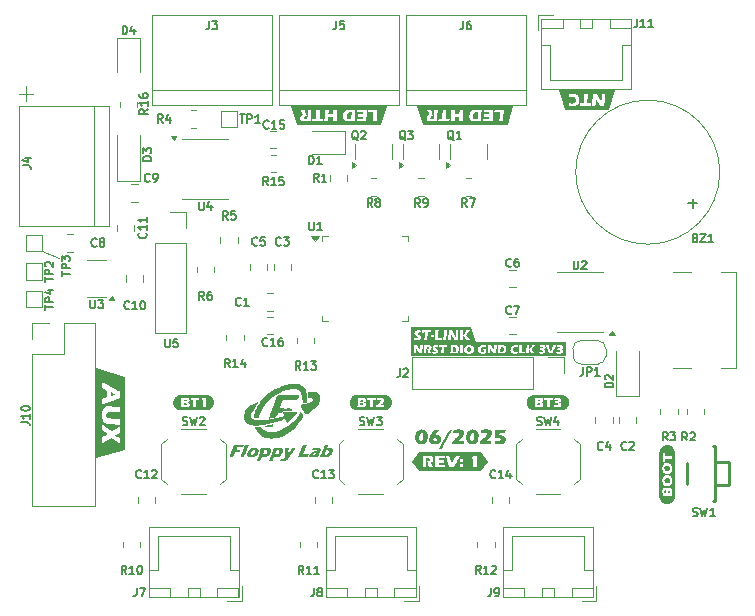
<source format=gbr>
%TF.GenerationSoftware,KiCad,Pcbnew,9.0.2*%
%TF.CreationDate,2025-06-25T14:56:52+02:00*%
%TF.ProjectId,Filament dryer oven control board,46696c61-6d65-46e7-9420-647279657220,1.0*%
%TF.SameCoordinates,Original*%
%TF.FileFunction,Legend,Top*%
%TF.FilePolarity,Positive*%
%FSLAX46Y46*%
G04 Gerber Fmt 4.6, Leading zero omitted, Abs format (unit mm)*
G04 Created by KiCad (PCBNEW 9.0.2) date 2025-06-25 14:56:52*
%MOMM*%
%LPD*%
G01*
G04 APERTURE LIST*
%ADD10C,0.120000*%
%ADD11C,0.150000*%
%ADD12C,0.000000*%
%ADD13C,0.254000*%
G04 APERTURE END LIST*
D10*
X100800000Y-56850000D02*
X101400000Y-56850000D01*
X101400000Y-56850000D02*
X100200000Y-56850000D01*
X100800000Y-56200000D02*
X100800000Y-57500000D01*
X102200000Y-70200000D02*
X103600000Y-70800000D01*
D11*
X106783333Y-69749366D02*
X106750000Y-69782700D01*
X106750000Y-69782700D02*
X106650000Y-69816033D01*
X106650000Y-69816033D02*
X106583333Y-69816033D01*
X106583333Y-69816033D02*
X106483333Y-69782700D01*
X106483333Y-69782700D02*
X106416667Y-69716033D01*
X106416667Y-69716033D02*
X106383333Y-69649366D01*
X106383333Y-69649366D02*
X106350000Y-69516033D01*
X106350000Y-69516033D02*
X106350000Y-69416033D01*
X106350000Y-69416033D02*
X106383333Y-69282700D01*
X106383333Y-69282700D02*
X106416667Y-69216033D01*
X106416667Y-69216033D02*
X106483333Y-69149366D01*
X106483333Y-69149366D02*
X106583333Y-69116033D01*
X106583333Y-69116033D02*
X106650000Y-69116033D01*
X106650000Y-69116033D02*
X106750000Y-69149366D01*
X106750000Y-69149366D02*
X106783333Y-69182700D01*
X107183333Y-69416033D02*
X107116667Y-69382700D01*
X107116667Y-69382700D02*
X107083333Y-69349366D01*
X107083333Y-69349366D02*
X107050000Y-69282700D01*
X107050000Y-69282700D02*
X107050000Y-69249366D01*
X107050000Y-69249366D02*
X107083333Y-69182700D01*
X107083333Y-69182700D02*
X107116667Y-69149366D01*
X107116667Y-69149366D02*
X107183333Y-69116033D01*
X107183333Y-69116033D02*
X107316667Y-69116033D01*
X107316667Y-69116033D02*
X107383333Y-69149366D01*
X107383333Y-69149366D02*
X107416667Y-69182700D01*
X107416667Y-69182700D02*
X107450000Y-69249366D01*
X107450000Y-69249366D02*
X107450000Y-69282700D01*
X107450000Y-69282700D02*
X107416667Y-69349366D01*
X107416667Y-69349366D02*
X107383333Y-69382700D01*
X107383333Y-69382700D02*
X107316667Y-69416033D01*
X107316667Y-69416033D02*
X107183333Y-69416033D01*
X107183333Y-69416033D02*
X107116667Y-69449366D01*
X107116667Y-69449366D02*
X107083333Y-69482700D01*
X107083333Y-69482700D02*
X107050000Y-69549366D01*
X107050000Y-69549366D02*
X107050000Y-69682700D01*
X107050000Y-69682700D02*
X107083333Y-69749366D01*
X107083333Y-69749366D02*
X107116667Y-69782700D01*
X107116667Y-69782700D02*
X107183333Y-69816033D01*
X107183333Y-69816033D02*
X107316667Y-69816033D01*
X107316667Y-69816033D02*
X107383333Y-69782700D01*
X107383333Y-69782700D02*
X107416667Y-69749366D01*
X107416667Y-69749366D02*
X107450000Y-69682700D01*
X107450000Y-69682700D02*
X107450000Y-69549366D01*
X107450000Y-69549366D02*
X107416667Y-69482700D01*
X107416667Y-69482700D02*
X107383333Y-69449366D01*
X107383333Y-69449366D02*
X107316667Y-69416033D01*
X118049999Y-80016033D02*
X117816666Y-79682700D01*
X117649999Y-80016033D02*
X117649999Y-79316033D01*
X117649999Y-79316033D02*
X117916666Y-79316033D01*
X117916666Y-79316033D02*
X117983333Y-79349366D01*
X117983333Y-79349366D02*
X118016666Y-79382700D01*
X118016666Y-79382700D02*
X118049999Y-79449366D01*
X118049999Y-79449366D02*
X118049999Y-79549366D01*
X118049999Y-79549366D02*
X118016666Y-79616033D01*
X118016666Y-79616033D02*
X117983333Y-79649366D01*
X117983333Y-79649366D02*
X117916666Y-79682700D01*
X117916666Y-79682700D02*
X117649999Y-79682700D01*
X118716666Y-80016033D02*
X118316666Y-80016033D01*
X118516666Y-80016033D02*
X118516666Y-79316033D01*
X118516666Y-79316033D02*
X118449999Y-79416033D01*
X118449999Y-79416033D02*
X118383333Y-79482700D01*
X118383333Y-79482700D02*
X118316666Y-79516033D01*
X119316666Y-79549366D02*
X119316666Y-80016033D01*
X119150000Y-79282700D02*
X118983333Y-79782700D01*
X118983333Y-79782700D02*
X119416666Y-79782700D01*
X118916666Y-58616033D02*
X119316666Y-58616033D01*
X119116666Y-59316033D02*
X119116666Y-58616033D01*
X119549999Y-59316033D02*
X119549999Y-58616033D01*
X119549999Y-58616033D02*
X119816666Y-58616033D01*
X119816666Y-58616033D02*
X119883333Y-58649366D01*
X119883333Y-58649366D02*
X119916666Y-58682700D01*
X119916666Y-58682700D02*
X119949999Y-58749366D01*
X119949999Y-58749366D02*
X119949999Y-58849366D01*
X119949999Y-58849366D02*
X119916666Y-58916033D01*
X119916666Y-58916033D02*
X119883333Y-58949366D01*
X119883333Y-58949366D02*
X119816666Y-58982700D01*
X119816666Y-58982700D02*
X119549999Y-58982700D01*
X120616666Y-59316033D02*
X120216666Y-59316033D01*
X120416666Y-59316033D02*
X120416666Y-58616033D01*
X120416666Y-58616033D02*
X120349999Y-58716033D01*
X120349999Y-58716033D02*
X120283333Y-58782700D01*
X120283333Y-58782700D02*
X120216666Y-58816033D01*
X124049999Y-80216033D02*
X123816666Y-79882700D01*
X123649999Y-80216033D02*
X123649999Y-79516033D01*
X123649999Y-79516033D02*
X123916666Y-79516033D01*
X123916666Y-79516033D02*
X123983333Y-79549366D01*
X123983333Y-79549366D02*
X124016666Y-79582700D01*
X124016666Y-79582700D02*
X124049999Y-79649366D01*
X124049999Y-79649366D02*
X124049999Y-79749366D01*
X124049999Y-79749366D02*
X124016666Y-79816033D01*
X124016666Y-79816033D02*
X123983333Y-79849366D01*
X123983333Y-79849366D02*
X123916666Y-79882700D01*
X123916666Y-79882700D02*
X123649999Y-79882700D01*
X124716666Y-80216033D02*
X124316666Y-80216033D01*
X124516666Y-80216033D02*
X124516666Y-79516033D01*
X124516666Y-79516033D02*
X124449999Y-79616033D01*
X124449999Y-79616033D02*
X124383333Y-79682700D01*
X124383333Y-79682700D02*
X124316666Y-79716033D01*
X124950000Y-79516033D02*
X125383333Y-79516033D01*
X125383333Y-79516033D02*
X125150000Y-79782700D01*
X125150000Y-79782700D02*
X125250000Y-79782700D01*
X125250000Y-79782700D02*
X125316666Y-79816033D01*
X125316666Y-79816033D02*
X125350000Y-79849366D01*
X125350000Y-79849366D02*
X125383333Y-79916033D01*
X125383333Y-79916033D02*
X125383333Y-80082700D01*
X125383333Y-80082700D02*
X125350000Y-80149366D01*
X125350000Y-80149366D02*
X125316666Y-80182700D01*
X125316666Y-80182700D02*
X125250000Y-80216033D01*
X125250000Y-80216033D02*
X125050000Y-80216033D01*
X125050000Y-80216033D02*
X124983333Y-80182700D01*
X124983333Y-80182700D02*
X124950000Y-80149366D01*
X132466666Y-80116033D02*
X132466666Y-80616033D01*
X132466666Y-80616033D02*
X132433333Y-80716033D01*
X132433333Y-80716033D02*
X132366666Y-80782700D01*
X132366666Y-80782700D02*
X132266666Y-80816033D01*
X132266666Y-80816033D02*
X132200000Y-80816033D01*
X132766666Y-80182700D02*
X132799999Y-80149366D01*
X132799999Y-80149366D02*
X132866666Y-80116033D01*
X132866666Y-80116033D02*
X133033333Y-80116033D01*
X133033333Y-80116033D02*
X133099999Y-80149366D01*
X133099999Y-80149366D02*
X133133333Y-80182700D01*
X133133333Y-80182700D02*
X133166666Y-80249366D01*
X133166666Y-80249366D02*
X133166666Y-80316033D01*
X133166666Y-80316033D02*
X133133333Y-80416033D01*
X133133333Y-80416033D02*
X132733333Y-80816033D01*
X132733333Y-80816033D02*
X133166666Y-80816033D01*
X157266666Y-92582700D02*
X157366666Y-92616033D01*
X157366666Y-92616033D02*
X157533333Y-92616033D01*
X157533333Y-92616033D02*
X157599999Y-92582700D01*
X157599999Y-92582700D02*
X157633333Y-92549366D01*
X157633333Y-92549366D02*
X157666666Y-92482700D01*
X157666666Y-92482700D02*
X157666666Y-92416033D01*
X157666666Y-92416033D02*
X157633333Y-92349366D01*
X157633333Y-92349366D02*
X157599999Y-92316033D01*
X157599999Y-92316033D02*
X157533333Y-92282700D01*
X157533333Y-92282700D02*
X157399999Y-92249366D01*
X157399999Y-92249366D02*
X157333333Y-92216033D01*
X157333333Y-92216033D02*
X157299999Y-92182700D01*
X157299999Y-92182700D02*
X157266666Y-92116033D01*
X157266666Y-92116033D02*
X157266666Y-92049366D01*
X157266666Y-92049366D02*
X157299999Y-91982700D01*
X157299999Y-91982700D02*
X157333333Y-91949366D01*
X157333333Y-91949366D02*
X157399999Y-91916033D01*
X157399999Y-91916033D02*
X157566666Y-91916033D01*
X157566666Y-91916033D02*
X157666666Y-91949366D01*
X157900000Y-91916033D02*
X158066666Y-92616033D01*
X158066666Y-92616033D02*
X158200000Y-92116033D01*
X158200000Y-92116033D02*
X158333333Y-92616033D01*
X158333333Y-92616033D02*
X158500000Y-91916033D01*
X159133333Y-92616033D02*
X158733333Y-92616033D01*
X158933333Y-92616033D02*
X158933333Y-91916033D01*
X158933333Y-91916033D02*
X158866666Y-92016033D01*
X158866666Y-92016033D02*
X158800000Y-92082700D01*
X158800000Y-92082700D02*
X158733333Y-92116033D01*
X141883333Y-75449366D02*
X141850000Y-75482700D01*
X141850000Y-75482700D02*
X141750000Y-75516033D01*
X141750000Y-75516033D02*
X141683333Y-75516033D01*
X141683333Y-75516033D02*
X141583333Y-75482700D01*
X141583333Y-75482700D02*
X141516667Y-75416033D01*
X141516667Y-75416033D02*
X141483333Y-75349366D01*
X141483333Y-75349366D02*
X141450000Y-75216033D01*
X141450000Y-75216033D02*
X141450000Y-75116033D01*
X141450000Y-75116033D02*
X141483333Y-74982700D01*
X141483333Y-74982700D02*
X141516667Y-74916033D01*
X141516667Y-74916033D02*
X141583333Y-74849366D01*
X141583333Y-74849366D02*
X141683333Y-74816033D01*
X141683333Y-74816033D02*
X141750000Y-74816033D01*
X141750000Y-74816033D02*
X141850000Y-74849366D01*
X141850000Y-74849366D02*
X141883333Y-74882700D01*
X142116667Y-74816033D02*
X142583333Y-74816033D01*
X142583333Y-74816033D02*
X142283333Y-75516033D01*
X132933333Y-60782700D02*
X132866666Y-60749366D01*
X132866666Y-60749366D02*
X132800000Y-60682700D01*
X132800000Y-60682700D02*
X132700000Y-60582700D01*
X132700000Y-60582700D02*
X132633333Y-60549366D01*
X132633333Y-60549366D02*
X132566666Y-60549366D01*
X132600000Y-60716033D02*
X132533333Y-60682700D01*
X132533333Y-60682700D02*
X132466666Y-60616033D01*
X132466666Y-60616033D02*
X132433333Y-60482700D01*
X132433333Y-60482700D02*
X132433333Y-60249366D01*
X132433333Y-60249366D02*
X132466666Y-60116033D01*
X132466666Y-60116033D02*
X132533333Y-60049366D01*
X132533333Y-60049366D02*
X132600000Y-60016033D01*
X132600000Y-60016033D02*
X132733333Y-60016033D01*
X132733333Y-60016033D02*
X132800000Y-60049366D01*
X132800000Y-60049366D02*
X132866666Y-60116033D01*
X132866666Y-60116033D02*
X132900000Y-60249366D01*
X132900000Y-60249366D02*
X132900000Y-60482700D01*
X132900000Y-60482700D02*
X132866666Y-60616033D01*
X132866666Y-60616033D02*
X132800000Y-60682700D01*
X132800000Y-60682700D02*
X132733333Y-60716033D01*
X132733333Y-60716033D02*
X132600000Y-60716033D01*
X133133333Y-60016033D02*
X133566666Y-60016033D01*
X133566666Y-60016033D02*
X133333333Y-60282700D01*
X133333333Y-60282700D02*
X133433333Y-60282700D01*
X133433333Y-60282700D02*
X133499999Y-60316033D01*
X133499999Y-60316033D02*
X133533333Y-60349366D01*
X133533333Y-60349366D02*
X133566666Y-60416033D01*
X133566666Y-60416033D02*
X133566666Y-60582700D01*
X133566666Y-60582700D02*
X133533333Y-60649366D01*
X133533333Y-60649366D02*
X133499999Y-60682700D01*
X133499999Y-60682700D02*
X133433333Y-60716033D01*
X133433333Y-60716033D02*
X133233333Y-60716033D01*
X133233333Y-60716033D02*
X133166666Y-60682700D01*
X133166666Y-60682700D02*
X133133333Y-60649366D01*
X111416033Y-62516666D02*
X110716033Y-62516666D01*
X110716033Y-62516666D02*
X110716033Y-62349999D01*
X110716033Y-62349999D02*
X110749366Y-62249999D01*
X110749366Y-62249999D02*
X110816033Y-62183333D01*
X110816033Y-62183333D02*
X110882700Y-62149999D01*
X110882700Y-62149999D02*
X111016033Y-62116666D01*
X111016033Y-62116666D02*
X111116033Y-62116666D01*
X111116033Y-62116666D02*
X111249366Y-62149999D01*
X111249366Y-62149999D02*
X111316033Y-62183333D01*
X111316033Y-62183333D02*
X111382700Y-62249999D01*
X111382700Y-62249999D02*
X111416033Y-62349999D01*
X111416033Y-62349999D02*
X111416033Y-62516666D01*
X110716033Y-61883333D02*
X110716033Y-61449999D01*
X110716033Y-61449999D02*
X110982700Y-61683333D01*
X110982700Y-61683333D02*
X110982700Y-61583333D01*
X110982700Y-61583333D02*
X111016033Y-61516666D01*
X111016033Y-61516666D02*
X111049366Y-61483333D01*
X111049366Y-61483333D02*
X111116033Y-61449999D01*
X111116033Y-61449999D02*
X111282700Y-61449999D01*
X111282700Y-61449999D02*
X111349366Y-61483333D01*
X111349366Y-61483333D02*
X111382700Y-61516666D01*
X111382700Y-61516666D02*
X111416033Y-61583333D01*
X111416033Y-61583333D02*
X111416033Y-61783333D01*
X111416033Y-61783333D02*
X111382700Y-61849999D01*
X111382700Y-61849999D02*
X111349366Y-61883333D01*
X124299999Y-97516033D02*
X124066666Y-97182700D01*
X123899999Y-97516033D02*
X123899999Y-96816033D01*
X123899999Y-96816033D02*
X124166666Y-96816033D01*
X124166666Y-96816033D02*
X124233333Y-96849366D01*
X124233333Y-96849366D02*
X124266666Y-96882700D01*
X124266666Y-96882700D02*
X124299999Y-96949366D01*
X124299999Y-96949366D02*
X124299999Y-97049366D01*
X124299999Y-97049366D02*
X124266666Y-97116033D01*
X124266666Y-97116033D02*
X124233333Y-97149366D01*
X124233333Y-97149366D02*
X124166666Y-97182700D01*
X124166666Y-97182700D02*
X123899999Y-97182700D01*
X124966666Y-97516033D02*
X124566666Y-97516033D01*
X124766666Y-97516033D02*
X124766666Y-96816033D01*
X124766666Y-96816033D02*
X124699999Y-96916033D01*
X124699999Y-96916033D02*
X124633333Y-96982700D01*
X124633333Y-96982700D02*
X124566666Y-97016033D01*
X125633333Y-97516033D02*
X125233333Y-97516033D01*
X125433333Y-97516033D02*
X125433333Y-96816033D01*
X125433333Y-96816033D02*
X125366666Y-96916033D01*
X125366666Y-96916033D02*
X125300000Y-96982700D01*
X125300000Y-96982700D02*
X125233333Y-97016033D01*
X111116033Y-58150000D02*
X110782700Y-58383333D01*
X111116033Y-58550000D02*
X110416033Y-58550000D01*
X110416033Y-58550000D02*
X110416033Y-58283333D01*
X110416033Y-58283333D02*
X110449366Y-58216667D01*
X110449366Y-58216667D02*
X110482700Y-58183333D01*
X110482700Y-58183333D02*
X110549366Y-58150000D01*
X110549366Y-58150000D02*
X110649366Y-58150000D01*
X110649366Y-58150000D02*
X110716033Y-58183333D01*
X110716033Y-58183333D02*
X110749366Y-58216667D01*
X110749366Y-58216667D02*
X110782700Y-58283333D01*
X110782700Y-58283333D02*
X110782700Y-58550000D01*
X111116033Y-57483333D02*
X111116033Y-57883333D01*
X111116033Y-57683333D02*
X110416033Y-57683333D01*
X110416033Y-57683333D02*
X110516033Y-57750000D01*
X110516033Y-57750000D02*
X110582700Y-57816667D01*
X110582700Y-57816667D02*
X110616033Y-57883333D01*
X110416033Y-56883333D02*
X110416033Y-57016666D01*
X110416033Y-57016666D02*
X110449366Y-57083333D01*
X110449366Y-57083333D02*
X110482700Y-57116666D01*
X110482700Y-57116666D02*
X110582700Y-57183333D01*
X110582700Y-57183333D02*
X110716033Y-57216666D01*
X110716033Y-57216666D02*
X110982700Y-57216666D01*
X110982700Y-57216666D02*
X111049366Y-57183333D01*
X111049366Y-57183333D02*
X111082700Y-57150000D01*
X111082700Y-57150000D02*
X111116033Y-57083333D01*
X111116033Y-57083333D02*
X111116033Y-56950000D01*
X111116033Y-56950000D02*
X111082700Y-56883333D01*
X111082700Y-56883333D02*
X111049366Y-56850000D01*
X111049366Y-56850000D02*
X110982700Y-56816666D01*
X110982700Y-56816666D02*
X110816033Y-56816666D01*
X110816033Y-56816666D02*
X110749366Y-56850000D01*
X110749366Y-56850000D02*
X110716033Y-56883333D01*
X110716033Y-56883333D02*
X110682700Y-56950000D01*
X110682700Y-56950000D02*
X110682700Y-57083333D01*
X110682700Y-57083333D02*
X110716033Y-57150000D01*
X110716033Y-57150000D02*
X110749366Y-57183333D01*
X110749366Y-57183333D02*
X110816033Y-57216666D01*
X106266666Y-74316033D02*
X106266666Y-74882700D01*
X106266666Y-74882700D02*
X106300000Y-74949366D01*
X106300000Y-74949366D02*
X106333333Y-74982700D01*
X106333333Y-74982700D02*
X106400000Y-75016033D01*
X106400000Y-75016033D02*
X106533333Y-75016033D01*
X106533333Y-75016033D02*
X106600000Y-74982700D01*
X106600000Y-74982700D02*
X106633333Y-74949366D01*
X106633333Y-74949366D02*
X106666666Y-74882700D01*
X106666666Y-74882700D02*
X106666666Y-74316033D01*
X106933333Y-74316033D02*
X107366666Y-74316033D01*
X107366666Y-74316033D02*
X107133333Y-74582700D01*
X107133333Y-74582700D02*
X107233333Y-74582700D01*
X107233333Y-74582700D02*
X107299999Y-74616033D01*
X107299999Y-74616033D02*
X107333333Y-74649366D01*
X107333333Y-74649366D02*
X107366666Y-74716033D01*
X107366666Y-74716033D02*
X107366666Y-74882700D01*
X107366666Y-74882700D02*
X107333333Y-74949366D01*
X107333333Y-74949366D02*
X107299999Y-74982700D01*
X107299999Y-74982700D02*
X107233333Y-75016033D01*
X107233333Y-75016033D02*
X107033333Y-75016033D01*
X107033333Y-75016033D02*
X106966666Y-74982700D01*
X106966666Y-74982700D02*
X106933333Y-74949366D01*
X156783333Y-86216033D02*
X156550000Y-85882700D01*
X156383333Y-86216033D02*
X156383333Y-85516033D01*
X156383333Y-85516033D02*
X156650000Y-85516033D01*
X156650000Y-85516033D02*
X156716667Y-85549366D01*
X156716667Y-85549366D02*
X156750000Y-85582700D01*
X156750000Y-85582700D02*
X156783333Y-85649366D01*
X156783333Y-85649366D02*
X156783333Y-85749366D01*
X156783333Y-85749366D02*
X156750000Y-85816033D01*
X156750000Y-85816033D02*
X156716667Y-85849366D01*
X156716667Y-85849366D02*
X156650000Y-85882700D01*
X156650000Y-85882700D02*
X156383333Y-85882700D01*
X157050000Y-85582700D02*
X157083333Y-85549366D01*
X157083333Y-85549366D02*
X157150000Y-85516033D01*
X157150000Y-85516033D02*
X157316667Y-85516033D01*
X157316667Y-85516033D02*
X157383333Y-85549366D01*
X157383333Y-85549366D02*
X157416667Y-85582700D01*
X157416667Y-85582700D02*
X157450000Y-85649366D01*
X157450000Y-85649366D02*
X157450000Y-85716033D01*
X157450000Y-85716033D02*
X157416667Y-85816033D01*
X157416667Y-85816033D02*
X157016667Y-86216033D01*
X157016667Y-86216033D02*
X157450000Y-86216033D01*
X100416033Y-84666666D02*
X100916033Y-84666666D01*
X100916033Y-84666666D02*
X101016033Y-84699999D01*
X101016033Y-84699999D02*
X101082700Y-84766666D01*
X101082700Y-84766666D02*
X101116033Y-84866666D01*
X101116033Y-84866666D02*
X101116033Y-84933333D01*
X101116033Y-83966666D02*
X101116033Y-84366666D01*
X101116033Y-84166666D02*
X100416033Y-84166666D01*
X100416033Y-84166666D02*
X100516033Y-84233333D01*
X100516033Y-84233333D02*
X100582700Y-84300000D01*
X100582700Y-84300000D02*
X100616033Y-84366666D01*
X100416033Y-83533333D02*
X100416033Y-83466666D01*
X100416033Y-83466666D02*
X100449366Y-83399999D01*
X100449366Y-83399999D02*
X100482700Y-83366666D01*
X100482700Y-83366666D02*
X100549366Y-83333333D01*
X100549366Y-83333333D02*
X100682700Y-83299999D01*
X100682700Y-83299999D02*
X100849366Y-83299999D01*
X100849366Y-83299999D02*
X100982700Y-83333333D01*
X100982700Y-83333333D02*
X101049366Y-83366666D01*
X101049366Y-83366666D02*
X101082700Y-83399999D01*
X101082700Y-83399999D02*
X101116033Y-83466666D01*
X101116033Y-83466666D02*
X101116033Y-83533333D01*
X101116033Y-83533333D02*
X101082700Y-83599999D01*
X101082700Y-83599999D02*
X101049366Y-83633333D01*
X101049366Y-83633333D02*
X100982700Y-83666666D01*
X100982700Y-83666666D02*
X100849366Y-83699999D01*
X100849366Y-83699999D02*
X100682700Y-83699999D01*
X100682700Y-83699999D02*
X100549366Y-83666666D01*
X100549366Y-83666666D02*
X100482700Y-83633333D01*
X100482700Y-83633333D02*
X100449366Y-83599999D01*
X100449366Y-83599999D02*
X100416033Y-83533333D01*
X118983333Y-74749366D02*
X118950000Y-74782700D01*
X118950000Y-74782700D02*
X118850000Y-74816033D01*
X118850000Y-74816033D02*
X118783333Y-74816033D01*
X118783333Y-74816033D02*
X118683333Y-74782700D01*
X118683333Y-74782700D02*
X118616667Y-74716033D01*
X118616667Y-74716033D02*
X118583333Y-74649366D01*
X118583333Y-74649366D02*
X118550000Y-74516033D01*
X118550000Y-74516033D02*
X118550000Y-74416033D01*
X118550000Y-74416033D02*
X118583333Y-74282700D01*
X118583333Y-74282700D02*
X118616667Y-74216033D01*
X118616667Y-74216033D02*
X118683333Y-74149366D01*
X118683333Y-74149366D02*
X118783333Y-74116033D01*
X118783333Y-74116033D02*
X118850000Y-74116033D01*
X118850000Y-74116033D02*
X118950000Y-74149366D01*
X118950000Y-74149366D02*
X118983333Y-74182700D01*
X119650000Y-74816033D02*
X119250000Y-74816033D01*
X119450000Y-74816033D02*
X119450000Y-74116033D01*
X119450000Y-74116033D02*
X119383333Y-74216033D01*
X119383333Y-74216033D02*
X119316667Y-74282700D01*
X119316667Y-74282700D02*
X119250000Y-74316033D01*
X127066666Y-50716033D02*
X127066666Y-51216033D01*
X127066666Y-51216033D02*
X127033333Y-51316033D01*
X127033333Y-51316033D02*
X126966666Y-51382700D01*
X126966666Y-51382700D02*
X126866666Y-51416033D01*
X126866666Y-51416033D02*
X126800000Y-51416033D01*
X127733333Y-50716033D02*
X127399999Y-50716033D01*
X127399999Y-50716033D02*
X127366666Y-51049366D01*
X127366666Y-51049366D02*
X127399999Y-51016033D01*
X127399999Y-51016033D02*
X127466666Y-50982700D01*
X127466666Y-50982700D02*
X127633333Y-50982700D01*
X127633333Y-50982700D02*
X127699999Y-51016033D01*
X127699999Y-51016033D02*
X127733333Y-51049366D01*
X127733333Y-51049366D02*
X127766666Y-51116033D01*
X127766666Y-51116033D02*
X127766666Y-51282700D01*
X127766666Y-51282700D02*
X127733333Y-51349366D01*
X127733333Y-51349366D02*
X127699999Y-51382700D01*
X127699999Y-51382700D02*
X127633333Y-51416033D01*
X127633333Y-51416033D02*
X127466666Y-51416033D01*
X127466666Y-51416033D02*
X127399999Y-51382700D01*
X127399999Y-51382700D02*
X127366666Y-51349366D01*
X124783333Y-62816033D02*
X124783333Y-62116033D01*
X124783333Y-62116033D02*
X124950000Y-62116033D01*
X124950000Y-62116033D02*
X125050000Y-62149366D01*
X125050000Y-62149366D02*
X125116667Y-62216033D01*
X125116667Y-62216033D02*
X125150000Y-62282700D01*
X125150000Y-62282700D02*
X125183333Y-62416033D01*
X125183333Y-62416033D02*
X125183333Y-62516033D01*
X125183333Y-62516033D02*
X125150000Y-62649366D01*
X125150000Y-62649366D02*
X125116667Y-62716033D01*
X125116667Y-62716033D02*
X125050000Y-62782700D01*
X125050000Y-62782700D02*
X124950000Y-62816033D01*
X124950000Y-62816033D02*
X124783333Y-62816033D01*
X125850000Y-62816033D02*
X125450000Y-62816033D01*
X125650000Y-62816033D02*
X125650000Y-62116033D01*
X125650000Y-62116033D02*
X125583333Y-62216033D01*
X125583333Y-62216033D02*
X125516667Y-62282700D01*
X125516667Y-62282700D02*
X125450000Y-62316033D01*
X112566666Y-77616033D02*
X112566666Y-78182700D01*
X112566666Y-78182700D02*
X112600000Y-78249366D01*
X112600000Y-78249366D02*
X112633333Y-78282700D01*
X112633333Y-78282700D02*
X112700000Y-78316033D01*
X112700000Y-78316033D02*
X112833333Y-78316033D01*
X112833333Y-78316033D02*
X112900000Y-78282700D01*
X112900000Y-78282700D02*
X112933333Y-78249366D01*
X112933333Y-78249366D02*
X112966666Y-78182700D01*
X112966666Y-78182700D02*
X112966666Y-77616033D01*
X113633333Y-77616033D02*
X113299999Y-77616033D01*
X113299999Y-77616033D02*
X113266666Y-77949366D01*
X113266666Y-77949366D02*
X113299999Y-77916033D01*
X113299999Y-77916033D02*
X113366666Y-77882700D01*
X113366666Y-77882700D02*
X113533333Y-77882700D01*
X113533333Y-77882700D02*
X113599999Y-77916033D01*
X113599999Y-77916033D02*
X113633333Y-77949366D01*
X113633333Y-77949366D02*
X113666666Y-78016033D01*
X113666666Y-78016033D02*
X113666666Y-78182700D01*
X113666666Y-78182700D02*
X113633333Y-78249366D01*
X113633333Y-78249366D02*
X113599999Y-78282700D01*
X113599999Y-78282700D02*
X113533333Y-78316033D01*
X113533333Y-78316033D02*
X113366666Y-78316033D01*
X113366666Y-78316033D02*
X113299999Y-78282700D01*
X113299999Y-78282700D02*
X113266666Y-78249366D01*
X103816033Y-72283333D02*
X103816033Y-71883333D01*
X104516033Y-72083333D02*
X103816033Y-72083333D01*
X104516033Y-71650000D02*
X103816033Y-71650000D01*
X103816033Y-71650000D02*
X103816033Y-71383333D01*
X103816033Y-71383333D02*
X103849366Y-71316667D01*
X103849366Y-71316667D02*
X103882700Y-71283333D01*
X103882700Y-71283333D02*
X103949366Y-71250000D01*
X103949366Y-71250000D02*
X104049366Y-71250000D01*
X104049366Y-71250000D02*
X104116033Y-71283333D01*
X104116033Y-71283333D02*
X104149366Y-71316667D01*
X104149366Y-71316667D02*
X104182700Y-71383333D01*
X104182700Y-71383333D02*
X104182700Y-71650000D01*
X103816033Y-71016667D02*
X103816033Y-70583333D01*
X103816033Y-70583333D02*
X104082700Y-70816667D01*
X104082700Y-70816667D02*
X104082700Y-70716667D01*
X104082700Y-70716667D02*
X104116033Y-70650000D01*
X104116033Y-70650000D02*
X104149366Y-70616667D01*
X104149366Y-70616667D02*
X104216033Y-70583333D01*
X104216033Y-70583333D02*
X104382700Y-70583333D01*
X104382700Y-70583333D02*
X104449366Y-70616667D01*
X104449366Y-70616667D02*
X104482700Y-70650000D01*
X104482700Y-70650000D02*
X104516033Y-70716667D01*
X104516033Y-70716667D02*
X104516033Y-70916667D01*
X104516033Y-70916667D02*
X104482700Y-70983333D01*
X104482700Y-70983333D02*
X104449366Y-71016667D01*
X157483333Y-69049366D02*
X157583333Y-69082700D01*
X157583333Y-69082700D02*
X157616666Y-69116033D01*
X157616666Y-69116033D02*
X157649999Y-69182700D01*
X157649999Y-69182700D02*
X157649999Y-69282700D01*
X157649999Y-69282700D02*
X157616666Y-69349366D01*
X157616666Y-69349366D02*
X157583333Y-69382700D01*
X157583333Y-69382700D02*
X157516666Y-69416033D01*
X157516666Y-69416033D02*
X157249999Y-69416033D01*
X157249999Y-69416033D02*
X157249999Y-68716033D01*
X157249999Y-68716033D02*
X157483333Y-68716033D01*
X157483333Y-68716033D02*
X157549999Y-68749366D01*
X157549999Y-68749366D02*
X157583333Y-68782700D01*
X157583333Y-68782700D02*
X157616666Y-68849366D01*
X157616666Y-68849366D02*
X157616666Y-68916033D01*
X157616666Y-68916033D02*
X157583333Y-68982700D01*
X157583333Y-68982700D02*
X157549999Y-69016033D01*
X157549999Y-69016033D02*
X157483333Y-69049366D01*
X157483333Y-69049366D02*
X157249999Y-69049366D01*
X157883333Y-68716033D02*
X158349999Y-68716033D01*
X158349999Y-68716033D02*
X157883333Y-69416033D01*
X157883333Y-69416033D02*
X158349999Y-69416033D01*
X158983333Y-69416033D02*
X158583333Y-69416033D01*
X158783333Y-69416033D02*
X158783333Y-68716033D01*
X158783333Y-68716033D02*
X158716666Y-68816033D01*
X158716666Y-68816033D02*
X158650000Y-68882700D01*
X158650000Y-68882700D02*
X158583333Y-68916033D01*
X156879048Y-66113866D02*
X157640953Y-66113866D01*
X157260000Y-66494819D02*
X157260000Y-65732914D01*
X120383333Y-69649366D02*
X120350000Y-69682700D01*
X120350000Y-69682700D02*
X120250000Y-69716033D01*
X120250000Y-69716033D02*
X120183333Y-69716033D01*
X120183333Y-69716033D02*
X120083333Y-69682700D01*
X120083333Y-69682700D02*
X120016667Y-69616033D01*
X120016667Y-69616033D02*
X119983333Y-69549366D01*
X119983333Y-69549366D02*
X119950000Y-69416033D01*
X119950000Y-69416033D02*
X119950000Y-69316033D01*
X119950000Y-69316033D02*
X119983333Y-69182700D01*
X119983333Y-69182700D02*
X120016667Y-69116033D01*
X120016667Y-69116033D02*
X120083333Y-69049366D01*
X120083333Y-69049366D02*
X120183333Y-69016033D01*
X120183333Y-69016033D02*
X120250000Y-69016033D01*
X120250000Y-69016033D02*
X120350000Y-69049366D01*
X120350000Y-69049366D02*
X120383333Y-69082700D01*
X121016667Y-69016033D02*
X120683333Y-69016033D01*
X120683333Y-69016033D02*
X120650000Y-69349366D01*
X120650000Y-69349366D02*
X120683333Y-69316033D01*
X120683333Y-69316033D02*
X120750000Y-69282700D01*
X120750000Y-69282700D02*
X120916667Y-69282700D01*
X120916667Y-69282700D02*
X120983333Y-69316033D01*
X120983333Y-69316033D02*
X121016667Y-69349366D01*
X121016667Y-69349366D02*
X121050000Y-69416033D01*
X121050000Y-69416033D02*
X121050000Y-69582700D01*
X121050000Y-69582700D02*
X121016667Y-69649366D01*
X121016667Y-69649366D02*
X120983333Y-69682700D01*
X120983333Y-69682700D02*
X120916667Y-69716033D01*
X120916667Y-69716033D02*
X120750000Y-69716033D01*
X120750000Y-69716033D02*
X120683333Y-69682700D01*
X120683333Y-69682700D02*
X120650000Y-69649366D01*
X128933333Y-60782700D02*
X128866666Y-60749366D01*
X128866666Y-60749366D02*
X128800000Y-60682700D01*
X128800000Y-60682700D02*
X128700000Y-60582700D01*
X128700000Y-60582700D02*
X128633333Y-60549366D01*
X128633333Y-60549366D02*
X128566666Y-60549366D01*
X128600000Y-60716033D02*
X128533333Y-60682700D01*
X128533333Y-60682700D02*
X128466666Y-60616033D01*
X128466666Y-60616033D02*
X128433333Y-60482700D01*
X128433333Y-60482700D02*
X128433333Y-60249366D01*
X128433333Y-60249366D02*
X128466666Y-60116033D01*
X128466666Y-60116033D02*
X128533333Y-60049366D01*
X128533333Y-60049366D02*
X128600000Y-60016033D01*
X128600000Y-60016033D02*
X128733333Y-60016033D01*
X128733333Y-60016033D02*
X128800000Y-60049366D01*
X128800000Y-60049366D02*
X128866666Y-60116033D01*
X128866666Y-60116033D02*
X128900000Y-60249366D01*
X128900000Y-60249366D02*
X128900000Y-60482700D01*
X128900000Y-60482700D02*
X128866666Y-60616033D01*
X128866666Y-60616033D02*
X128800000Y-60682700D01*
X128800000Y-60682700D02*
X128733333Y-60716033D01*
X128733333Y-60716033D02*
X128600000Y-60716033D01*
X129166666Y-60082700D02*
X129199999Y-60049366D01*
X129199999Y-60049366D02*
X129266666Y-60016033D01*
X129266666Y-60016033D02*
X129433333Y-60016033D01*
X129433333Y-60016033D02*
X129499999Y-60049366D01*
X129499999Y-60049366D02*
X129533333Y-60082700D01*
X129533333Y-60082700D02*
X129566666Y-60149366D01*
X129566666Y-60149366D02*
X129566666Y-60216033D01*
X129566666Y-60216033D02*
X129533333Y-60316033D01*
X129533333Y-60316033D02*
X129133333Y-60716033D01*
X129133333Y-60716033D02*
X129566666Y-60716033D01*
X134183333Y-66416033D02*
X133950000Y-66082700D01*
X133783333Y-66416033D02*
X133783333Y-65716033D01*
X133783333Y-65716033D02*
X134050000Y-65716033D01*
X134050000Y-65716033D02*
X134116667Y-65749366D01*
X134116667Y-65749366D02*
X134150000Y-65782700D01*
X134150000Y-65782700D02*
X134183333Y-65849366D01*
X134183333Y-65849366D02*
X134183333Y-65949366D01*
X134183333Y-65949366D02*
X134150000Y-66016033D01*
X134150000Y-66016033D02*
X134116667Y-66049366D01*
X134116667Y-66049366D02*
X134050000Y-66082700D01*
X134050000Y-66082700D02*
X133783333Y-66082700D01*
X134516667Y-66416033D02*
X134650000Y-66416033D01*
X134650000Y-66416033D02*
X134716667Y-66382700D01*
X134716667Y-66382700D02*
X134750000Y-66349366D01*
X134750000Y-66349366D02*
X134816667Y-66249366D01*
X134816667Y-66249366D02*
X134850000Y-66116033D01*
X134850000Y-66116033D02*
X134850000Y-65849366D01*
X134850000Y-65849366D02*
X134816667Y-65782700D01*
X134816667Y-65782700D02*
X134783333Y-65749366D01*
X134783333Y-65749366D02*
X134716667Y-65716033D01*
X134716667Y-65716033D02*
X134583333Y-65716033D01*
X134583333Y-65716033D02*
X134516667Y-65749366D01*
X134516667Y-65749366D02*
X134483333Y-65782700D01*
X134483333Y-65782700D02*
X134450000Y-65849366D01*
X134450000Y-65849366D02*
X134450000Y-66016033D01*
X134450000Y-66016033D02*
X134483333Y-66082700D01*
X134483333Y-66082700D02*
X134516667Y-66116033D01*
X134516667Y-66116033D02*
X134583333Y-66149366D01*
X134583333Y-66149366D02*
X134716667Y-66149366D01*
X134716667Y-66149366D02*
X134783333Y-66116033D01*
X134783333Y-66116033D02*
X134816667Y-66082700D01*
X134816667Y-66082700D02*
X134850000Y-66016033D01*
X155133333Y-86216033D02*
X154900000Y-85882700D01*
X154733333Y-86216033D02*
X154733333Y-85516033D01*
X154733333Y-85516033D02*
X155000000Y-85516033D01*
X155000000Y-85516033D02*
X155066667Y-85549366D01*
X155066667Y-85549366D02*
X155100000Y-85582700D01*
X155100000Y-85582700D02*
X155133333Y-85649366D01*
X155133333Y-85649366D02*
X155133333Y-85749366D01*
X155133333Y-85749366D02*
X155100000Y-85816033D01*
X155100000Y-85816033D02*
X155066667Y-85849366D01*
X155066667Y-85849366D02*
X155000000Y-85882700D01*
X155000000Y-85882700D02*
X154733333Y-85882700D01*
X155366667Y-85516033D02*
X155800000Y-85516033D01*
X155800000Y-85516033D02*
X155566667Y-85782700D01*
X155566667Y-85782700D02*
X155666667Y-85782700D01*
X155666667Y-85782700D02*
X155733333Y-85816033D01*
X155733333Y-85816033D02*
X155766667Y-85849366D01*
X155766667Y-85849366D02*
X155800000Y-85916033D01*
X155800000Y-85916033D02*
X155800000Y-86082700D01*
X155800000Y-86082700D02*
X155766667Y-86149366D01*
X155766667Y-86149366D02*
X155733333Y-86182700D01*
X155733333Y-86182700D02*
X155666667Y-86216033D01*
X155666667Y-86216033D02*
X155466667Y-86216033D01*
X155466667Y-86216033D02*
X155400000Y-86182700D01*
X155400000Y-86182700D02*
X155366667Y-86149366D01*
X151633333Y-86949366D02*
X151600000Y-86982700D01*
X151600000Y-86982700D02*
X151500000Y-87016033D01*
X151500000Y-87016033D02*
X151433333Y-87016033D01*
X151433333Y-87016033D02*
X151333333Y-86982700D01*
X151333333Y-86982700D02*
X151266667Y-86916033D01*
X151266667Y-86916033D02*
X151233333Y-86849366D01*
X151233333Y-86849366D02*
X151200000Y-86716033D01*
X151200000Y-86716033D02*
X151200000Y-86616033D01*
X151200000Y-86616033D02*
X151233333Y-86482700D01*
X151233333Y-86482700D02*
X151266667Y-86416033D01*
X151266667Y-86416033D02*
X151333333Y-86349366D01*
X151333333Y-86349366D02*
X151433333Y-86316033D01*
X151433333Y-86316033D02*
X151500000Y-86316033D01*
X151500000Y-86316033D02*
X151600000Y-86349366D01*
X151600000Y-86349366D02*
X151633333Y-86382700D01*
X151900000Y-86382700D02*
X151933333Y-86349366D01*
X151933333Y-86349366D02*
X152000000Y-86316033D01*
X152000000Y-86316033D02*
X152166667Y-86316033D01*
X152166667Y-86316033D02*
X152233333Y-86349366D01*
X152233333Y-86349366D02*
X152266667Y-86382700D01*
X152266667Y-86382700D02*
X152300000Y-86449366D01*
X152300000Y-86449366D02*
X152300000Y-86516033D01*
X152300000Y-86516033D02*
X152266667Y-86616033D01*
X152266667Y-86616033D02*
X151866667Y-87016033D01*
X151866667Y-87016033D02*
X152300000Y-87016033D01*
X117883333Y-67516033D02*
X117650000Y-67182700D01*
X117483333Y-67516033D02*
X117483333Y-66816033D01*
X117483333Y-66816033D02*
X117750000Y-66816033D01*
X117750000Y-66816033D02*
X117816667Y-66849366D01*
X117816667Y-66849366D02*
X117850000Y-66882700D01*
X117850000Y-66882700D02*
X117883333Y-66949366D01*
X117883333Y-66949366D02*
X117883333Y-67049366D01*
X117883333Y-67049366D02*
X117850000Y-67116033D01*
X117850000Y-67116033D02*
X117816667Y-67149366D01*
X117816667Y-67149366D02*
X117750000Y-67182700D01*
X117750000Y-67182700D02*
X117483333Y-67182700D01*
X118516667Y-66816033D02*
X118183333Y-66816033D01*
X118183333Y-66816033D02*
X118150000Y-67149366D01*
X118150000Y-67149366D02*
X118183333Y-67116033D01*
X118183333Y-67116033D02*
X118250000Y-67082700D01*
X118250000Y-67082700D02*
X118416667Y-67082700D01*
X118416667Y-67082700D02*
X118483333Y-67116033D01*
X118483333Y-67116033D02*
X118516667Y-67149366D01*
X118516667Y-67149366D02*
X118550000Y-67216033D01*
X118550000Y-67216033D02*
X118550000Y-67382700D01*
X118550000Y-67382700D02*
X118516667Y-67449366D01*
X118516667Y-67449366D02*
X118483333Y-67482700D01*
X118483333Y-67482700D02*
X118416667Y-67516033D01*
X118416667Y-67516033D02*
X118250000Y-67516033D01*
X118250000Y-67516033D02*
X118183333Y-67482700D01*
X118183333Y-67482700D02*
X118150000Y-67449366D01*
X114066666Y-84882700D02*
X114166666Y-84916033D01*
X114166666Y-84916033D02*
X114333333Y-84916033D01*
X114333333Y-84916033D02*
X114399999Y-84882700D01*
X114399999Y-84882700D02*
X114433333Y-84849366D01*
X114433333Y-84849366D02*
X114466666Y-84782700D01*
X114466666Y-84782700D02*
X114466666Y-84716033D01*
X114466666Y-84716033D02*
X114433333Y-84649366D01*
X114433333Y-84649366D02*
X114399999Y-84616033D01*
X114399999Y-84616033D02*
X114333333Y-84582700D01*
X114333333Y-84582700D02*
X114199999Y-84549366D01*
X114199999Y-84549366D02*
X114133333Y-84516033D01*
X114133333Y-84516033D02*
X114099999Y-84482700D01*
X114099999Y-84482700D02*
X114066666Y-84416033D01*
X114066666Y-84416033D02*
X114066666Y-84349366D01*
X114066666Y-84349366D02*
X114099999Y-84282700D01*
X114099999Y-84282700D02*
X114133333Y-84249366D01*
X114133333Y-84249366D02*
X114199999Y-84216033D01*
X114199999Y-84216033D02*
X114366666Y-84216033D01*
X114366666Y-84216033D02*
X114466666Y-84249366D01*
X114700000Y-84216033D02*
X114866666Y-84916033D01*
X114866666Y-84916033D02*
X115000000Y-84416033D01*
X115000000Y-84416033D02*
X115133333Y-84916033D01*
X115133333Y-84916033D02*
X115300000Y-84216033D01*
X115533333Y-84282700D02*
X115566666Y-84249366D01*
X115566666Y-84249366D02*
X115633333Y-84216033D01*
X115633333Y-84216033D02*
X115800000Y-84216033D01*
X115800000Y-84216033D02*
X115866666Y-84249366D01*
X115866666Y-84249366D02*
X115900000Y-84282700D01*
X115900000Y-84282700D02*
X115933333Y-84349366D01*
X115933333Y-84349366D02*
X115933333Y-84416033D01*
X115933333Y-84416033D02*
X115900000Y-84516033D01*
X115900000Y-84516033D02*
X115500000Y-84916033D01*
X115500000Y-84916033D02*
X115933333Y-84916033D01*
X121349999Y-59749366D02*
X121316666Y-59782700D01*
X121316666Y-59782700D02*
X121216666Y-59816033D01*
X121216666Y-59816033D02*
X121149999Y-59816033D01*
X121149999Y-59816033D02*
X121049999Y-59782700D01*
X121049999Y-59782700D02*
X120983333Y-59716033D01*
X120983333Y-59716033D02*
X120949999Y-59649366D01*
X120949999Y-59649366D02*
X120916666Y-59516033D01*
X120916666Y-59516033D02*
X120916666Y-59416033D01*
X120916666Y-59416033D02*
X120949999Y-59282700D01*
X120949999Y-59282700D02*
X120983333Y-59216033D01*
X120983333Y-59216033D02*
X121049999Y-59149366D01*
X121049999Y-59149366D02*
X121149999Y-59116033D01*
X121149999Y-59116033D02*
X121216666Y-59116033D01*
X121216666Y-59116033D02*
X121316666Y-59149366D01*
X121316666Y-59149366D02*
X121349999Y-59182700D01*
X122016666Y-59816033D02*
X121616666Y-59816033D01*
X121816666Y-59816033D02*
X121816666Y-59116033D01*
X121816666Y-59116033D02*
X121749999Y-59216033D01*
X121749999Y-59216033D02*
X121683333Y-59282700D01*
X121683333Y-59282700D02*
X121616666Y-59316033D01*
X122650000Y-59116033D02*
X122316666Y-59116033D01*
X122316666Y-59116033D02*
X122283333Y-59449366D01*
X122283333Y-59449366D02*
X122316666Y-59416033D01*
X122316666Y-59416033D02*
X122383333Y-59382700D01*
X122383333Y-59382700D02*
X122550000Y-59382700D01*
X122550000Y-59382700D02*
X122616666Y-59416033D01*
X122616666Y-59416033D02*
X122650000Y-59449366D01*
X122650000Y-59449366D02*
X122683333Y-59516033D01*
X122683333Y-59516033D02*
X122683333Y-59682700D01*
X122683333Y-59682700D02*
X122650000Y-59749366D01*
X122650000Y-59749366D02*
X122616666Y-59782700D01*
X122616666Y-59782700D02*
X122550000Y-59816033D01*
X122550000Y-59816033D02*
X122383333Y-59816033D01*
X122383333Y-59816033D02*
X122316666Y-59782700D01*
X122316666Y-59782700D02*
X122283333Y-59749366D01*
X125166666Y-98716033D02*
X125166666Y-99216033D01*
X125166666Y-99216033D02*
X125133333Y-99316033D01*
X125133333Y-99316033D02*
X125066666Y-99382700D01*
X125066666Y-99382700D02*
X124966666Y-99416033D01*
X124966666Y-99416033D02*
X124900000Y-99416033D01*
X125599999Y-99016033D02*
X125533333Y-98982700D01*
X125533333Y-98982700D02*
X125499999Y-98949366D01*
X125499999Y-98949366D02*
X125466666Y-98882700D01*
X125466666Y-98882700D02*
X125466666Y-98849366D01*
X125466666Y-98849366D02*
X125499999Y-98782700D01*
X125499999Y-98782700D02*
X125533333Y-98749366D01*
X125533333Y-98749366D02*
X125599999Y-98716033D01*
X125599999Y-98716033D02*
X125733333Y-98716033D01*
X125733333Y-98716033D02*
X125799999Y-98749366D01*
X125799999Y-98749366D02*
X125833333Y-98782700D01*
X125833333Y-98782700D02*
X125866666Y-98849366D01*
X125866666Y-98849366D02*
X125866666Y-98882700D01*
X125866666Y-98882700D02*
X125833333Y-98949366D01*
X125833333Y-98949366D02*
X125799999Y-98982700D01*
X125799999Y-98982700D02*
X125733333Y-99016033D01*
X125733333Y-99016033D02*
X125599999Y-99016033D01*
X125599999Y-99016033D02*
X125533333Y-99049366D01*
X125533333Y-99049366D02*
X125499999Y-99082700D01*
X125499999Y-99082700D02*
X125466666Y-99149366D01*
X125466666Y-99149366D02*
X125466666Y-99282700D01*
X125466666Y-99282700D02*
X125499999Y-99349366D01*
X125499999Y-99349366D02*
X125533333Y-99382700D01*
X125533333Y-99382700D02*
X125599999Y-99416033D01*
X125599999Y-99416033D02*
X125733333Y-99416033D01*
X125733333Y-99416033D02*
X125799999Y-99382700D01*
X125799999Y-99382700D02*
X125833333Y-99349366D01*
X125833333Y-99349366D02*
X125866666Y-99282700D01*
X125866666Y-99282700D02*
X125866666Y-99149366D01*
X125866666Y-99149366D02*
X125833333Y-99082700D01*
X125833333Y-99082700D02*
X125799999Y-99049366D01*
X125799999Y-99049366D02*
X125733333Y-99016033D01*
X110166666Y-98716033D02*
X110166666Y-99216033D01*
X110166666Y-99216033D02*
X110133333Y-99316033D01*
X110133333Y-99316033D02*
X110066666Y-99382700D01*
X110066666Y-99382700D02*
X109966666Y-99416033D01*
X109966666Y-99416033D02*
X109900000Y-99416033D01*
X110433333Y-98716033D02*
X110899999Y-98716033D01*
X110899999Y-98716033D02*
X110599999Y-99416033D01*
X108983333Y-51816033D02*
X108983333Y-51116033D01*
X108983333Y-51116033D02*
X109150000Y-51116033D01*
X109150000Y-51116033D02*
X109250000Y-51149366D01*
X109250000Y-51149366D02*
X109316667Y-51216033D01*
X109316667Y-51216033D02*
X109350000Y-51282700D01*
X109350000Y-51282700D02*
X109383333Y-51416033D01*
X109383333Y-51416033D02*
X109383333Y-51516033D01*
X109383333Y-51516033D02*
X109350000Y-51649366D01*
X109350000Y-51649366D02*
X109316667Y-51716033D01*
X109316667Y-51716033D02*
X109250000Y-51782700D01*
X109250000Y-51782700D02*
X109150000Y-51816033D01*
X109150000Y-51816033D02*
X108983333Y-51816033D01*
X109983333Y-51349366D02*
X109983333Y-51816033D01*
X109816667Y-51082700D02*
X109650000Y-51582700D01*
X109650000Y-51582700D02*
X110083333Y-51582700D01*
X144066666Y-84882700D02*
X144166666Y-84916033D01*
X144166666Y-84916033D02*
X144333333Y-84916033D01*
X144333333Y-84916033D02*
X144399999Y-84882700D01*
X144399999Y-84882700D02*
X144433333Y-84849366D01*
X144433333Y-84849366D02*
X144466666Y-84782700D01*
X144466666Y-84782700D02*
X144466666Y-84716033D01*
X144466666Y-84716033D02*
X144433333Y-84649366D01*
X144433333Y-84649366D02*
X144399999Y-84616033D01*
X144399999Y-84616033D02*
X144333333Y-84582700D01*
X144333333Y-84582700D02*
X144199999Y-84549366D01*
X144199999Y-84549366D02*
X144133333Y-84516033D01*
X144133333Y-84516033D02*
X144099999Y-84482700D01*
X144099999Y-84482700D02*
X144066666Y-84416033D01*
X144066666Y-84416033D02*
X144066666Y-84349366D01*
X144066666Y-84349366D02*
X144099999Y-84282700D01*
X144099999Y-84282700D02*
X144133333Y-84249366D01*
X144133333Y-84249366D02*
X144199999Y-84216033D01*
X144199999Y-84216033D02*
X144366666Y-84216033D01*
X144366666Y-84216033D02*
X144466666Y-84249366D01*
X144700000Y-84216033D02*
X144866666Y-84916033D01*
X144866666Y-84916033D02*
X145000000Y-84416033D01*
X145000000Y-84416033D02*
X145133333Y-84916033D01*
X145133333Y-84916033D02*
X145300000Y-84216033D01*
X145866666Y-84449366D02*
X145866666Y-84916033D01*
X145700000Y-84182700D02*
X145533333Y-84682700D01*
X145533333Y-84682700D02*
X145966666Y-84682700D01*
X122383333Y-69649366D02*
X122350000Y-69682700D01*
X122350000Y-69682700D02*
X122250000Y-69716033D01*
X122250000Y-69716033D02*
X122183333Y-69716033D01*
X122183333Y-69716033D02*
X122083333Y-69682700D01*
X122083333Y-69682700D02*
X122016667Y-69616033D01*
X122016667Y-69616033D02*
X121983333Y-69549366D01*
X121983333Y-69549366D02*
X121950000Y-69416033D01*
X121950000Y-69416033D02*
X121950000Y-69316033D01*
X121950000Y-69316033D02*
X121983333Y-69182700D01*
X121983333Y-69182700D02*
X122016667Y-69116033D01*
X122016667Y-69116033D02*
X122083333Y-69049366D01*
X122083333Y-69049366D02*
X122183333Y-69016033D01*
X122183333Y-69016033D02*
X122250000Y-69016033D01*
X122250000Y-69016033D02*
X122350000Y-69049366D01*
X122350000Y-69049366D02*
X122383333Y-69082700D01*
X122616667Y-69016033D02*
X123050000Y-69016033D01*
X123050000Y-69016033D02*
X122816667Y-69282700D01*
X122816667Y-69282700D02*
X122916667Y-69282700D01*
X122916667Y-69282700D02*
X122983333Y-69316033D01*
X122983333Y-69316033D02*
X123016667Y-69349366D01*
X123016667Y-69349366D02*
X123050000Y-69416033D01*
X123050000Y-69416033D02*
X123050000Y-69582700D01*
X123050000Y-69582700D02*
X123016667Y-69649366D01*
X123016667Y-69649366D02*
X122983333Y-69682700D01*
X122983333Y-69682700D02*
X122916667Y-69716033D01*
X122916667Y-69716033D02*
X122716667Y-69716033D01*
X122716667Y-69716033D02*
X122650000Y-69682700D01*
X122650000Y-69682700D02*
X122616667Y-69649366D01*
X152533333Y-50516033D02*
X152533333Y-51016033D01*
X152533333Y-51016033D02*
X152500000Y-51116033D01*
X152500000Y-51116033D02*
X152433333Y-51182700D01*
X152433333Y-51182700D02*
X152333333Y-51216033D01*
X152333333Y-51216033D02*
X152266667Y-51216033D01*
X153233333Y-51216033D02*
X152833333Y-51216033D01*
X153033333Y-51216033D02*
X153033333Y-50516033D01*
X153033333Y-50516033D02*
X152966666Y-50616033D01*
X152966666Y-50616033D02*
X152900000Y-50682700D01*
X152900000Y-50682700D02*
X152833333Y-50716033D01*
X153900000Y-51216033D02*
X153500000Y-51216033D01*
X153700000Y-51216033D02*
X153700000Y-50516033D01*
X153700000Y-50516033D02*
X153633333Y-50616033D01*
X153633333Y-50616033D02*
X153566667Y-50682700D01*
X153566667Y-50682700D02*
X153500000Y-50716033D01*
X121299999Y-64616033D02*
X121066666Y-64282700D01*
X120899999Y-64616033D02*
X120899999Y-63916033D01*
X120899999Y-63916033D02*
X121166666Y-63916033D01*
X121166666Y-63916033D02*
X121233333Y-63949366D01*
X121233333Y-63949366D02*
X121266666Y-63982700D01*
X121266666Y-63982700D02*
X121299999Y-64049366D01*
X121299999Y-64049366D02*
X121299999Y-64149366D01*
X121299999Y-64149366D02*
X121266666Y-64216033D01*
X121266666Y-64216033D02*
X121233333Y-64249366D01*
X121233333Y-64249366D02*
X121166666Y-64282700D01*
X121166666Y-64282700D02*
X120899999Y-64282700D01*
X121966666Y-64616033D02*
X121566666Y-64616033D01*
X121766666Y-64616033D02*
X121766666Y-63916033D01*
X121766666Y-63916033D02*
X121699999Y-64016033D01*
X121699999Y-64016033D02*
X121633333Y-64082700D01*
X121633333Y-64082700D02*
X121566666Y-64116033D01*
X122600000Y-63916033D02*
X122266666Y-63916033D01*
X122266666Y-63916033D02*
X122233333Y-64249366D01*
X122233333Y-64249366D02*
X122266666Y-64216033D01*
X122266666Y-64216033D02*
X122333333Y-64182700D01*
X122333333Y-64182700D02*
X122500000Y-64182700D01*
X122500000Y-64182700D02*
X122566666Y-64216033D01*
X122566666Y-64216033D02*
X122600000Y-64249366D01*
X122600000Y-64249366D02*
X122633333Y-64316033D01*
X122633333Y-64316033D02*
X122633333Y-64482700D01*
X122633333Y-64482700D02*
X122600000Y-64549366D01*
X122600000Y-64549366D02*
X122566666Y-64582700D01*
X122566666Y-64582700D02*
X122500000Y-64616033D01*
X122500000Y-64616033D02*
X122333333Y-64616033D01*
X122333333Y-64616033D02*
X122266666Y-64582700D01*
X122266666Y-64582700D02*
X122233333Y-64549366D01*
X115883333Y-74316033D02*
X115650000Y-73982700D01*
X115483333Y-74316033D02*
X115483333Y-73616033D01*
X115483333Y-73616033D02*
X115750000Y-73616033D01*
X115750000Y-73616033D02*
X115816667Y-73649366D01*
X115816667Y-73649366D02*
X115850000Y-73682700D01*
X115850000Y-73682700D02*
X115883333Y-73749366D01*
X115883333Y-73749366D02*
X115883333Y-73849366D01*
X115883333Y-73849366D02*
X115850000Y-73916033D01*
X115850000Y-73916033D02*
X115816667Y-73949366D01*
X115816667Y-73949366D02*
X115750000Y-73982700D01*
X115750000Y-73982700D02*
X115483333Y-73982700D01*
X116483333Y-73616033D02*
X116350000Y-73616033D01*
X116350000Y-73616033D02*
X116283333Y-73649366D01*
X116283333Y-73649366D02*
X116250000Y-73682700D01*
X116250000Y-73682700D02*
X116183333Y-73782700D01*
X116183333Y-73782700D02*
X116150000Y-73916033D01*
X116150000Y-73916033D02*
X116150000Y-74182700D01*
X116150000Y-74182700D02*
X116183333Y-74249366D01*
X116183333Y-74249366D02*
X116216667Y-74282700D01*
X116216667Y-74282700D02*
X116283333Y-74316033D01*
X116283333Y-74316033D02*
X116416667Y-74316033D01*
X116416667Y-74316033D02*
X116483333Y-74282700D01*
X116483333Y-74282700D02*
X116516667Y-74249366D01*
X116516667Y-74249366D02*
X116550000Y-74182700D01*
X116550000Y-74182700D02*
X116550000Y-74016033D01*
X116550000Y-74016033D02*
X116516667Y-73949366D01*
X116516667Y-73949366D02*
X116483333Y-73916033D01*
X116483333Y-73916033D02*
X116416667Y-73882700D01*
X116416667Y-73882700D02*
X116283333Y-73882700D01*
X116283333Y-73882700D02*
X116216667Y-73916033D01*
X116216667Y-73916033D02*
X116183333Y-73949366D01*
X116183333Y-73949366D02*
X116150000Y-74016033D01*
X100516033Y-62933333D02*
X101016033Y-62933333D01*
X101016033Y-62933333D02*
X101116033Y-62966666D01*
X101116033Y-62966666D02*
X101182700Y-63033333D01*
X101182700Y-63033333D02*
X101216033Y-63133333D01*
X101216033Y-63133333D02*
X101216033Y-63200000D01*
X100749366Y-62300000D02*
X101216033Y-62300000D01*
X100482700Y-62466667D02*
X100982700Y-62633333D01*
X100982700Y-62633333D02*
X100982700Y-62200000D01*
X102416033Y-75133333D02*
X102416033Y-74733333D01*
X103116033Y-74933333D02*
X102416033Y-74933333D01*
X103116033Y-74500000D02*
X102416033Y-74500000D01*
X102416033Y-74500000D02*
X102416033Y-74233333D01*
X102416033Y-74233333D02*
X102449366Y-74166667D01*
X102449366Y-74166667D02*
X102482700Y-74133333D01*
X102482700Y-74133333D02*
X102549366Y-74100000D01*
X102549366Y-74100000D02*
X102649366Y-74100000D01*
X102649366Y-74100000D02*
X102716033Y-74133333D01*
X102716033Y-74133333D02*
X102749366Y-74166667D01*
X102749366Y-74166667D02*
X102782700Y-74233333D01*
X102782700Y-74233333D02*
X102782700Y-74500000D01*
X102649366Y-73500000D02*
X103116033Y-73500000D01*
X102382700Y-73666667D02*
X102882700Y-73833333D01*
X102882700Y-73833333D02*
X102882700Y-73400000D01*
X110949366Y-68650000D02*
X110982700Y-68683333D01*
X110982700Y-68683333D02*
X111016033Y-68783333D01*
X111016033Y-68783333D02*
X111016033Y-68850000D01*
X111016033Y-68850000D02*
X110982700Y-68950000D01*
X110982700Y-68950000D02*
X110916033Y-69016667D01*
X110916033Y-69016667D02*
X110849366Y-69050000D01*
X110849366Y-69050000D02*
X110716033Y-69083333D01*
X110716033Y-69083333D02*
X110616033Y-69083333D01*
X110616033Y-69083333D02*
X110482700Y-69050000D01*
X110482700Y-69050000D02*
X110416033Y-69016667D01*
X110416033Y-69016667D02*
X110349366Y-68950000D01*
X110349366Y-68950000D02*
X110316033Y-68850000D01*
X110316033Y-68850000D02*
X110316033Y-68783333D01*
X110316033Y-68783333D02*
X110349366Y-68683333D01*
X110349366Y-68683333D02*
X110382700Y-68650000D01*
X111016033Y-67983333D02*
X111016033Y-68383333D01*
X111016033Y-68183333D02*
X110316033Y-68183333D01*
X110316033Y-68183333D02*
X110416033Y-68250000D01*
X110416033Y-68250000D02*
X110482700Y-68316667D01*
X110482700Y-68316667D02*
X110516033Y-68383333D01*
X111016033Y-67316666D02*
X111016033Y-67716666D01*
X111016033Y-67516666D02*
X110316033Y-67516666D01*
X110316033Y-67516666D02*
X110416033Y-67583333D01*
X110416033Y-67583333D02*
X110482700Y-67650000D01*
X110482700Y-67650000D02*
X110516033Y-67716666D01*
X140549999Y-89349366D02*
X140516666Y-89382700D01*
X140516666Y-89382700D02*
X140416666Y-89416033D01*
X140416666Y-89416033D02*
X140349999Y-89416033D01*
X140349999Y-89416033D02*
X140249999Y-89382700D01*
X140249999Y-89382700D02*
X140183333Y-89316033D01*
X140183333Y-89316033D02*
X140149999Y-89249366D01*
X140149999Y-89249366D02*
X140116666Y-89116033D01*
X140116666Y-89116033D02*
X140116666Y-89016033D01*
X140116666Y-89016033D02*
X140149999Y-88882700D01*
X140149999Y-88882700D02*
X140183333Y-88816033D01*
X140183333Y-88816033D02*
X140249999Y-88749366D01*
X140249999Y-88749366D02*
X140349999Y-88716033D01*
X140349999Y-88716033D02*
X140416666Y-88716033D01*
X140416666Y-88716033D02*
X140516666Y-88749366D01*
X140516666Y-88749366D02*
X140549999Y-88782700D01*
X141216666Y-89416033D02*
X140816666Y-89416033D01*
X141016666Y-89416033D02*
X141016666Y-88716033D01*
X141016666Y-88716033D02*
X140949999Y-88816033D01*
X140949999Y-88816033D02*
X140883333Y-88882700D01*
X140883333Y-88882700D02*
X140816666Y-88916033D01*
X141816666Y-88949366D02*
X141816666Y-89416033D01*
X141650000Y-88682700D02*
X141483333Y-89182700D01*
X141483333Y-89182700D02*
X141916666Y-89182700D01*
X139299999Y-97516033D02*
X139066666Y-97182700D01*
X138899999Y-97516033D02*
X138899999Y-96816033D01*
X138899999Y-96816033D02*
X139166666Y-96816033D01*
X139166666Y-96816033D02*
X139233333Y-96849366D01*
X139233333Y-96849366D02*
X139266666Y-96882700D01*
X139266666Y-96882700D02*
X139299999Y-96949366D01*
X139299999Y-96949366D02*
X139299999Y-97049366D01*
X139299999Y-97049366D02*
X139266666Y-97116033D01*
X139266666Y-97116033D02*
X139233333Y-97149366D01*
X139233333Y-97149366D02*
X139166666Y-97182700D01*
X139166666Y-97182700D02*
X138899999Y-97182700D01*
X139966666Y-97516033D02*
X139566666Y-97516033D01*
X139766666Y-97516033D02*
X139766666Y-96816033D01*
X139766666Y-96816033D02*
X139699999Y-96916033D01*
X139699999Y-96916033D02*
X139633333Y-96982700D01*
X139633333Y-96982700D02*
X139566666Y-97016033D01*
X140233333Y-96882700D02*
X140266666Y-96849366D01*
X140266666Y-96849366D02*
X140333333Y-96816033D01*
X140333333Y-96816033D02*
X140500000Y-96816033D01*
X140500000Y-96816033D02*
X140566666Y-96849366D01*
X140566666Y-96849366D02*
X140600000Y-96882700D01*
X140600000Y-96882700D02*
X140633333Y-96949366D01*
X140633333Y-96949366D02*
X140633333Y-97016033D01*
X140633333Y-97016033D02*
X140600000Y-97116033D01*
X140600000Y-97116033D02*
X140200000Y-97516033D01*
X140200000Y-97516033D02*
X140633333Y-97516033D01*
X121249999Y-78149366D02*
X121216666Y-78182700D01*
X121216666Y-78182700D02*
X121116666Y-78216033D01*
X121116666Y-78216033D02*
X121049999Y-78216033D01*
X121049999Y-78216033D02*
X120949999Y-78182700D01*
X120949999Y-78182700D02*
X120883333Y-78116033D01*
X120883333Y-78116033D02*
X120849999Y-78049366D01*
X120849999Y-78049366D02*
X120816666Y-77916033D01*
X120816666Y-77916033D02*
X120816666Y-77816033D01*
X120816666Y-77816033D02*
X120849999Y-77682700D01*
X120849999Y-77682700D02*
X120883333Y-77616033D01*
X120883333Y-77616033D02*
X120949999Y-77549366D01*
X120949999Y-77549366D02*
X121049999Y-77516033D01*
X121049999Y-77516033D02*
X121116666Y-77516033D01*
X121116666Y-77516033D02*
X121216666Y-77549366D01*
X121216666Y-77549366D02*
X121249999Y-77582700D01*
X121916666Y-78216033D02*
X121516666Y-78216033D01*
X121716666Y-78216033D02*
X121716666Y-77516033D01*
X121716666Y-77516033D02*
X121649999Y-77616033D01*
X121649999Y-77616033D02*
X121583333Y-77682700D01*
X121583333Y-77682700D02*
X121516666Y-77716033D01*
X122516666Y-77516033D02*
X122383333Y-77516033D01*
X122383333Y-77516033D02*
X122316666Y-77549366D01*
X122316666Y-77549366D02*
X122283333Y-77582700D01*
X122283333Y-77582700D02*
X122216666Y-77682700D01*
X122216666Y-77682700D02*
X122183333Y-77816033D01*
X122183333Y-77816033D02*
X122183333Y-78082700D01*
X122183333Y-78082700D02*
X122216666Y-78149366D01*
X122216666Y-78149366D02*
X122250000Y-78182700D01*
X122250000Y-78182700D02*
X122316666Y-78216033D01*
X122316666Y-78216033D02*
X122450000Y-78216033D01*
X122450000Y-78216033D02*
X122516666Y-78182700D01*
X122516666Y-78182700D02*
X122550000Y-78149366D01*
X122550000Y-78149366D02*
X122583333Y-78082700D01*
X122583333Y-78082700D02*
X122583333Y-77916033D01*
X122583333Y-77916033D02*
X122550000Y-77849366D01*
X122550000Y-77849366D02*
X122516666Y-77816033D01*
X122516666Y-77816033D02*
X122450000Y-77782700D01*
X122450000Y-77782700D02*
X122316666Y-77782700D01*
X122316666Y-77782700D02*
X122250000Y-77816033D01*
X122250000Y-77816033D02*
X122216666Y-77849366D01*
X122216666Y-77849366D02*
X122183333Y-77916033D01*
X129066666Y-84882700D02*
X129166666Y-84916033D01*
X129166666Y-84916033D02*
X129333333Y-84916033D01*
X129333333Y-84916033D02*
X129399999Y-84882700D01*
X129399999Y-84882700D02*
X129433333Y-84849366D01*
X129433333Y-84849366D02*
X129466666Y-84782700D01*
X129466666Y-84782700D02*
X129466666Y-84716033D01*
X129466666Y-84716033D02*
X129433333Y-84649366D01*
X129433333Y-84649366D02*
X129399999Y-84616033D01*
X129399999Y-84616033D02*
X129333333Y-84582700D01*
X129333333Y-84582700D02*
X129199999Y-84549366D01*
X129199999Y-84549366D02*
X129133333Y-84516033D01*
X129133333Y-84516033D02*
X129099999Y-84482700D01*
X129099999Y-84482700D02*
X129066666Y-84416033D01*
X129066666Y-84416033D02*
X129066666Y-84349366D01*
X129066666Y-84349366D02*
X129099999Y-84282700D01*
X129099999Y-84282700D02*
X129133333Y-84249366D01*
X129133333Y-84249366D02*
X129199999Y-84216033D01*
X129199999Y-84216033D02*
X129366666Y-84216033D01*
X129366666Y-84216033D02*
X129466666Y-84249366D01*
X129700000Y-84216033D02*
X129866666Y-84916033D01*
X129866666Y-84916033D02*
X130000000Y-84416033D01*
X130000000Y-84416033D02*
X130133333Y-84916033D01*
X130133333Y-84916033D02*
X130300000Y-84216033D01*
X130500000Y-84216033D02*
X130933333Y-84216033D01*
X130933333Y-84216033D02*
X130700000Y-84482700D01*
X130700000Y-84482700D02*
X130800000Y-84482700D01*
X130800000Y-84482700D02*
X130866666Y-84516033D01*
X130866666Y-84516033D02*
X130900000Y-84549366D01*
X130900000Y-84549366D02*
X130933333Y-84616033D01*
X130933333Y-84616033D02*
X130933333Y-84782700D01*
X130933333Y-84782700D02*
X130900000Y-84849366D01*
X130900000Y-84849366D02*
X130866666Y-84882700D01*
X130866666Y-84882700D02*
X130800000Y-84916033D01*
X130800000Y-84916033D02*
X130600000Y-84916033D01*
X130600000Y-84916033D02*
X130533333Y-84882700D01*
X130533333Y-84882700D02*
X130500000Y-84849366D01*
X109549999Y-75049366D02*
X109516666Y-75082700D01*
X109516666Y-75082700D02*
X109416666Y-75116033D01*
X109416666Y-75116033D02*
X109349999Y-75116033D01*
X109349999Y-75116033D02*
X109249999Y-75082700D01*
X109249999Y-75082700D02*
X109183333Y-75016033D01*
X109183333Y-75016033D02*
X109149999Y-74949366D01*
X109149999Y-74949366D02*
X109116666Y-74816033D01*
X109116666Y-74816033D02*
X109116666Y-74716033D01*
X109116666Y-74716033D02*
X109149999Y-74582700D01*
X109149999Y-74582700D02*
X109183333Y-74516033D01*
X109183333Y-74516033D02*
X109249999Y-74449366D01*
X109249999Y-74449366D02*
X109349999Y-74416033D01*
X109349999Y-74416033D02*
X109416666Y-74416033D01*
X109416666Y-74416033D02*
X109516666Y-74449366D01*
X109516666Y-74449366D02*
X109549999Y-74482700D01*
X110216666Y-75116033D02*
X109816666Y-75116033D01*
X110016666Y-75116033D02*
X110016666Y-74416033D01*
X110016666Y-74416033D02*
X109949999Y-74516033D01*
X109949999Y-74516033D02*
X109883333Y-74582700D01*
X109883333Y-74582700D02*
X109816666Y-74616033D01*
X110650000Y-74416033D02*
X110716666Y-74416033D01*
X110716666Y-74416033D02*
X110783333Y-74449366D01*
X110783333Y-74449366D02*
X110816666Y-74482700D01*
X110816666Y-74482700D02*
X110850000Y-74549366D01*
X110850000Y-74549366D02*
X110883333Y-74682700D01*
X110883333Y-74682700D02*
X110883333Y-74849366D01*
X110883333Y-74849366D02*
X110850000Y-74982700D01*
X110850000Y-74982700D02*
X110816666Y-75049366D01*
X110816666Y-75049366D02*
X110783333Y-75082700D01*
X110783333Y-75082700D02*
X110716666Y-75116033D01*
X110716666Y-75116033D02*
X110650000Y-75116033D01*
X110650000Y-75116033D02*
X110583333Y-75082700D01*
X110583333Y-75082700D02*
X110550000Y-75049366D01*
X110550000Y-75049366D02*
X110516666Y-74982700D01*
X110516666Y-74982700D02*
X110483333Y-74849366D01*
X110483333Y-74849366D02*
X110483333Y-74682700D01*
X110483333Y-74682700D02*
X110516666Y-74549366D01*
X110516666Y-74549366D02*
X110550000Y-74482700D01*
X110550000Y-74482700D02*
X110583333Y-74449366D01*
X110583333Y-74449366D02*
X110650000Y-74416033D01*
X137806666Y-50716033D02*
X137806666Y-51216033D01*
X137806666Y-51216033D02*
X137773333Y-51316033D01*
X137773333Y-51316033D02*
X137706666Y-51382700D01*
X137706666Y-51382700D02*
X137606666Y-51416033D01*
X137606666Y-51416033D02*
X137540000Y-51416033D01*
X138439999Y-50716033D02*
X138306666Y-50716033D01*
X138306666Y-50716033D02*
X138239999Y-50749366D01*
X138239999Y-50749366D02*
X138206666Y-50782700D01*
X138206666Y-50782700D02*
X138139999Y-50882700D01*
X138139999Y-50882700D02*
X138106666Y-51016033D01*
X138106666Y-51016033D02*
X138106666Y-51282700D01*
X138106666Y-51282700D02*
X138139999Y-51349366D01*
X138139999Y-51349366D02*
X138173333Y-51382700D01*
X138173333Y-51382700D02*
X138239999Y-51416033D01*
X138239999Y-51416033D02*
X138373333Y-51416033D01*
X138373333Y-51416033D02*
X138439999Y-51382700D01*
X138439999Y-51382700D02*
X138473333Y-51349366D01*
X138473333Y-51349366D02*
X138506666Y-51282700D01*
X138506666Y-51282700D02*
X138506666Y-51116033D01*
X138506666Y-51116033D02*
X138473333Y-51049366D01*
X138473333Y-51049366D02*
X138439999Y-51016033D01*
X138439999Y-51016033D02*
X138373333Y-50982700D01*
X138373333Y-50982700D02*
X138239999Y-50982700D01*
X138239999Y-50982700D02*
X138173333Y-51016033D01*
X138173333Y-51016033D02*
X138139999Y-51049366D01*
X138139999Y-51049366D02*
X138106666Y-51116033D01*
X150516033Y-81716666D02*
X149816033Y-81716666D01*
X149816033Y-81716666D02*
X149816033Y-81549999D01*
X149816033Y-81549999D02*
X149849366Y-81449999D01*
X149849366Y-81449999D02*
X149916033Y-81383333D01*
X149916033Y-81383333D02*
X149982700Y-81349999D01*
X149982700Y-81349999D02*
X150116033Y-81316666D01*
X150116033Y-81316666D02*
X150216033Y-81316666D01*
X150216033Y-81316666D02*
X150349366Y-81349999D01*
X150349366Y-81349999D02*
X150416033Y-81383333D01*
X150416033Y-81383333D02*
X150482700Y-81449999D01*
X150482700Y-81449999D02*
X150516033Y-81549999D01*
X150516033Y-81549999D02*
X150516033Y-81716666D01*
X149882700Y-81049999D02*
X149849366Y-81016666D01*
X149849366Y-81016666D02*
X149816033Y-80949999D01*
X149816033Y-80949999D02*
X149816033Y-80783333D01*
X149816033Y-80783333D02*
X149849366Y-80716666D01*
X149849366Y-80716666D02*
X149882700Y-80683333D01*
X149882700Y-80683333D02*
X149949366Y-80649999D01*
X149949366Y-80649999D02*
X150016033Y-80649999D01*
X150016033Y-80649999D02*
X150116033Y-80683333D01*
X150116033Y-80683333D02*
X150516033Y-81083333D01*
X150516033Y-81083333D02*
X150516033Y-80649999D01*
X112383333Y-59316033D02*
X112150000Y-58982700D01*
X111983333Y-59316033D02*
X111983333Y-58616033D01*
X111983333Y-58616033D02*
X112250000Y-58616033D01*
X112250000Y-58616033D02*
X112316667Y-58649366D01*
X112316667Y-58649366D02*
X112350000Y-58682700D01*
X112350000Y-58682700D02*
X112383333Y-58749366D01*
X112383333Y-58749366D02*
X112383333Y-58849366D01*
X112383333Y-58849366D02*
X112350000Y-58916033D01*
X112350000Y-58916033D02*
X112316667Y-58949366D01*
X112316667Y-58949366D02*
X112250000Y-58982700D01*
X112250000Y-58982700D02*
X111983333Y-58982700D01*
X112983333Y-58849366D02*
X112983333Y-59316033D01*
X112816667Y-58582700D02*
X112650000Y-59082700D01*
X112650000Y-59082700D02*
X113083333Y-59082700D01*
X147166666Y-71016033D02*
X147166666Y-71582700D01*
X147166666Y-71582700D02*
X147200000Y-71649366D01*
X147200000Y-71649366D02*
X147233333Y-71682700D01*
X147233333Y-71682700D02*
X147300000Y-71716033D01*
X147300000Y-71716033D02*
X147433333Y-71716033D01*
X147433333Y-71716033D02*
X147500000Y-71682700D01*
X147500000Y-71682700D02*
X147533333Y-71649366D01*
X147533333Y-71649366D02*
X147566666Y-71582700D01*
X147566666Y-71582700D02*
X147566666Y-71016033D01*
X147866666Y-71082700D02*
X147899999Y-71049366D01*
X147899999Y-71049366D02*
X147966666Y-71016033D01*
X147966666Y-71016033D02*
X148133333Y-71016033D01*
X148133333Y-71016033D02*
X148199999Y-71049366D01*
X148199999Y-71049366D02*
X148233333Y-71082700D01*
X148233333Y-71082700D02*
X148266666Y-71149366D01*
X148266666Y-71149366D02*
X148266666Y-71216033D01*
X148266666Y-71216033D02*
X148233333Y-71316033D01*
X148233333Y-71316033D02*
X147833333Y-71716033D01*
X147833333Y-71716033D02*
X148266666Y-71716033D01*
X111283333Y-64249366D02*
X111250000Y-64282700D01*
X111250000Y-64282700D02*
X111150000Y-64316033D01*
X111150000Y-64316033D02*
X111083333Y-64316033D01*
X111083333Y-64316033D02*
X110983333Y-64282700D01*
X110983333Y-64282700D02*
X110916667Y-64216033D01*
X110916667Y-64216033D02*
X110883333Y-64149366D01*
X110883333Y-64149366D02*
X110850000Y-64016033D01*
X110850000Y-64016033D02*
X110850000Y-63916033D01*
X110850000Y-63916033D02*
X110883333Y-63782700D01*
X110883333Y-63782700D02*
X110916667Y-63716033D01*
X110916667Y-63716033D02*
X110983333Y-63649366D01*
X110983333Y-63649366D02*
X111083333Y-63616033D01*
X111083333Y-63616033D02*
X111150000Y-63616033D01*
X111150000Y-63616033D02*
X111250000Y-63649366D01*
X111250000Y-63649366D02*
X111283333Y-63682700D01*
X111616667Y-64316033D02*
X111750000Y-64316033D01*
X111750000Y-64316033D02*
X111816667Y-64282700D01*
X111816667Y-64282700D02*
X111850000Y-64249366D01*
X111850000Y-64249366D02*
X111916667Y-64149366D01*
X111916667Y-64149366D02*
X111950000Y-64016033D01*
X111950000Y-64016033D02*
X111950000Y-63749366D01*
X111950000Y-63749366D02*
X111916667Y-63682700D01*
X111916667Y-63682700D02*
X111883333Y-63649366D01*
X111883333Y-63649366D02*
X111816667Y-63616033D01*
X111816667Y-63616033D02*
X111683333Y-63616033D01*
X111683333Y-63616033D02*
X111616667Y-63649366D01*
X111616667Y-63649366D02*
X111583333Y-63682700D01*
X111583333Y-63682700D02*
X111550000Y-63749366D01*
X111550000Y-63749366D02*
X111550000Y-63916033D01*
X111550000Y-63916033D02*
X111583333Y-63982700D01*
X111583333Y-63982700D02*
X111616667Y-64016033D01*
X111616667Y-64016033D02*
X111683333Y-64049366D01*
X111683333Y-64049366D02*
X111816667Y-64049366D01*
X111816667Y-64049366D02*
X111883333Y-64016033D01*
X111883333Y-64016033D02*
X111916667Y-63982700D01*
X111916667Y-63982700D02*
X111950000Y-63916033D01*
X115466666Y-66016033D02*
X115466666Y-66582700D01*
X115466666Y-66582700D02*
X115500000Y-66649366D01*
X115500000Y-66649366D02*
X115533333Y-66682700D01*
X115533333Y-66682700D02*
X115600000Y-66716033D01*
X115600000Y-66716033D02*
X115733333Y-66716033D01*
X115733333Y-66716033D02*
X115800000Y-66682700D01*
X115800000Y-66682700D02*
X115833333Y-66649366D01*
X115833333Y-66649366D02*
X115866666Y-66582700D01*
X115866666Y-66582700D02*
X115866666Y-66016033D01*
X116499999Y-66249366D02*
X116499999Y-66716033D01*
X116333333Y-65982700D02*
X116166666Y-66482700D01*
X116166666Y-66482700D02*
X116599999Y-66482700D01*
X102416033Y-72783333D02*
X102416033Y-72383333D01*
X103116033Y-72583333D02*
X102416033Y-72583333D01*
X103116033Y-72150000D02*
X102416033Y-72150000D01*
X102416033Y-72150000D02*
X102416033Y-71883333D01*
X102416033Y-71883333D02*
X102449366Y-71816667D01*
X102449366Y-71816667D02*
X102482700Y-71783333D01*
X102482700Y-71783333D02*
X102549366Y-71750000D01*
X102549366Y-71750000D02*
X102649366Y-71750000D01*
X102649366Y-71750000D02*
X102716033Y-71783333D01*
X102716033Y-71783333D02*
X102749366Y-71816667D01*
X102749366Y-71816667D02*
X102782700Y-71883333D01*
X102782700Y-71883333D02*
X102782700Y-72150000D01*
X102482700Y-71483333D02*
X102449366Y-71450000D01*
X102449366Y-71450000D02*
X102416033Y-71383333D01*
X102416033Y-71383333D02*
X102416033Y-71216667D01*
X102416033Y-71216667D02*
X102449366Y-71150000D01*
X102449366Y-71150000D02*
X102482700Y-71116667D01*
X102482700Y-71116667D02*
X102549366Y-71083333D01*
X102549366Y-71083333D02*
X102616033Y-71083333D01*
X102616033Y-71083333D02*
X102716033Y-71116667D01*
X102716033Y-71116667D02*
X103116033Y-71516667D01*
X103116033Y-71516667D02*
X103116033Y-71083333D01*
X110549999Y-89349366D02*
X110516666Y-89382700D01*
X110516666Y-89382700D02*
X110416666Y-89416033D01*
X110416666Y-89416033D02*
X110349999Y-89416033D01*
X110349999Y-89416033D02*
X110249999Y-89382700D01*
X110249999Y-89382700D02*
X110183333Y-89316033D01*
X110183333Y-89316033D02*
X110149999Y-89249366D01*
X110149999Y-89249366D02*
X110116666Y-89116033D01*
X110116666Y-89116033D02*
X110116666Y-89016033D01*
X110116666Y-89016033D02*
X110149999Y-88882700D01*
X110149999Y-88882700D02*
X110183333Y-88816033D01*
X110183333Y-88816033D02*
X110249999Y-88749366D01*
X110249999Y-88749366D02*
X110349999Y-88716033D01*
X110349999Y-88716033D02*
X110416666Y-88716033D01*
X110416666Y-88716033D02*
X110516666Y-88749366D01*
X110516666Y-88749366D02*
X110549999Y-88782700D01*
X111216666Y-89416033D02*
X110816666Y-89416033D01*
X111016666Y-89416033D02*
X111016666Y-88716033D01*
X111016666Y-88716033D02*
X110949999Y-88816033D01*
X110949999Y-88816033D02*
X110883333Y-88882700D01*
X110883333Y-88882700D02*
X110816666Y-88916033D01*
X111483333Y-88782700D02*
X111516666Y-88749366D01*
X111516666Y-88749366D02*
X111583333Y-88716033D01*
X111583333Y-88716033D02*
X111750000Y-88716033D01*
X111750000Y-88716033D02*
X111816666Y-88749366D01*
X111816666Y-88749366D02*
X111850000Y-88782700D01*
X111850000Y-88782700D02*
X111883333Y-88849366D01*
X111883333Y-88849366D02*
X111883333Y-88916033D01*
X111883333Y-88916033D02*
X111850000Y-89016033D01*
X111850000Y-89016033D02*
X111450000Y-89416033D01*
X111450000Y-89416033D02*
X111883333Y-89416033D01*
X124766666Y-67716033D02*
X124766666Y-68282700D01*
X124766666Y-68282700D02*
X124800000Y-68349366D01*
X124800000Y-68349366D02*
X124833333Y-68382700D01*
X124833333Y-68382700D02*
X124900000Y-68416033D01*
X124900000Y-68416033D02*
X125033333Y-68416033D01*
X125033333Y-68416033D02*
X125100000Y-68382700D01*
X125100000Y-68382700D02*
X125133333Y-68349366D01*
X125133333Y-68349366D02*
X125166666Y-68282700D01*
X125166666Y-68282700D02*
X125166666Y-67716033D01*
X125866666Y-68416033D02*
X125466666Y-68416033D01*
X125666666Y-68416033D02*
X125666666Y-67716033D01*
X125666666Y-67716033D02*
X125599999Y-67816033D01*
X125599999Y-67816033D02*
X125533333Y-67882700D01*
X125533333Y-67882700D02*
X125466666Y-67916033D01*
X141883333Y-71449366D02*
X141850000Y-71482700D01*
X141850000Y-71482700D02*
X141750000Y-71516033D01*
X141750000Y-71516033D02*
X141683333Y-71516033D01*
X141683333Y-71516033D02*
X141583333Y-71482700D01*
X141583333Y-71482700D02*
X141516667Y-71416033D01*
X141516667Y-71416033D02*
X141483333Y-71349366D01*
X141483333Y-71349366D02*
X141450000Y-71216033D01*
X141450000Y-71216033D02*
X141450000Y-71116033D01*
X141450000Y-71116033D02*
X141483333Y-70982700D01*
X141483333Y-70982700D02*
X141516667Y-70916033D01*
X141516667Y-70916033D02*
X141583333Y-70849366D01*
X141583333Y-70849366D02*
X141683333Y-70816033D01*
X141683333Y-70816033D02*
X141750000Y-70816033D01*
X141750000Y-70816033D02*
X141850000Y-70849366D01*
X141850000Y-70849366D02*
X141883333Y-70882700D01*
X142483333Y-70816033D02*
X142350000Y-70816033D01*
X142350000Y-70816033D02*
X142283333Y-70849366D01*
X142283333Y-70849366D02*
X142250000Y-70882700D01*
X142250000Y-70882700D02*
X142183333Y-70982700D01*
X142183333Y-70982700D02*
X142150000Y-71116033D01*
X142150000Y-71116033D02*
X142150000Y-71382700D01*
X142150000Y-71382700D02*
X142183333Y-71449366D01*
X142183333Y-71449366D02*
X142216667Y-71482700D01*
X142216667Y-71482700D02*
X142283333Y-71516033D01*
X142283333Y-71516033D02*
X142416667Y-71516033D01*
X142416667Y-71516033D02*
X142483333Y-71482700D01*
X142483333Y-71482700D02*
X142516667Y-71449366D01*
X142516667Y-71449366D02*
X142550000Y-71382700D01*
X142550000Y-71382700D02*
X142550000Y-71216033D01*
X142550000Y-71216033D02*
X142516667Y-71149366D01*
X142516667Y-71149366D02*
X142483333Y-71116033D01*
X142483333Y-71116033D02*
X142416667Y-71082700D01*
X142416667Y-71082700D02*
X142283333Y-71082700D01*
X142283333Y-71082700D02*
X142216667Y-71116033D01*
X142216667Y-71116033D02*
X142183333Y-71149366D01*
X142183333Y-71149366D02*
X142150000Y-71216033D01*
X116306666Y-50716033D02*
X116306666Y-51216033D01*
X116306666Y-51216033D02*
X116273333Y-51316033D01*
X116273333Y-51316033D02*
X116206666Y-51382700D01*
X116206666Y-51382700D02*
X116106666Y-51416033D01*
X116106666Y-51416033D02*
X116040000Y-51416033D01*
X116573333Y-50716033D02*
X117006666Y-50716033D01*
X117006666Y-50716033D02*
X116773333Y-50982700D01*
X116773333Y-50982700D02*
X116873333Y-50982700D01*
X116873333Y-50982700D02*
X116939999Y-51016033D01*
X116939999Y-51016033D02*
X116973333Y-51049366D01*
X116973333Y-51049366D02*
X117006666Y-51116033D01*
X117006666Y-51116033D02*
X117006666Y-51282700D01*
X117006666Y-51282700D02*
X116973333Y-51349366D01*
X116973333Y-51349366D02*
X116939999Y-51382700D01*
X116939999Y-51382700D02*
X116873333Y-51416033D01*
X116873333Y-51416033D02*
X116673333Y-51416033D01*
X116673333Y-51416033D02*
X116606666Y-51382700D01*
X116606666Y-51382700D02*
X116573333Y-51349366D01*
X147966666Y-80016033D02*
X147966666Y-80516033D01*
X147966666Y-80516033D02*
X147933333Y-80616033D01*
X147933333Y-80616033D02*
X147866666Y-80682700D01*
X147866666Y-80682700D02*
X147766666Y-80716033D01*
X147766666Y-80716033D02*
X147700000Y-80716033D01*
X148299999Y-80716033D02*
X148299999Y-80016033D01*
X148299999Y-80016033D02*
X148566666Y-80016033D01*
X148566666Y-80016033D02*
X148633333Y-80049366D01*
X148633333Y-80049366D02*
X148666666Y-80082700D01*
X148666666Y-80082700D02*
X148699999Y-80149366D01*
X148699999Y-80149366D02*
X148699999Y-80249366D01*
X148699999Y-80249366D02*
X148666666Y-80316033D01*
X148666666Y-80316033D02*
X148633333Y-80349366D01*
X148633333Y-80349366D02*
X148566666Y-80382700D01*
X148566666Y-80382700D02*
X148299999Y-80382700D01*
X149366666Y-80716033D02*
X148966666Y-80716033D01*
X149166666Y-80716033D02*
X149166666Y-80016033D01*
X149166666Y-80016033D02*
X149099999Y-80116033D01*
X149099999Y-80116033D02*
X149033333Y-80182700D01*
X149033333Y-80182700D02*
X148966666Y-80216033D01*
X138133333Y-66416033D02*
X137900000Y-66082700D01*
X137733333Y-66416033D02*
X137733333Y-65716033D01*
X137733333Y-65716033D02*
X138000000Y-65716033D01*
X138000000Y-65716033D02*
X138066667Y-65749366D01*
X138066667Y-65749366D02*
X138100000Y-65782700D01*
X138100000Y-65782700D02*
X138133333Y-65849366D01*
X138133333Y-65849366D02*
X138133333Y-65949366D01*
X138133333Y-65949366D02*
X138100000Y-66016033D01*
X138100000Y-66016033D02*
X138066667Y-66049366D01*
X138066667Y-66049366D02*
X138000000Y-66082700D01*
X138000000Y-66082700D02*
X137733333Y-66082700D01*
X138366667Y-65716033D02*
X138833333Y-65716033D01*
X138833333Y-65716033D02*
X138533333Y-66416033D01*
X130133333Y-66416033D02*
X129900000Y-66082700D01*
X129733333Y-66416033D02*
X129733333Y-65716033D01*
X129733333Y-65716033D02*
X130000000Y-65716033D01*
X130000000Y-65716033D02*
X130066667Y-65749366D01*
X130066667Y-65749366D02*
X130100000Y-65782700D01*
X130100000Y-65782700D02*
X130133333Y-65849366D01*
X130133333Y-65849366D02*
X130133333Y-65949366D01*
X130133333Y-65949366D02*
X130100000Y-66016033D01*
X130100000Y-66016033D02*
X130066667Y-66049366D01*
X130066667Y-66049366D02*
X130000000Y-66082700D01*
X130000000Y-66082700D02*
X129733333Y-66082700D01*
X130533333Y-66016033D02*
X130466667Y-65982700D01*
X130466667Y-65982700D02*
X130433333Y-65949366D01*
X130433333Y-65949366D02*
X130400000Y-65882700D01*
X130400000Y-65882700D02*
X130400000Y-65849366D01*
X130400000Y-65849366D02*
X130433333Y-65782700D01*
X130433333Y-65782700D02*
X130466667Y-65749366D01*
X130466667Y-65749366D02*
X130533333Y-65716033D01*
X130533333Y-65716033D02*
X130666667Y-65716033D01*
X130666667Y-65716033D02*
X130733333Y-65749366D01*
X130733333Y-65749366D02*
X130766667Y-65782700D01*
X130766667Y-65782700D02*
X130800000Y-65849366D01*
X130800000Y-65849366D02*
X130800000Y-65882700D01*
X130800000Y-65882700D02*
X130766667Y-65949366D01*
X130766667Y-65949366D02*
X130733333Y-65982700D01*
X130733333Y-65982700D02*
X130666667Y-66016033D01*
X130666667Y-66016033D02*
X130533333Y-66016033D01*
X130533333Y-66016033D02*
X130466667Y-66049366D01*
X130466667Y-66049366D02*
X130433333Y-66082700D01*
X130433333Y-66082700D02*
X130400000Y-66149366D01*
X130400000Y-66149366D02*
X130400000Y-66282700D01*
X130400000Y-66282700D02*
X130433333Y-66349366D01*
X130433333Y-66349366D02*
X130466667Y-66382700D01*
X130466667Y-66382700D02*
X130533333Y-66416033D01*
X130533333Y-66416033D02*
X130666667Y-66416033D01*
X130666667Y-66416033D02*
X130733333Y-66382700D01*
X130733333Y-66382700D02*
X130766667Y-66349366D01*
X130766667Y-66349366D02*
X130800000Y-66282700D01*
X130800000Y-66282700D02*
X130800000Y-66149366D01*
X130800000Y-66149366D02*
X130766667Y-66082700D01*
X130766667Y-66082700D02*
X130733333Y-66049366D01*
X130733333Y-66049366D02*
X130666667Y-66016033D01*
X125549999Y-89349366D02*
X125516666Y-89382700D01*
X125516666Y-89382700D02*
X125416666Y-89416033D01*
X125416666Y-89416033D02*
X125349999Y-89416033D01*
X125349999Y-89416033D02*
X125249999Y-89382700D01*
X125249999Y-89382700D02*
X125183333Y-89316033D01*
X125183333Y-89316033D02*
X125149999Y-89249366D01*
X125149999Y-89249366D02*
X125116666Y-89116033D01*
X125116666Y-89116033D02*
X125116666Y-89016033D01*
X125116666Y-89016033D02*
X125149999Y-88882700D01*
X125149999Y-88882700D02*
X125183333Y-88816033D01*
X125183333Y-88816033D02*
X125249999Y-88749366D01*
X125249999Y-88749366D02*
X125349999Y-88716033D01*
X125349999Y-88716033D02*
X125416666Y-88716033D01*
X125416666Y-88716033D02*
X125516666Y-88749366D01*
X125516666Y-88749366D02*
X125549999Y-88782700D01*
X126216666Y-89416033D02*
X125816666Y-89416033D01*
X126016666Y-89416033D02*
X126016666Y-88716033D01*
X126016666Y-88716033D02*
X125949999Y-88816033D01*
X125949999Y-88816033D02*
X125883333Y-88882700D01*
X125883333Y-88882700D02*
X125816666Y-88916033D01*
X126450000Y-88716033D02*
X126883333Y-88716033D01*
X126883333Y-88716033D02*
X126650000Y-88982700D01*
X126650000Y-88982700D02*
X126750000Y-88982700D01*
X126750000Y-88982700D02*
X126816666Y-89016033D01*
X126816666Y-89016033D02*
X126850000Y-89049366D01*
X126850000Y-89049366D02*
X126883333Y-89116033D01*
X126883333Y-89116033D02*
X126883333Y-89282700D01*
X126883333Y-89282700D02*
X126850000Y-89349366D01*
X126850000Y-89349366D02*
X126816666Y-89382700D01*
X126816666Y-89382700D02*
X126750000Y-89416033D01*
X126750000Y-89416033D02*
X126550000Y-89416033D01*
X126550000Y-89416033D02*
X126483333Y-89382700D01*
X126483333Y-89382700D02*
X126450000Y-89349366D01*
X137033333Y-60782700D02*
X136966666Y-60749366D01*
X136966666Y-60749366D02*
X136900000Y-60682700D01*
X136900000Y-60682700D02*
X136800000Y-60582700D01*
X136800000Y-60582700D02*
X136733333Y-60549366D01*
X136733333Y-60549366D02*
X136666666Y-60549366D01*
X136700000Y-60716033D02*
X136633333Y-60682700D01*
X136633333Y-60682700D02*
X136566666Y-60616033D01*
X136566666Y-60616033D02*
X136533333Y-60482700D01*
X136533333Y-60482700D02*
X136533333Y-60249366D01*
X136533333Y-60249366D02*
X136566666Y-60116033D01*
X136566666Y-60116033D02*
X136633333Y-60049366D01*
X136633333Y-60049366D02*
X136700000Y-60016033D01*
X136700000Y-60016033D02*
X136833333Y-60016033D01*
X136833333Y-60016033D02*
X136900000Y-60049366D01*
X136900000Y-60049366D02*
X136966666Y-60116033D01*
X136966666Y-60116033D02*
X137000000Y-60249366D01*
X137000000Y-60249366D02*
X137000000Y-60482700D01*
X137000000Y-60482700D02*
X136966666Y-60616033D01*
X136966666Y-60616033D02*
X136900000Y-60682700D01*
X136900000Y-60682700D02*
X136833333Y-60716033D01*
X136833333Y-60716033D02*
X136700000Y-60716033D01*
X137666666Y-60716033D02*
X137266666Y-60716033D01*
X137466666Y-60716033D02*
X137466666Y-60016033D01*
X137466666Y-60016033D02*
X137399999Y-60116033D01*
X137399999Y-60116033D02*
X137333333Y-60182700D01*
X137333333Y-60182700D02*
X137266666Y-60216033D01*
X140166666Y-98716033D02*
X140166666Y-99216033D01*
X140166666Y-99216033D02*
X140133333Y-99316033D01*
X140133333Y-99316033D02*
X140066666Y-99382700D01*
X140066666Y-99382700D02*
X139966666Y-99416033D01*
X139966666Y-99416033D02*
X139900000Y-99416033D01*
X140533333Y-99416033D02*
X140666666Y-99416033D01*
X140666666Y-99416033D02*
X140733333Y-99382700D01*
X140733333Y-99382700D02*
X140766666Y-99349366D01*
X140766666Y-99349366D02*
X140833333Y-99249366D01*
X140833333Y-99249366D02*
X140866666Y-99116033D01*
X140866666Y-99116033D02*
X140866666Y-98849366D01*
X140866666Y-98849366D02*
X140833333Y-98782700D01*
X140833333Y-98782700D02*
X140799999Y-98749366D01*
X140799999Y-98749366D02*
X140733333Y-98716033D01*
X140733333Y-98716033D02*
X140599999Y-98716033D01*
X140599999Y-98716033D02*
X140533333Y-98749366D01*
X140533333Y-98749366D02*
X140499999Y-98782700D01*
X140499999Y-98782700D02*
X140466666Y-98849366D01*
X140466666Y-98849366D02*
X140466666Y-99016033D01*
X140466666Y-99016033D02*
X140499999Y-99082700D01*
X140499999Y-99082700D02*
X140533333Y-99116033D01*
X140533333Y-99116033D02*
X140599999Y-99149366D01*
X140599999Y-99149366D02*
X140733333Y-99149366D01*
X140733333Y-99149366D02*
X140799999Y-99116033D01*
X140799999Y-99116033D02*
X140833333Y-99082700D01*
X140833333Y-99082700D02*
X140866666Y-99016033D01*
X125583333Y-64316033D02*
X125350000Y-63982700D01*
X125183333Y-64316033D02*
X125183333Y-63616033D01*
X125183333Y-63616033D02*
X125450000Y-63616033D01*
X125450000Y-63616033D02*
X125516667Y-63649366D01*
X125516667Y-63649366D02*
X125550000Y-63682700D01*
X125550000Y-63682700D02*
X125583333Y-63749366D01*
X125583333Y-63749366D02*
X125583333Y-63849366D01*
X125583333Y-63849366D02*
X125550000Y-63916033D01*
X125550000Y-63916033D02*
X125516667Y-63949366D01*
X125516667Y-63949366D02*
X125450000Y-63982700D01*
X125450000Y-63982700D02*
X125183333Y-63982700D01*
X126250000Y-64316033D02*
X125850000Y-64316033D01*
X126050000Y-64316033D02*
X126050000Y-63616033D01*
X126050000Y-63616033D02*
X125983333Y-63716033D01*
X125983333Y-63716033D02*
X125916667Y-63782700D01*
X125916667Y-63782700D02*
X125850000Y-63816033D01*
X109299999Y-97516033D02*
X109066666Y-97182700D01*
X108899999Y-97516033D02*
X108899999Y-96816033D01*
X108899999Y-96816033D02*
X109166666Y-96816033D01*
X109166666Y-96816033D02*
X109233333Y-96849366D01*
X109233333Y-96849366D02*
X109266666Y-96882700D01*
X109266666Y-96882700D02*
X109299999Y-96949366D01*
X109299999Y-96949366D02*
X109299999Y-97049366D01*
X109299999Y-97049366D02*
X109266666Y-97116033D01*
X109266666Y-97116033D02*
X109233333Y-97149366D01*
X109233333Y-97149366D02*
X109166666Y-97182700D01*
X109166666Y-97182700D02*
X108899999Y-97182700D01*
X109966666Y-97516033D02*
X109566666Y-97516033D01*
X109766666Y-97516033D02*
X109766666Y-96816033D01*
X109766666Y-96816033D02*
X109699999Y-96916033D01*
X109699999Y-96916033D02*
X109633333Y-96982700D01*
X109633333Y-96982700D02*
X109566666Y-97016033D01*
X110400000Y-96816033D02*
X110466666Y-96816033D01*
X110466666Y-96816033D02*
X110533333Y-96849366D01*
X110533333Y-96849366D02*
X110566666Y-96882700D01*
X110566666Y-96882700D02*
X110600000Y-96949366D01*
X110600000Y-96949366D02*
X110633333Y-97082700D01*
X110633333Y-97082700D02*
X110633333Y-97249366D01*
X110633333Y-97249366D02*
X110600000Y-97382700D01*
X110600000Y-97382700D02*
X110566666Y-97449366D01*
X110566666Y-97449366D02*
X110533333Y-97482700D01*
X110533333Y-97482700D02*
X110466666Y-97516033D01*
X110466666Y-97516033D02*
X110400000Y-97516033D01*
X110400000Y-97516033D02*
X110333333Y-97482700D01*
X110333333Y-97482700D02*
X110300000Y-97449366D01*
X110300000Y-97449366D02*
X110266666Y-97382700D01*
X110266666Y-97382700D02*
X110233333Y-97249366D01*
X110233333Y-97249366D02*
X110233333Y-97082700D01*
X110233333Y-97082700D02*
X110266666Y-96949366D01*
X110266666Y-96949366D02*
X110300000Y-96882700D01*
X110300000Y-96882700D02*
X110333333Y-96849366D01*
X110333333Y-96849366D02*
X110400000Y-96816033D01*
X149633333Y-86949366D02*
X149600000Y-86982700D01*
X149600000Y-86982700D02*
X149500000Y-87016033D01*
X149500000Y-87016033D02*
X149433333Y-87016033D01*
X149433333Y-87016033D02*
X149333333Y-86982700D01*
X149333333Y-86982700D02*
X149266667Y-86916033D01*
X149266667Y-86916033D02*
X149233333Y-86849366D01*
X149233333Y-86849366D02*
X149200000Y-86716033D01*
X149200000Y-86716033D02*
X149200000Y-86616033D01*
X149200000Y-86616033D02*
X149233333Y-86482700D01*
X149233333Y-86482700D02*
X149266667Y-86416033D01*
X149266667Y-86416033D02*
X149333333Y-86349366D01*
X149333333Y-86349366D02*
X149433333Y-86316033D01*
X149433333Y-86316033D02*
X149500000Y-86316033D01*
X149500000Y-86316033D02*
X149600000Y-86349366D01*
X149600000Y-86349366D02*
X149633333Y-86382700D01*
X150233333Y-86549366D02*
X150233333Y-87016033D01*
X150066667Y-86282700D02*
X149900000Y-86782700D01*
X149900000Y-86782700D02*
X150333333Y-86782700D01*
D10*
%TO.C,J1*%
X157117500Y-71936000D02*
X155593500Y-71936000D01*
X157117500Y-80064000D02*
X155593500Y-80064000D01*
X159657500Y-71936000D02*
X160927500Y-71936000D01*
X159911500Y-80064000D02*
X159657500Y-80064000D01*
X160927500Y-71936000D02*
X160927500Y-80064000D01*
X160927500Y-80064000D02*
X159911500Y-80064000D01*
%TO.C,C8*%
X104761252Y-68765000D02*
X104238748Y-68765000D01*
X104761252Y-70235000D02*
X104238748Y-70235000D01*
%TO.C,R14*%
X117765000Y-77272936D02*
X117765000Y-77727064D01*
X119235000Y-77272936D02*
X119235000Y-77727064D01*
%TO.C,TP1*%
X117300000Y-58300000D02*
X118700000Y-58300000D01*
X117300000Y-59700000D02*
X117300000Y-58300000D01*
X118700000Y-58300000D02*
X118700000Y-59700000D01*
X118700000Y-59700000D02*
X117300000Y-59700000D01*
D12*
%TO.C,kibuzzard-6853DE79*%
G36*
X154957289Y-90442125D02*
G01*
X154984835Y-90459121D01*
X155002418Y-90487546D01*
X155009744Y-90521245D01*
X155011795Y-90579561D01*
X155011795Y-90662784D01*
X154854725Y-90655751D01*
X154854725Y-90550256D01*
X154862930Y-90480513D01*
X154888132Y-90447399D01*
X154926813Y-90437143D01*
X154957289Y-90442125D01*
G37*
G36*
X155288425Y-90437436D02*
G01*
X155317143Y-90458828D01*
X155334139Y-90498095D01*
X155339414Y-90563736D01*
X155339414Y-90676264D01*
X155170623Y-90669231D01*
X155170623Y-90545568D01*
X155175018Y-90486960D01*
X155189377Y-90455311D01*
X155213993Y-90435971D01*
X155247985Y-90429524D01*
X155288425Y-90437436D01*
G37*
G36*
X155151648Y-88350183D02*
G01*
X155211941Y-88371502D01*
X155264249Y-88406374D01*
X155303370Y-88454139D01*
X155327766Y-88511062D01*
X155335897Y-88573407D01*
X155328645Y-88632747D01*
X155306886Y-88688865D01*
X155272234Y-88736410D01*
X155226300Y-88770037D01*
X155172088Y-88790037D01*
X155112601Y-88796703D01*
X155047326Y-88789377D01*
X154986300Y-88767399D01*
X154933846Y-88731795D01*
X154894286Y-88683590D01*
X154869451Y-88625861D01*
X154861172Y-88561685D01*
X154868498Y-88501026D01*
X154890476Y-88446813D01*
X154925714Y-88401978D01*
X154972821Y-88369451D01*
X155028278Y-88349670D01*
X155088571Y-88343077D01*
X155151648Y-88350183D01*
G37*
G36*
X155151648Y-89389890D02*
G01*
X155211941Y-89411209D01*
X155264249Y-89446081D01*
X155303370Y-89493846D01*
X155327766Y-89550769D01*
X155335897Y-89613114D01*
X155328645Y-89672454D01*
X155306886Y-89728571D01*
X155272234Y-89776117D01*
X155226300Y-89809744D01*
X155172088Y-89829744D01*
X155112601Y-89836410D01*
X155047326Y-89829084D01*
X154986300Y-89807106D01*
X154933846Y-89771502D01*
X154894286Y-89723297D01*
X154869451Y-89665568D01*
X154861172Y-89601392D01*
X154868498Y-89540733D01*
X154890476Y-89486520D01*
X154925714Y-89441685D01*
X154972821Y-89409158D01*
X155028278Y-89389377D01*
X155088571Y-89382784D01*
X155151648Y-89389890D01*
G37*
G36*
X155765299Y-88579267D02*
G01*
X155765299Y-89618974D01*
X155765299Y-90924176D01*
X155765299Y-90924276D01*
X155762096Y-90989487D01*
X155752516Y-91054069D01*
X155736652Y-91117402D01*
X155714656Y-91178875D01*
X155686741Y-91237896D01*
X155653176Y-91293896D01*
X155614283Y-91346337D01*
X155570437Y-91394713D01*
X155522061Y-91438559D01*
X155469620Y-91477452D01*
X155413620Y-91511017D01*
X155354599Y-91538932D01*
X155293126Y-91560927D01*
X155229793Y-91576791D01*
X155165211Y-91586371D01*
X155100000Y-91589575D01*
X155034789Y-91586371D01*
X154970207Y-91576791D01*
X154906874Y-91560927D01*
X154845401Y-91538932D01*
X154786380Y-91511017D01*
X154730380Y-91477452D01*
X154677939Y-91438559D01*
X154629563Y-91394713D01*
X154585717Y-91346337D01*
X154546824Y-91293896D01*
X154513259Y-91237896D01*
X154485344Y-91178875D01*
X154463348Y-91117402D01*
X154447484Y-91054069D01*
X154437904Y-90989487D01*
X154434701Y-90924276D01*
X154434701Y-90924176D01*
X154434701Y-90472894D01*
X154696484Y-90472894D01*
X154697143Y-90539854D01*
X154699121Y-90618828D01*
X154701099Y-90698535D01*
X154701758Y-90767692D01*
X154701319Y-90821465D01*
X154700000Y-90891355D01*
X154772674Y-90890769D01*
X154832259Y-90891388D01*
X154914896Y-90893244D01*
X155020586Y-90896337D01*
X155129467Y-90900081D01*
X155221677Y-90903891D01*
X155297216Y-90907766D01*
X155352568Y-90911412D01*
X155420163Y-90916882D01*
X155500000Y-90924176D01*
X155499414Y-90810476D01*
X155500000Y-90656337D01*
X155499414Y-90568498D01*
X155497656Y-90485495D01*
X155494725Y-90417436D01*
X155490623Y-90374432D01*
X155467179Y-90301172D01*
X155426154Y-90243150D01*
X155358755Y-90202125D01*
X155274945Y-90187473D01*
X155213700Y-90195971D01*
X155161245Y-90221465D01*
X155122857Y-90259854D01*
X155101172Y-90300000D01*
X155089158Y-90349817D01*
X155071575Y-90300293D01*
X155046960Y-90262491D01*
X155007399Y-90227619D01*
X154953187Y-90203590D01*
X154889304Y-90195092D01*
X154809011Y-90209744D01*
X154752747Y-90245495D01*
X154719341Y-90296777D01*
X154700586Y-90368571D01*
X154697509Y-90410183D01*
X154696484Y-90472894D01*
X154434701Y-90472894D01*
X154434701Y-89590843D01*
X154684762Y-89590843D01*
X154690818Y-89685234D01*
X154708987Y-89773048D01*
X154739267Y-89854286D01*
X154780326Y-89925853D01*
X154830826Y-89984656D01*
X154890769Y-90030696D01*
X154958917Y-90063744D01*
X155034033Y-90083574D01*
X155116117Y-90090183D01*
X155199487Y-90083150D01*
X155274945Y-90062051D01*
X155343150Y-90024176D01*
X155404762Y-89966813D01*
X155455018Y-89893773D01*
X155489158Y-89808865D01*
X155508718Y-89715971D01*
X155515238Y-89618974D01*
X155508571Y-89520659D01*
X155488571Y-89426154D01*
X155454212Y-89340000D01*
X155404469Y-89266740D01*
X155340806Y-89207766D01*
X155264689Y-89164469D01*
X155178315Y-89137876D01*
X155083883Y-89129011D01*
X154995531Y-89137070D01*
X154918022Y-89161245D01*
X154850110Y-89201685D01*
X154790549Y-89258535D01*
X154742711Y-89329011D01*
X154709963Y-89410330D01*
X154691062Y-89498828D01*
X154684762Y-89590843D01*
X154434701Y-89590843D01*
X154434701Y-88551136D01*
X154684762Y-88551136D01*
X154690818Y-88645527D01*
X154708987Y-88733342D01*
X154739267Y-88814579D01*
X154780326Y-88886146D01*
X154830826Y-88944949D01*
X154890769Y-88990989D01*
X154958917Y-89024038D01*
X155034033Y-89043867D01*
X155116117Y-89050476D01*
X155199487Y-89043443D01*
X155274945Y-89022344D01*
X155343150Y-88984469D01*
X155404762Y-88927106D01*
X155455018Y-88854066D01*
X155489158Y-88769158D01*
X155508718Y-88676264D01*
X155515238Y-88579267D01*
X155508571Y-88480952D01*
X155488571Y-88386447D01*
X155454212Y-88300293D01*
X155404469Y-88227033D01*
X155340806Y-88168059D01*
X155264689Y-88124762D01*
X155178315Y-88098169D01*
X155083883Y-88089304D01*
X154995531Y-88097363D01*
X154918022Y-88121539D01*
X154850110Y-88161978D01*
X154790549Y-88218828D01*
X154742711Y-88289304D01*
X154709963Y-88370623D01*
X154691062Y-88459121D01*
X154684762Y-88551136D01*
X154434701Y-88551136D01*
X154434701Y-87275824D01*
X154700000Y-87275824D01*
X154700586Y-87352015D01*
X154700586Y-87492674D01*
X154701172Y-87637436D01*
X154701099Y-87744762D01*
X154700879Y-87845202D01*
X154700513Y-87938755D01*
X154700000Y-88025421D01*
X154759634Y-88026887D01*
X154814286Y-88028938D01*
X154879341Y-88031868D01*
X154872894Y-87782198D01*
X154969513Y-87784351D01*
X155063789Y-87787461D01*
X155155720Y-87791527D01*
X155245306Y-87796551D01*
X155332548Y-87802531D01*
X155417446Y-87809469D01*
X155500000Y-87817363D01*
X155499121Y-87728865D01*
X155498828Y-87682564D01*
X155499121Y-87637436D01*
X155500000Y-87558315D01*
X155415385Y-87557436D01*
X155308059Y-87554799D01*
X155228124Y-87552129D01*
X155146561Y-87548808D01*
X155063370Y-87544835D01*
X154971502Y-87539121D01*
X154871722Y-87531355D01*
X154871722Y-87490330D01*
X154872373Y-87431136D01*
X154874326Y-87362173D01*
X154877582Y-87283443D01*
X154832454Y-87282564D01*
X154756850Y-87279341D01*
X154700000Y-87275824D01*
X154434701Y-87275824D01*
X154434701Y-87275724D01*
X154437904Y-87210513D01*
X154447484Y-87145931D01*
X154463348Y-87082598D01*
X154485344Y-87021125D01*
X154513259Y-86962104D01*
X154546824Y-86906104D01*
X154585717Y-86853663D01*
X154629562Y-86805287D01*
X154677939Y-86761441D01*
X154730380Y-86722548D01*
X154786380Y-86688983D01*
X154845401Y-86661068D01*
X154906874Y-86639073D01*
X154970207Y-86623209D01*
X155034789Y-86613629D01*
X155100000Y-86610425D01*
X155165211Y-86613629D01*
X155229793Y-86623209D01*
X155293126Y-86639073D01*
X155354599Y-86661068D01*
X155413620Y-86688983D01*
X155469620Y-86722548D01*
X155522061Y-86761441D01*
X155570438Y-86805287D01*
X155614283Y-86853663D01*
X155653176Y-86906104D01*
X155686741Y-86962104D01*
X155714656Y-87021125D01*
X155736652Y-87082598D01*
X155752516Y-87145931D01*
X155762096Y-87210513D01*
X155765299Y-87275724D01*
X155765299Y-87275824D01*
X155765299Y-87817363D01*
X155765299Y-88579267D01*
G37*
D10*
%TO.C,R13*%
X123765000Y-77522936D02*
X123765000Y-77977064D01*
X125235000Y-77522936D02*
X125235000Y-77977064D01*
%TO.C,J2*%
X133460000Y-79120000D02*
X133460000Y-81880000D01*
X143730000Y-79120000D02*
X133460000Y-79120000D01*
X143730000Y-79120000D02*
X143730000Y-81880000D01*
X143730000Y-81880000D02*
X133460000Y-81880000D01*
X145000000Y-79120000D02*
X146380000Y-79120000D01*
X146380000Y-79120000D02*
X146380000Y-80500000D01*
D13*
%TO.C,SW1*%
X156806500Y-88111000D02*
X156806500Y-89889000D01*
X158968500Y-86700000D02*
X159106500Y-86700000D01*
X159106500Y-86700000D02*
X159106500Y-91300000D01*
X159106500Y-91300000D02*
X158968500Y-91300000D01*
X160306500Y-88000000D02*
X159106500Y-88000000D01*
X160306500Y-88000000D02*
X160306500Y-90000000D01*
X160306500Y-90000000D02*
X159106500Y-90000000D01*
D10*
%TO.C,C7*%
X142261252Y-75765000D02*
X141738748Y-75765000D01*
X142261252Y-77235000D02*
X141738748Y-77235000D01*
%TO.C,Q3*%
X132690000Y-61750000D02*
X132690000Y-61100000D01*
X132690000Y-61750000D02*
X132690000Y-62400000D01*
X135810000Y-61750000D02*
X135810000Y-61100000D01*
X135810000Y-61750000D02*
X135810000Y-62400000D01*
X132740000Y-62912500D02*
X132410000Y-63152500D01*
X132410000Y-62672500D01*
X132740000Y-62912500D01*
G36*
X132740000Y-62912500D02*
G01*
X132410000Y-63152500D01*
X132410000Y-62672500D01*
X132740000Y-62912500D01*
G37*
%TO.C,D3*%
X108500000Y-64210000D02*
X108500000Y-60350000D01*
X108500000Y-64210000D02*
X110500000Y-64210000D01*
X110500000Y-64210000D02*
X110500000Y-60350000D01*
%TO.C,R11*%
X124015000Y-95227064D02*
X124015000Y-94772936D01*
X125485000Y-95227064D02*
X125485000Y-94772936D01*
D12*
%TO.C,kibuzzard-6853DDBD*%
G36*
X138884779Y-77965299D02*
G01*
X138485600Y-77965299D01*
X138385575Y-77965299D01*
X138380300Y-77965299D01*
X137534000Y-77965299D01*
X136549971Y-77965299D01*
X136141473Y-77965299D01*
X135429971Y-77965299D01*
X135054879Y-77965299D01*
X134531509Y-77965299D01*
X133922571Y-77965299D01*
X133665282Y-77965299D01*
X133415221Y-77965299D01*
X133415221Y-77487839D01*
X133665282Y-77487839D01*
X133671664Y-77543386D01*
X133677525Y-77610004D01*
X133682864Y-77687692D01*
X133773837Y-77702996D01*
X133853740Y-77712177D01*
X133922571Y-77715238D01*
X133982571Y-77712161D01*
X134039495Y-77702930D01*
X134092608Y-77686007D01*
X134141179Y-77659853D01*
X134182205Y-77624835D01*
X134212681Y-77581319D01*
X134231582Y-77532308D01*
X134237883Y-77480806D01*
X134233780Y-77442418D01*
X134221179Y-77406960D01*
X134196857Y-77368278D01*
X134159348Y-77325495D01*
X134118908Y-77288571D01*
X134076711Y-77255165D01*
X134010484Y-77202125D01*
X133976491Y-77169304D01*
X133958908Y-77143223D01*
X133954220Y-77120366D01*
X133984403Y-77078168D01*
X134060300Y-77061172D01*
X134137077Y-77069670D01*
X134183963Y-77081465D01*
X134235538Y-77099853D01*
X134233485Y-77079341D01*
X134317004Y-77079341D01*
X134566674Y-77072894D01*
X134564521Y-77169513D01*
X134561411Y-77263789D01*
X134557345Y-77355720D01*
X134552321Y-77445306D01*
X134546341Y-77532548D01*
X134539403Y-77617446D01*
X134531509Y-77700000D01*
X134620007Y-77699121D01*
X134666308Y-77698828D01*
X134711436Y-77699121D01*
X134790557Y-77700000D01*
X135429971Y-77700000D01*
X135503817Y-77699487D01*
X135583524Y-77699121D01*
X135669092Y-77698901D01*
X135760520Y-77698828D01*
X135855140Y-77698958D01*
X135953015Y-77699349D01*
X136054147Y-77700000D01*
X136141473Y-77700000D01*
X136232022Y-77699121D01*
X136285648Y-77698828D01*
X136405795Y-77700000D01*
X136549971Y-77700000D01*
X136624403Y-77699121D01*
X136670703Y-77698828D01*
X136717443Y-77699121D01*
X136781473Y-77700000D01*
X136787333Y-77466154D01*
X136799641Y-77188352D01*
X136827919Y-77242857D01*
X136855319Y-77292674D01*
X136898249Y-77369451D01*
X136944989Y-77449744D01*
X137043451Y-77616777D01*
X137088579Y-77700000D01*
X137175319Y-77699121D01*
X137240960Y-77698828D01*
X137309678Y-77699121D01*
X137383377Y-77700000D01*
X137534000Y-77700000D01*
X137621179Y-77699121D01*
X137668212Y-77698828D01*
X137795392Y-77700000D01*
X137809458Y-77337802D01*
X137813219Y-77278022D01*
X137827626Y-77278022D01*
X137893314Y-77384360D01*
X137951125Y-77479727D01*
X138001059Y-77564123D01*
X138043116Y-77637547D01*
X138077297Y-77700000D01*
X138172974Y-77699121D01*
X138236125Y-77698828D01*
X138380300Y-77700000D01*
X138135319Y-77344249D01*
X138091949Y-77275092D01*
X138138249Y-77212381D01*
X138385575Y-76900000D01*
X138285795Y-76900879D01*
X138245502Y-76901172D01*
X138189238Y-76900879D01*
X138097810Y-76900000D01*
X138064989Y-76950403D01*
X137958908Y-77099267D01*
X137827626Y-77278022D01*
X137813219Y-77278022D01*
X137837004Y-76900000D01*
X137754366Y-76900879D01*
X137710410Y-76901172D01*
X137658249Y-76900879D01*
X137575612Y-76900000D01*
X137575612Y-76950403D01*
X137574830Y-77002759D01*
X137572486Y-77075433D01*
X137568579Y-77168425D01*
X137563670Y-77273590D01*
X137558908Y-77366960D01*
X137554293Y-77448535D01*
X137549824Y-77518315D01*
X137543524Y-77599780D01*
X137534000Y-77700000D01*
X137383377Y-77700000D01*
X137386894Y-77559927D01*
X137413267Y-77074652D01*
X137427333Y-76900000D01*
X137351143Y-76900879D01*
X137312462Y-76901172D01*
X137261912Y-76900879D01*
X137197004Y-76900000D01*
X137196255Y-76957501D01*
X137194008Y-77039357D01*
X137190264Y-77145568D01*
X137185803Y-77255165D01*
X137181407Y-77347179D01*
X137177077Y-77421612D01*
X137142498Y-77354799D01*
X136891656Y-76900000D01*
X136811509Y-76900879D01*
X136751582Y-76901172D01*
X136676564Y-76900879D01*
X136590996Y-76900000D01*
X136590996Y-76991429D01*
X136584549Y-77159634D01*
X136561692Y-77576923D01*
X136549971Y-77700000D01*
X136405795Y-77700000D01*
X136406186Y-77628140D01*
X136407358Y-77546968D01*
X136409311Y-77456484D01*
X136411363Y-77383791D01*
X136414000Y-77308425D01*
X136417223Y-77230385D01*
X136421033Y-77149670D01*
X136425787Y-77069573D01*
X136431452Y-76986349D01*
X136438029Y-76900000D01*
X136351436Y-76900879D01*
X136312022Y-76901172D01*
X136260447Y-76900879D01*
X136174879Y-76900000D01*
X136175465Y-76975604D01*
X136174934Y-77042436D01*
X136173341Y-77116044D01*
X136170685Y-77196429D01*
X136166967Y-77283590D01*
X136162187Y-77377527D01*
X136156344Y-77478242D01*
X136149440Y-77585733D01*
X136141473Y-77700000D01*
X136054147Y-77700000D01*
X136067040Y-77523004D01*
X136005958Y-77525283D01*
X135928204Y-77526650D01*
X135833780Y-77527106D01*
X135785722Y-77526667D01*
X135702498Y-77525348D01*
X135704842Y-77443883D01*
X135722425Y-77112161D01*
X135736491Y-76900000D01*
X135667626Y-76900879D01*
X135616930Y-76901172D01*
X135550850Y-76900879D01*
X135475685Y-76900000D01*
X135475001Y-76973162D01*
X135472950Y-77059023D01*
X135469531Y-77157582D01*
X135466070Y-77236392D01*
X135461839Y-77315458D01*
X135456839Y-77394780D01*
X135451070Y-77474359D01*
X135445860Y-77538242D01*
X135438827Y-77613455D01*
X135429971Y-77700000D01*
X134790557Y-77700000D01*
X134791436Y-77615385D01*
X134794073Y-77508059D01*
X134795355Y-77469670D01*
X135054879Y-77469670D01*
X135135465Y-77468352D01*
X135211949Y-77467912D01*
X135288579Y-77468352D01*
X135369604Y-77469670D01*
X135372681Y-77385714D01*
X135378396Y-77307326D01*
X135297663Y-77309084D01*
X135220740Y-77309670D01*
X135144549Y-77309084D01*
X135063670Y-77307326D01*
X135060593Y-77386593D01*
X135054879Y-77469670D01*
X134795355Y-77469670D01*
X134796743Y-77428124D01*
X134800064Y-77346561D01*
X134804037Y-77263370D01*
X134809751Y-77171502D01*
X134817516Y-77071722D01*
X134858542Y-77071722D01*
X134917736Y-77072373D01*
X134986698Y-77074326D01*
X135065429Y-77077582D01*
X135066308Y-77032454D01*
X135069531Y-76956850D01*
X135073048Y-76900000D01*
X134996857Y-76900586D01*
X134856198Y-76900586D01*
X134711436Y-76901172D01*
X134604110Y-76901099D01*
X134503670Y-76900879D01*
X134410117Y-76900513D01*
X134323451Y-76900000D01*
X134321985Y-76959634D01*
X134319934Y-77014286D01*
X134317004Y-77079341D01*
X134233485Y-77079341D01*
X134228359Y-77028132D01*
X134224403Y-76981758D01*
X134220300Y-76907619D01*
X134144501Y-76894921D01*
X134072608Y-76887302D01*
X134004623Y-76884762D01*
X133906747Y-76892674D01*
X133817663Y-76922271D01*
X133750850Y-76973846D01*
X133713048Y-77038022D01*
X133700447Y-77108059D01*
X133708359Y-77164615D01*
X133733560Y-77217070D01*
X133781912Y-77272747D01*
X133835832Y-77320220D01*
X133946015Y-77416337D01*
X133969458Y-77441245D01*
X133980593Y-77461758D01*
X133983524Y-77480806D01*
X133953341Y-77525055D01*
X133872168Y-77540000D01*
X133782205Y-77528571D01*
X133727333Y-77512674D01*
X133665282Y-77487839D01*
X133415221Y-77487839D01*
X133415221Y-76634701D01*
X133665282Y-76634701D01*
X138385575Y-76634701D01*
X138485600Y-76634701D01*
X138884779Y-77965299D01*
G37*
D10*
%TO.C,R16*%
X108765000Y-57977064D02*
X108765000Y-57522936D01*
X110235000Y-57977064D02*
X110235000Y-57522936D01*
%TO.C,U3*%
X106750000Y-70940000D02*
X105950000Y-70940000D01*
X106750000Y-70940000D02*
X107550000Y-70940000D01*
X106750000Y-74060000D02*
X105950000Y-74060000D01*
X106750000Y-74060000D02*
X107550000Y-74060000D01*
X108290000Y-74340000D02*
X107810000Y-74340000D01*
X108050000Y-74010000D01*
X108290000Y-74340000D01*
G36*
X108290000Y-74340000D02*
G01*
X107810000Y-74340000D01*
X108050000Y-74010000D01*
X108290000Y-74340000D01*
G37*
%TO.C,R2*%
X156765000Y-83522936D02*
X156765000Y-83977064D01*
X158235000Y-83522936D02*
X158235000Y-83977064D01*
%TO.C,J10*%
X101345000Y-76270000D02*
X102725000Y-76270000D01*
X101345000Y-77650000D02*
X101345000Y-76270000D01*
X101345000Y-78920000D02*
X101345000Y-91730000D01*
X101345000Y-78920000D02*
X103995000Y-78920000D01*
X101345000Y-91730000D02*
X106645000Y-91730000D01*
X103995000Y-76270000D02*
X106645000Y-76270000D01*
X103995000Y-78920000D02*
X103995000Y-76270000D01*
X106645000Y-76270000D02*
X106645000Y-91730000D01*
D12*
%TO.C,kibuzzard-6853DEDF*%
G36*
X108173077Y-82206044D02*
G01*
X108290934Y-82262088D01*
X108437912Y-82329121D01*
X108372833Y-82350000D01*
X108230342Y-82396520D01*
X108010440Y-82468681D01*
X108010440Y-82126923D01*
X108173077Y-82206044D01*
G37*
G36*
X109233150Y-80807509D02*
G01*
X109233150Y-81276374D01*
X109233150Y-86523626D01*
X109233150Y-86992491D01*
X106766850Y-87732381D01*
X106766850Y-86992491D01*
X106766850Y-86523626D01*
X106766850Y-85360989D01*
X107264286Y-85360989D01*
X107384890Y-85441484D01*
X107518132Y-85533516D01*
X107642033Y-85617582D01*
X107734615Y-85674176D01*
X107616071Y-85736401D01*
X107486813Y-85808791D01*
X107363874Y-85877610D01*
X107264286Y-85929121D01*
X107265934Y-86071703D01*
X107266484Y-86215934D01*
X107265934Y-86324451D01*
X107264286Y-86476374D01*
X107444154Y-86359275D01*
X107611011Y-86252374D01*
X107764857Y-86155670D01*
X107905692Y-86069165D01*
X108033516Y-85992857D01*
X108168926Y-86087729D01*
X108305556Y-86186264D01*
X108443407Y-86288462D01*
X108571368Y-86383944D01*
X108678327Y-86462332D01*
X108764286Y-86523626D01*
X108762637Y-86378571D01*
X108762088Y-86270879D01*
X108762637Y-86138736D01*
X108764286Y-86017033D01*
X108661126Y-85955220D01*
X108551648Y-85884066D01*
X108448214Y-85816209D01*
X108363187Y-85764286D01*
X108452885Y-85719093D01*
X108557143Y-85660440D01*
X108664698Y-85599313D01*
X108764286Y-85546703D01*
X108762637Y-85416758D01*
X108762088Y-85295055D01*
X108762637Y-85148352D01*
X108764286Y-85004945D01*
X108619231Y-85096154D01*
X108448901Y-85206044D01*
X108354121Y-85266209D01*
X108282967Y-85310440D01*
X108064286Y-85440110D01*
X107956349Y-85363492D01*
X107825946Y-85268437D01*
X107673077Y-85154945D01*
X107518254Y-85038400D01*
X107381990Y-84934188D01*
X107264286Y-84842308D01*
X107265934Y-84989286D01*
X107266484Y-85107143D01*
X107265934Y-85217308D01*
X107264286Y-85360989D01*
X106766850Y-85360989D01*
X106766850Y-84842308D01*
X106766850Y-84043407D01*
X107235714Y-84043407D01*
X107241484Y-84179945D01*
X107258791Y-84314835D01*
X107289973Y-84441758D01*
X107337363Y-84554396D01*
X107396291Y-84647253D01*
X107462088Y-84714835D01*
X107625275Y-84793407D01*
X107752885Y-84812225D01*
X107947802Y-84821429D01*
X107984066Y-84822527D01*
X108764286Y-84876374D01*
X108762088Y-84653297D01*
X108762637Y-84540110D01*
X108764286Y-84391758D01*
X108584890Y-84385989D01*
X108426923Y-84379670D01*
X108267582Y-84370330D01*
X108092857Y-84357692D01*
X107917033Y-84342857D01*
X107818132Y-84331319D01*
X107721429Y-84304945D01*
X107655495Y-84264286D01*
X107617033Y-84220330D01*
X107589560Y-84155495D01*
X107577473Y-84056593D01*
X107597253Y-83938462D01*
X107656044Y-83850000D01*
X107751099Y-83806044D01*
X107890659Y-83793956D01*
X108050000Y-83798901D01*
X108169505Y-83805082D01*
X108297253Y-83813736D01*
X108764286Y-83846703D01*
X108762637Y-83715110D01*
X108762088Y-83612637D01*
X108762637Y-83517033D01*
X108764286Y-83370879D01*
X108330220Y-83351099D01*
X108212363Y-83344780D01*
X108126923Y-83339011D01*
X107951099Y-83324725D01*
X107797802Y-83314835D01*
X107718132Y-83312637D01*
X107571978Y-83332418D01*
X107468132Y-83380769D01*
X107382967Y-83468681D01*
X107304396Y-83615934D01*
X107274863Y-83705769D01*
X107253297Y-83806044D01*
X107240110Y-83922527D01*
X107235714Y-84043407D01*
X106766850Y-84043407D01*
X106766850Y-81796154D01*
X107264286Y-81796154D01*
X107415201Y-81863553D01*
X107557326Y-81929487D01*
X107690659Y-81993956D01*
X107690659Y-82547802D01*
X107534371Y-82603846D01*
X107392247Y-82650366D01*
X107264286Y-82687363D01*
X107265934Y-82844780D01*
X107266484Y-82958791D01*
X107265934Y-83036813D01*
X107264286Y-83189560D01*
X107424725Y-83125824D01*
X108306044Y-82799451D01*
X108764286Y-82639011D01*
X108762637Y-82501374D01*
X108762088Y-82352198D01*
X108762637Y-82237088D01*
X108764286Y-82069780D01*
X108612637Y-81996154D01*
X108492857Y-81935714D01*
X107422527Y-81367582D01*
X107264286Y-81276374D01*
X107265934Y-81436538D01*
X107266484Y-81545604D01*
X107265934Y-81631319D01*
X107264286Y-81796154D01*
X106766850Y-81796154D01*
X106766850Y-81276374D01*
X106766850Y-80807509D01*
X106766850Y-80067619D01*
X109233150Y-80807509D01*
G37*
D10*
%TO.C,C1*%
X121761252Y-73765000D02*
X121238748Y-73765000D01*
X121761252Y-75235000D02*
X121238748Y-75235000D01*
D12*
%TO.C,kibuzzard-6853DD65*%
G36*
X114362930Y-83076777D02*
G01*
X114394579Y-83091136D01*
X114413919Y-83115751D01*
X114420366Y-83149744D01*
X114412454Y-83190183D01*
X114391062Y-83218901D01*
X114351795Y-83235897D01*
X114286154Y-83241172D01*
X114173626Y-83241172D01*
X114180659Y-83072381D01*
X114304322Y-83072381D01*
X114362930Y-83076777D01*
G37*
G36*
X114369377Y-82764689D02*
G01*
X114402491Y-82789890D01*
X114412747Y-82828571D01*
X114407766Y-82859048D01*
X114390769Y-82886593D01*
X114362344Y-82904176D01*
X114328645Y-82911502D01*
X114270330Y-82913553D01*
X114187106Y-82913553D01*
X114194139Y-82756484D01*
X114299634Y-82756484D01*
X114369377Y-82764689D01*
G37*
G36*
X116138275Y-82351319D02*
G01*
X116201549Y-82360705D01*
X116263599Y-82376248D01*
X116323826Y-82397798D01*
X116381651Y-82425147D01*
X116436517Y-82458032D01*
X116487896Y-82496137D01*
X116535292Y-82539094D01*
X116578249Y-82586490D01*
X116616354Y-82637869D01*
X116649239Y-82692735D01*
X116676588Y-82750560D01*
X116698138Y-82810787D01*
X116713680Y-82872836D01*
X116723066Y-82936111D01*
X116726205Y-83000000D01*
X116723066Y-83063889D01*
X116713680Y-83127164D01*
X116698138Y-83189213D01*
X116676588Y-83249440D01*
X116649239Y-83307265D01*
X116616354Y-83362131D01*
X116578249Y-83413510D01*
X116535292Y-83460906D01*
X116487896Y-83503863D01*
X116436517Y-83541968D01*
X116381651Y-83574853D01*
X116323826Y-83602202D01*
X116263599Y-83623752D01*
X116201549Y-83639295D01*
X116138275Y-83648681D01*
X116074386Y-83651819D01*
X116074286Y-83651819D01*
X115771868Y-83651819D01*
X114953114Y-83651819D01*
X113925714Y-83651819D01*
X113925614Y-83651819D01*
X113861725Y-83648681D01*
X113798451Y-83639295D01*
X113736401Y-83623752D01*
X113676174Y-83602203D01*
X113618349Y-83574853D01*
X113563483Y-83541968D01*
X113512105Y-83503863D01*
X113464708Y-83460906D01*
X113421751Y-83413510D01*
X113413035Y-83401758D01*
X113925714Y-83401758D01*
X114039414Y-83401172D01*
X114193553Y-83401758D01*
X114281392Y-83401172D01*
X114364396Y-83399414D01*
X114432454Y-83396484D01*
X114475458Y-83392381D01*
X114548718Y-83368938D01*
X114606740Y-83327912D01*
X114647766Y-83260513D01*
X114662418Y-83176703D01*
X114653919Y-83115458D01*
X114628425Y-83063004D01*
X114590037Y-83024615D01*
X114549890Y-83002930D01*
X114500073Y-82990916D01*
X114549597Y-82973333D01*
X114587399Y-82948718D01*
X114622271Y-82909158D01*
X114646300Y-82854945D01*
X114654799Y-82791062D01*
X114652981Y-82781099D01*
X114738608Y-82781099D01*
X114988278Y-82774652D01*
X114986125Y-82871272D01*
X114983016Y-82965547D01*
X114978949Y-83057478D01*
X114973925Y-83147064D01*
X114967945Y-83234307D01*
X114961008Y-83319205D01*
X114953114Y-83401758D01*
X115041612Y-83400879D01*
X115087912Y-83400586D01*
X115133040Y-83400879D01*
X115212161Y-83401758D01*
X115213040Y-83317143D01*
X115215678Y-83209817D01*
X115218348Y-83129882D01*
X115221669Y-83048319D01*
X115225641Y-82965128D01*
X115229250Y-82907106D01*
X115673407Y-82907106D01*
X115729963Y-82866886D01*
X115762491Y-82844689D01*
X115804689Y-82818022D01*
X115802409Y-82889068D01*
X115797916Y-82985771D01*
X115791209Y-83108132D01*
X115783850Y-83230883D01*
X115777403Y-83328759D01*
X115771868Y-83401758D01*
X115833993Y-83400879D01*
X115910183Y-83400586D01*
X115976264Y-83400879D01*
X116031502Y-83401758D01*
X116031502Y-83325568D01*
X116037363Y-83166154D01*
X116062564Y-82732454D01*
X116074286Y-82601758D01*
X116007619Y-82602637D01*
X115942418Y-82602930D01*
X115878388Y-82602637D01*
X115822271Y-82601758D01*
X115796777Y-82621392D01*
X115750476Y-82650989D01*
X115682784Y-82691429D01*
X115679854Y-82790183D01*
X115676777Y-82852967D01*
X115673407Y-82907106D01*
X115229250Y-82907106D01*
X115231355Y-82873260D01*
X115239121Y-82773480D01*
X115280147Y-82773480D01*
X115339341Y-82774131D01*
X115408303Y-82776085D01*
X115487033Y-82779341D01*
X115487912Y-82734212D01*
X115491136Y-82658608D01*
X115494652Y-82601758D01*
X115418462Y-82602344D01*
X115277802Y-82602344D01*
X115133040Y-82602930D01*
X115025714Y-82602857D01*
X114925275Y-82602637D01*
X114831722Y-82602271D01*
X114745055Y-82601758D01*
X114743590Y-82661392D01*
X114741538Y-82716044D01*
X114738608Y-82781099D01*
X114652981Y-82781099D01*
X114640147Y-82710769D01*
X114604396Y-82654505D01*
X114553114Y-82621099D01*
X114481319Y-82602344D01*
X114439707Y-82599267D01*
X114376996Y-82598242D01*
X114310037Y-82598901D01*
X114231062Y-82600879D01*
X114151355Y-82602857D01*
X114082198Y-82603516D01*
X114028425Y-82603077D01*
X113958535Y-82601758D01*
X113959121Y-82674432D01*
X113958502Y-82734017D01*
X113956646Y-82816654D01*
X113953553Y-82922344D01*
X113949809Y-83031225D01*
X113945999Y-83123435D01*
X113942125Y-83198974D01*
X113938478Y-83254326D01*
X113933008Y-83321921D01*
X113925714Y-83401758D01*
X113413035Y-83401758D01*
X113383646Y-83362131D01*
X113350761Y-83307265D01*
X113323412Y-83249440D01*
X113301862Y-83189213D01*
X113286320Y-83127164D01*
X113276934Y-83063889D01*
X113273795Y-83000000D01*
X113276934Y-82936111D01*
X113286320Y-82872836D01*
X113301862Y-82810787D01*
X113323412Y-82750560D01*
X113350761Y-82692735D01*
X113383646Y-82637869D01*
X113421751Y-82586490D01*
X113464708Y-82539094D01*
X113512105Y-82496137D01*
X113563483Y-82458032D01*
X113618349Y-82425147D01*
X113676174Y-82397797D01*
X113736401Y-82376248D01*
X113798451Y-82360705D01*
X113861725Y-82351319D01*
X113925614Y-82348181D01*
X113925714Y-82348181D01*
X116074286Y-82348181D01*
X116074386Y-82348181D01*
X116138275Y-82351319D01*
G37*
D10*
%TO.C,J5*%
X122210000Y-50190000D02*
X122210000Y-57810000D01*
X122210000Y-57810000D02*
X132370000Y-57810000D01*
X132370000Y-50190000D02*
X122210000Y-50190000D01*
X132370000Y-56540000D02*
X122210000Y-56540000D01*
X132370000Y-57810000D02*
X132370000Y-50190000D01*
%TO.C,D1*%
X125000000Y-61960000D02*
X127860000Y-61960000D01*
X127860000Y-60040000D02*
X125000000Y-60040000D01*
X127860000Y-61960000D02*
X127860000Y-60040000D01*
D12*
%TO.C,kibuzzard-6853EE5A*%
G36*
X139886528Y-88000000D02*
G01*
X139343346Y-88814774D01*
X139030769Y-88814774D01*
X138652747Y-88814774D01*
X137539927Y-88814774D01*
X136676923Y-88814774D01*
X135421245Y-88814774D01*
X134369231Y-88814774D01*
X134056654Y-88814774D01*
X133848270Y-88502198D01*
X134369231Y-88502198D01*
X134462821Y-88501099D01*
X134522344Y-88500733D01*
X134580403Y-88501099D01*
X134681319Y-88502198D01*
X134682738Y-88397665D01*
X134684799Y-88292125D01*
X134687500Y-88185577D01*
X134690842Y-88078022D01*
X134695971Y-87941270D01*
X134701587Y-87819170D01*
X134707692Y-87711722D01*
X134771795Y-87709890D01*
X134824908Y-87708791D01*
X134936630Y-87720513D01*
X134989744Y-87756044D01*
X135006593Y-87811355D01*
X134984249Y-87882418D01*
X134918315Y-87932234D01*
X134821245Y-87948352D01*
X134743590Y-87941026D01*
X134819048Y-88148352D01*
X134849267Y-88231685D01*
X134871062Y-88294139D01*
X134892308Y-88360806D01*
X134918315Y-88447802D01*
X134934799Y-88502198D01*
X135038095Y-88501099D01*
X135107692Y-88500733D01*
X135169231Y-88501099D01*
X135270330Y-88502198D01*
X135421245Y-88502198D01*
X135525275Y-88501465D01*
X135847619Y-88500733D01*
X135952060Y-88500824D01*
X136052198Y-88501099D01*
X136148031Y-88501557D01*
X136239560Y-88502198D01*
X136246154Y-88388278D01*
X136254212Y-88278022D01*
X136141392Y-88283883D01*
X135989744Y-88287546D01*
X135892491Y-88289194D01*
X135835165Y-88289744D01*
X135750916Y-88289744D01*
X135759707Y-88111722D01*
X135878938Y-88107875D01*
X135986081Y-88106593D01*
X136068864Y-88106960D01*
X136180952Y-88108059D01*
X136187729Y-87987363D01*
X136194872Y-87884615D01*
X136051648Y-87888462D01*
X135976557Y-87889744D01*
X135868681Y-87889194D01*
X135775092Y-87887546D01*
X135783883Y-87719780D01*
X135899267Y-87716484D01*
X135953388Y-87716209D01*
X136041758Y-87716117D01*
X136149084Y-87717582D01*
X136279121Y-87721978D01*
X136280586Y-87669963D01*
X136284982Y-87590110D01*
X136288645Y-87526374D01*
X136290110Y-87502198D01*
X136330403Y-87502198D01*
X136471062Y-87897802D01*
X136649817Y-88412821D01*
X136676923Y-88502198D01*
X136791392Y-88501099D01*
X136862271Y-88500733D01*
X136932601Y-88501099D01*
X137038095Y-88502198D01*
X137539927Y-88502198D01*
X137643956Y-88501099D01*
X137687912Y-88500733D01*
X137815385Y-88502198D01*
X137820106Y-88390354D01*
X137824501Y-88301954D01*
X137828571Y-88236996D01*
X137745055Y-88238645D01*
X137701099Y-88239194D01*
X137557509Y-88237103D01*
X137550183Y-88236996D01*
X137547090Y-88340700D01*
X137543671Y-88429101D01*
X137539927Y-88502198D01*
X137038095Y-88502198D01*
X137081319Y-88408608D01*
X137120147Y-88328571D01*
X137276082Y-88019414D01*
X137557509Y-88019414D01*
X137661538Y-88017766D01*
X137705495Y-88017216D01*
X137832967Y-88019414D01*
X137838014Y-87903663D01*
X137838997Y-87883883D01*
X138529670Y-87883883D01*
X138600366Y-87833608D01*
X138641026Y-87805861D01*
X138693773Y-87772527D01*
X138690924Y-87861335D01*
X138685307Y-87982214D01*
X138676923Y-88135165D01*
X138667725Y-88288604D01*
X138659666Y-88410948D01*
X138652747Y-88502198D01*
X138730403Y-88501099D01*
X138825641Y-88500733D01*
X138908242Y-88501099D01*
X138977289Y-88502198D01*
X138977289Y-88406960D01*
X138984615Y-88207692D01*
X139016117Y-87665568D01*
X139030769Y-87502198D01*
X138947436Y-87503297D01*
X138865934Y-87503663D01*
X138785897Y-87503297D01*
X138715751Y-87502198D01*
X138683883Y-87526740D01*
X138626007Y-87563736D01*
X138541392Y-87614286D01*
X138537729Y-87737729D01*
X138533883Y-87816209D01*
X138529670Y-87883883D01*
X137838997Y-87883883D01*
X137842409Y-87815263D01*
X137846154Y-87754212D01*
X137762637Y-87755311D01*
X137718681Y-87755678D01*
X137568498Y-87754212D01*
X137565324Y-87849451D01*
X137561661Y-87937851D01*
X137557509Y-88019414D01*
X137276082Y-88019414D01*
X137372894Y-87827473D01*
X137433700Y-87708628D01*
X137490110Y-87600204D01*
X137542125Y-87502198D01*
X137442491Y-87503297D01*
X137382418Y-87503663D01*
X137307509Y-87503297D01*
X137211722Y-87502198D01*
X137184982Y-87568864D01*
X137169963Y-87604029D01*
X136914286Y-88163736D01*
X136880586Y-88247985D01*
X136858974Y-88169048D01*
X136841026Y-88106593D01*
X136733333Y-87760073D01*
X136702564Y-87662821D01*
X136683516Y-87601099D01*
X136657143Y-87502198D01*
X136568864Y-87503297D01*
X136507692Y-87503663D01*
X136424542Y-87503297D01*
X136330403Y-87502198D01*
X136290110Y-87502198D01*
X136200321Y-87502839D01*
X136103846Y-87503297D01*
X136000687Y-87503571D01*
X135890842Y-87503663D01*
X135772665Y-87503571D01*
X135663553Y-87503297D01*
X135563507Y-87502839D01*
X135472527Y-87502198D01*
X135473260Y-87566667D01*
X135472324Y-87628409D01*
X135469516Y-87721815D01*
X135464835Y-87846886D01*
X135459219Y-87978470D01*
X135453602Y-88091412D01*
X135447985Y-88185714D01*
X135441270Y-88277534D01*
X135432357Y-88383028D01*
X135421245Y-88502198D01*
X135270330Y-88502198D01*
X135246886Y-88447253D01*
X135148718Y-88232601D01*
X135114286Y-88153480D01*
X135076190Y-88060440D01*
X135141300Y-88032143D01*
X135190110Y-88004396D01*
X135257509Y-87939194D01*
X135296703Y-87858608D01*
X135309158Y-87766667D01*
X135297802Y-87684249D01*
X135265934Y-87617216D01*
X135214652Y-87565568D01*
X135138828Y-87526374D01*
X135038828Y-87505128D01*
X134960440Y-87499634D01*
X134871795Y-87497802D01*
X134790842Y-87498626D01*
X134707692Y-87501099D01*
X134629853Y-87503571D01*
X134564835Y-87504396D01*
X134499634Y-87503846D01*
X134416850Y-87502198D01*
X134416117Y-87607051D01*
X134413919Y-87742857D01*
X134411640Y-87842043D01*
X134408710Y-87937892D01*
X134405128Y-88030403D01*
X134398718Y-88158425D01*
X134391209Y-88269963D01*
X134381685Y-88379670D01*
X134369231Y-88502198D01*
X133848270Y-88502198D01*
X133513472Y-88000000D01*
X134056654Y-87185226D01*
X134369231Y-87185226D01*
X139030769Y-87185226D01*
X139343346Y-87185226D01*
X139886528Y-88000000D01*
G37*
%TO.C,kibuzzard-6853DFAB*%
G36*
X147102198Y-56568376D02*
G01*
X148379853Y-56568376D01*
X149833333Y-56568376D01*
X150145910Y-56568376D01*
X150644884Y-56568376D01*
X150145910Y-58231624D01*
X149833333Y-58231624D01*
X146766667Y-58231624D01*
X146454090Y-58231624D01*
X146281856Y-57657509D01*
X146766667Y-57657509D01*
X146771795Y-57741026D01*
X146776190Y-57829670D01*
X146777656Y-57891209D01*
X146878429Y-57906675D01*
X146967806Y-57915954D01*
X147045788Y-57919048D01*
X147161905Y-57911447D01*
X147218359Y-57900000D01*
X147702930Y-57900000D01*
X147798168Y-57899267D01*
X147973993Y-57899267D01*
X148154945Y-57898535D01*
X148289103Y-57898626D01*
X148414652Y-57898901D01*
X148531593Y-57899359D01*
X148639927Y-57900000D01*
X148736630Y-57900000D01*
X148831868Y-57898901D01*
X148880220Y-57898535D01*
X148943407Y-57898901D01*
X149024542Y-57900000D01*
X149025478Y-57828124D01*
X149028287Y-57725804D01*
X149032967Y-57593040D01*
X149038543Y-57456044D01*
X149044037Y-57341026D01*
X149049451Y-57247985D01*
X149092674Y-57331502D01*
X149406227Y-57900000D01*
X149506410Y-57898901D01*
X149581319Y-57898535D01*
X149675092Y-57898901D01*
X149782051Y-57900000D01*
X149782051Y-57785714D01*
X149790110Y-57575458D01*
X149818681Y-57053846D01*
X149833333Y-56900000D01*
X149740293Y-56901099D01*
X149682418Y-56901465D01*
X149623993Y-56901099D01*
X149543956Y-56900000D01*
X149536630Y-57192308D01*
X149521245Y-57539560D01*
X149485897Y-57471429D01*
X149451648Y-57409158D01*
X149397985Y-57313187D01*
X149339560Y-57212821D01*
X149216484Y-57004029D01*
X149160073Y-56900000D01*
X149051648Y-56901099D01*
X148969597Y-56901465D01*
X148883700Y-56901099D01*
X148791575Y-56900000D01*
X148787179Y-57075092D01*
X148754212Y-57681685D01*
X148736630Y-57900000D01*
X148639927Y-57900000D01*
X148641758Y-57825458D01*
X148644322Y-57757143D01*
X148647985Y-57675824D01*
X148335897Y-57683883D01*
X148338589Y-57563108D01*
X148342476Y-57445264D01*
X148347559Y-57330351D01*
X148353839Y-57218367D01*
X148361314Y-57109314D01*
X148369986Y-57003192D01*
X148379853Y-56900000D01*
X148269231Y-56901099D01*
X148211355Y-56901465D01*
X148154945Y-56901099D01*
X148056044Y-56900000D01*
X148054945Y-57005769D01*
X148051648Y-57139927D01*
X148048311Y-57239845D01*
X148044160Y-57341799D01*
X148039194Y-57445788D01*
X148032051Y-57560623D01*
X148022344Y-57685348D01*
X147971062Y-57685348D01*
X147897070Y-57684534D01*
X147810867Y-57682092D01*
X147712454Y-57678022D01*
X147711355Y-57734432D01*
X147707326Y-57828938D01*
X147702930Y-57900000D01*
X147218359Y-57900000D01*
X147274359Y-57888645D01*
X147380495Y-57848168D01*
X147477656Y-57787546D01*
X147559524Y-57708059D01*
X147619780Y-57610989D01*
X147656868Y-57498443D01*
X147669231Y-57372527D01*
X147660073Y-57264469D01*
X147632601Y-57167399D01*
X147583791Y-57081777D01*
X147510623Y-57008059D01*
X147421062Y-56949817D01*
X147323077Y-56910623D01*
X147216758Y-56888370D01*
X147102198Y-56880952D01*
X147016402Y-56883476D01*
X146923118Y-56891046D01*
X146822344Y-56903663D01*
X146805495Y-57023443D01*
X146784249Y-57143956D01*
X146868773Y-57123718D01*
X146937729Y-57111355D01*
X147050916Y-57102930D01*
X147138553Y-57111081D01*
X147210989Y-57135531D01*
X147269139Y-57174908D01*
X147313919Y-57227839D01*
X147342491Y-57293498D01*
X147352015Y-57371062D01*
X147340659Y-57458608D01*
X147306593Y-57538095D01*
X147252747Y-57604579D01*
X147182051Y-57653114D01*
X147097985Y-57682784D01*
X147004029Y-57692674D01*
X146905495Y-57685348D01*
X146844231Y-57674725D01*
X146766667Y-57657509D01*
X146281856Y-57657509D01*
X145955116Y-56568376D01*
X146454090Y-56568376D01*
X146766667Y-56568376D01*
X147102198Y-56568376D01*
G37*
D10*
%TO.C,U5*%
X111695000Y-69470000D02*
X111695000Y-77150000D01*
X111695000Y-69470000D02*
X114355000Y-69470000D01*
X111695000Y-77150000D02*
X114355000Y-77150000D01*
X113025000Y-66870000D02*
X114355000Y-66870000D01*
X114355000Y-66870000D02*
X114355000Y-68200000D01*
X114355000Y-69470000D02*
X114355000Y-77150000D01*
D12*
%TO.C,kibuzzard-6853DD93*%
G36*
X144303150Y-83075018D02*
G01*
X144334798Y-83089377D01*
X144354139Y-83113993D01*
X144360586Y-83147985D01*
X144352674Y-83188425D01*
X144331282Y-83217143D01*
X144292015Y-83234139D01*
X144226374Y-83239414D01*
X144113846Y-83239414D01*
X144120879Y-83070623D01*
X144244542Y-83070623D01*
X144303150Y-83075018D01*
G37*
G36*
X144309597Y-82762930D02*
G01*
X144342711Y-82788132D01*
X144352967Y-82826813D01*
X144347985Y-82857289D01*
X144330989Y-82884835D01*
X144302564Y-82902418D01*
X144268864Y-82909744D01*
X144210549Y-82911795D01*
X144127326Y-82911795D01*
X144134359Y-82754725D01*
X144239853Y-82754725D01*
X144309597Y-82762930D01*
G37*
G36*
X146199377Y-82337904D02*
G01*
X146263959Y-82347484D01*
X146327292Y-82363348D01*
X146388765Y-82385344D01*
X146447786Y-82413259D01*
X146503786Y-82446824D01*
X146556227Y-82485717D01*
X146604603Y-82529562D01*
X146648449Y-82577939D01*
X146687342Y-82630380D01*
X146720907Y-82686380D01*
X146748822Y-82745401D01*
X146770817Y-82806874D01*
X146786682Y-82870207D01*
X146796261Y-82934789D01*
X146799465Y-83000000D01*
X146796261Y-83065211D01*
X146786682Y-83129793D01*
X146770817Y-83193126D01*
X146748822Y-83254599D01*
X146720907Y-83313620D01*
X146687342Y-83369620D01*
X146648449Y-83422061D01*
X146604603Y-83470438D01*
X146556227Y-83514283D01*
X146503786Y-83553176D01*
X146447786Y-83586741D01*
X146388765Y-83614656D01*
X146327292Y-83636652D01*
X146263959Y-83652516D01*
X146199377Y-83662096D01*
X146134166Y-83665299D01*
X146134066Y-83665299D01*
X145768352Y-83665299D01*
X144893333Y-83665299D01*
X143865934Y-83665299D01*
X143865834Y-83665299D01*
X143800623Y-83662096D01*
X143736041Y-83652516D01*
X143672708Y-83636652D01*
X143611235Y-83614656D01*
X143552214Y-83586741D01*
X143496214Y-83553176D01*
X143443773Y-83514283D01*
X143395397Y-83470437D01*
X143351551Y-83422061D01*
X143335189Y-83400000D01*
X143865934Y-83400000D01*
X143979634Y-83399414D01*
X144133773Y-83400000D01*
X144221612Y-83399414D01*
X144304615Y-83397656D01*
X144372674Y-83394725D01*
X144415678Y-83390623D01*
X144488938Y-83367179D01*
X144546960Y-83326154D01*
X144587985Y-83258755D01*
X144602637Y-83174945D01*
X144594139Y-83113700D01*
X144568645Y-83061245D01*
X144530256Y-83022857D01*
X144490110Y-83001172D01*
X144440293Y-82989158D01*
X144489817Y-82971575D01*
X144527619Y-82946960D01*
X144562491Y-82907399D01*
X144586520Y-82853187D01*
X144595018Y-82789304D01*
X144593200Y-82779341D01*
X144678828Y-82779341D01*
X144928498Y-82772894D01*
X144926345Y-82869513D01*
X144923235Y-82963789D01*
X144919169Y-83055720D01*
X144914145Y-83145306D01*
X144908165Y-83232548D01*
X144901227Y-83317446D01*
X144893333Y-83400000D01*
X144981831Y-83399121D01*
X145028132Y-83398828D01*
X145073260Y-83399121D01*
X145152381Y-83400000D01*
X145153260Y-83315385D01*
X145155897Y-83208059D01*
X145156337Y-83194872D01*
X145481758Y-83194872D01*
X145489377Y-83277363D01*
X145496996Y-83384176D01*
X145575751Y-83399048D01*
X145642051Y-83408498D01*
X145703663Y-83413553D01*
X145768352Y-83415238D01*
X145836117Y-83411722D01*
X145903443Y-83401172D01*
X145966740Y-83382491D01*
X146022418Y-83354579D01*
X146067985Y-83317875D01*
X146100952Y-83272821D01*
X146120952Y-83221392D01*
X146127619Y-83165568D01*
X146120586Y-83110476D01*
X146098901Y-83063883D01*
X146063150Y-83027546D01*
X146021245Y-83003810D01*
X145963516Y-82987985D01*
X146019780Y-82962784D01*
X146063150Y-82933480D01*
X146101831Y-82891575D01*
X146126154Y-82840293D01*
X146134066Y-82782857D01*
X146112674Y-82693187D01*
X146045861Y-82628425D01*
X145995824Y-82607399D01*
X145936557Y-82594139D01*
X145871355Y-82587106D01*
X145803516Y-82584762D01*
X145730452Y-82586455D01*
X145652698Y-82591534D01*
X145570256Y-82600000D01*
X145563223Y-82638681D01*
X145533919Y-82774652D01*
X145597949Y-82762637D01*
X145647033Y-82755897D01*
X145725568Y-82751795D01*
X145797070Y-82758535D01*
X145840146Y-82781685D01*
X145854505Y-82818608D01*
X145836337Y-82861099D01*
X145783297Y-82887473D01*
X145695678Y-82894212D01*
X145607179Y-82886593D01*
X145601172Y-82975824D01*
X145593700Y-83066520D01*
X145642344Y-83061685D01*
X145695678Y-83060073D01*
X145770476Y-83065055D01*
X145822564Y-83080000D01*
X145863297Y-83142711D01*
X145823150Y-83212747D01*
X145776776Y-83232308D01*
X145717949Y-83238828D01*
X145644819Y-83233944D01*
X145566089Y-83219292D01*
X145481758Y-83194872D01*
X145156337Y-83194872D01*
X145158567Y-83128124D01*
X145161888Y-83046561D01*
X145165861Y-82963370D01*
X145171575Y-82871502D01*
X145179341Y-82771722D01*
X145220366Y-82771722D01*
X145279560Y-82772373D01*
X145348523Y-82774326D01*
X145427253Y-82777582D01*
X145428132Y-82732454D01*
X145431355Y-82656850D01*
X145434872Y-82600000D01*
X145358681Y-82600586D01*
X145218022Y-82600586D01*
X145073260Y-82601172D01*
X144965934Y-82601099D01*
X144865494Y-82600879D01*
X144771941Y-82600513D01*
X144685275Y-82600000D01*
X144683809Y-82659634D01*
X144681758Y-82714286D01*
X144678828Y-82779341D01*
X144593200Y-82779341D01*
X144580366Y-82709011D01*
X144544615Y-82652747D01*
X144493333Y-82619341D01*
X144421538Y-82600586D01*
X144379927Y-82597509D01*
X144317216Y-82596484D01*
X144250256Y-82597143D01*
X144171282Y-82599121D01*
X144091575Y-82601099D01*
X144022418Y-82601758D01*
X143968645Y-82601319D01*
X143898755Y-82600000D01*
X143899341Y-82672674D01*
X143898722Y-82732259D01*
X143896866Y-82814896D01*
X143893773Y-82920586D01*
X143890028Y-83029467D01*
X143886219Y-83121677D01*
X143882344Y-83197216D01*
X143878698Y-83252568D01*
X143873227Y-83320163D01*
X143865934Y-83400000D01*
X143335189Y-83400000D01*
X143312658Y-83369620D01*
X143279093Y-83313620D01*
X143251178Y-83254599D01*
X143229183Y-83193126D01*
X143213318Y-83129793D01*
X143203739Y-83065211D01*
X143200535Y-83000000D01*
X143203739Y-82934789D01*
X143213318Y-82870207D01*
X143229183Y-82806874D01*
X143251178Y-82745401D01*
X143279093Y-82686380D01*
X143312658Y-82630380D01*
X143351551Y-82577939D01*
X143395397Y-82529563D01*
X143443773Y-82485717D01*
X143496214Y-82446824D01*
X143552214Y-82413259D01*
X143611235Y-82385344D01*
X143672708Y-82363348D01*
X143736041Y-82347484D01*
X143800623Y-82337904D01*
X143865834Y-82334701D01*
X143865934Y-82334701D01*
X146134066Y-82334701D01*
X146134166Y-82334701D01*
X146199377Y-82337904D01*
G37*
D10*
%TO.C,TP3*%
X100800000Y-68800000D02*
X102200000Y-68800000D01*
X100800000Y-70200000D02*
X100800000Y-68800000D01*
X102200000Y-68800000D02*
X102200000Y-70200000D01*
X102200000Y-70200000D02*
X100800000Y-70200000D01*
D12*
%TO.C,kibuzzard-6853DFD3*%
G36*
X128371429Y-58418315D02*
G01*
X128346520Y-58983150D01*
X128221978Y-58987546D01*
X128141300Y-58981685D01*
X128079487Y-58964103D01*
X127995604Y-58880952D01*
X127971978Y-58814377D01*
X127964103Y-58734066D01*
X127969414Y-58663828D01*
X127985348Y-58595238D01*
X128012363Y-58533608D01*
X128050916Y-58484249D01*
X128153846Y-58427839D01*
X128216484Y-58417949D01*
X128287179Y-58414652D01*
X128371429Y-58418315D01*
G37*
G36*
X124975092Y-57885226D02*
G01*
X125703297Y-57885226D01*
X127150916Y-57885226D01*
X128687912Y-57885226D01*
X129679121Y-57885226D01*
X130564835Y-57885226D01*
X130877411Y-57885226D01*
X131366276Y-57885226D01*
X130877411Y-59514774D01*
X130564835Y-59514774D01*
X124035165Y-59514774D01*
X123722589Y-59514774D01*
X123548156Y-58933333D01*
X124035165Y-58933333D01*
X124046520Y-59015751D01*
X124078388Y-59082784D01*
X124129670Y-59134432D01*
X124205495Y-59173626D01*
X124305495Y-59194872D01*
X124383883Y-59200366D01*
X124472527Y-59202198D01*
X124553480Y-59201374D01*
X124636630Y-59198901D01*
X124714469Y-59196429D01*
X124779487Y-59195604D01*
X124844689Y-59196154D01*
X124927473Y-59197802D01*
X125026374Y-59197802D01*
X125121612Y-59197070D01*
X125297436Y-59197070D01*
X125478388Y-59196337D01*
X125612546Y-59196429D01*
X125738095Y-59196703D01*
X125855037Y-59197161D01*
X125963370Y-59197802D01*
X126065201Y-59197802D01*
X126167033Y-59196703D01*
X126219048Y-59196337D01*
X126392674Y-59197802D01*
X126391209Y-59128938D01*
X126392033Y-59075366D01*
X126394505Y-58989377D01*
X126397894Y-58897711D01*
X126401465Y-58827106D01*
X126800000Y-58826374D01*
X126795197Y-58939276D01*
X126787627Y-59063085D01*
X126777289Y-59197802D01*
X126871429Y-59196703D01*
X126932601Y-59196337D01*
X127004212Y-59196703D01*
X127104762Y-59197802D01*
X127104029Y-59127473D01*
X127105495Y-59019048D01*
X127109158Y-58889377D01*
X127115751Y-58743590D01*
X127646886Y-58743590D01*
X127652564Y-58826648D01*
X127669597Y-58907326D01*
X127697436Y-58981777D01*
X127735531Y-59046154D01*
X127783974Y-59099817D01*
X127842857Y-59142125D01*
X127909432Y-59172527D01*
X127980952Y-59190476D01*
X128060989Y-59199267D01*
X128153114Y-59202198D01*
X128241758Y-59201374D01*
X128336264Y-59198901D01*
X128424359Y-59196429D01*
X128493773Y-59195604D01*
X128561905Y-59196154D01*
X128641758Y-59197802D01*
X128810256Y-59197802D01*
X128900046Y-59197161D01*
X128996520Y-59196703D01*
X129099679Y-59196429D01*
X129209524Y-59196337D01*
X129327701Y-59196429D01*
X129436813Y-59196703D01*
X129536859Y-59197161D01*
X129627839Y-59197802D01*
X129627106Y-59133333D01*
X129628042Y-59071591D01*
X129630851Y-58978185D01*
X129635531Y-58853114D01*
X129641148Y-58721530D01*
X129646764Y-58608588D01*
X129652381Y-58514286D01*
X129659096Y-58422466D01*
X129659385Y-58419048D01*
X129768498Y-58419048D01*
X129844851Y-58416199D01*
X129942043Y-58414489D01*
X130060073Y-58413919D01*
X130120147Y-58414469D01*
X130224176Y-58416117D01*
X130221245Y-58517949D01*
X130199267Y-58932601D01*
X130181685Y-59197802D01*
X130267766Y-59196703D01*
X130331136Y-59196337D01*
X130413736Y-59196703D01*
X130507692Y-59197802D01*
X130508547Y-59106349D01*
X130511111Y-58999023D01*
X130515385Y-58875824D01*
X130519712Y-58777312D01*
X130525000Y-58678480D01*
X130531250Y-58579327D01*
X130538462Y-58479853D01*
X130544974Y-58400000D01*
X130553765Y-58305983D01*
X130564835Y-58197802D01*
X130472527Y-58198443D01*
X130372894Y-58198901D01*
X130265934Y-58199176D01*
X130151648Y-58199267D01*
X130033374Y-58199105D01*
X129911030Y-58198616D01*
X129784615Y-58197802D01*
X129768498Y-58419048D01*
X129659385Y-58419048D01*
X129668010Y-58316972D01*
X129679121Y-58197802D01*
X129575092Y-58198535D01*
X129252747Y-58199267D01*
X129148306Y-58199176D01*
X129048168Y-58198901D01*
X128952335Y-58198443D01*
X128860806Y-58197802D01*
X128854212Y-58311722D01*
X128846154Y-58421978D01*
X128958974Y-58416117D01*
X129110623Y-58412454D01*
X129207875Y-58410806D01*
X129265201Y-58410256D01*
X129349451Y-58410256D01*
X129340659Y-58588278D01*
X129221429Y-58592125D01*
X129114286Y-58593407D01*
X129031502Y-58593040D01*
X128919414Y-58591941D01*
X128912637Y-58712637D01*
X128905495Y-58815385D01*
X129048718Y-58811538D01*
X129123810Y-58810256D01*
X129231685Y-58810806D01*
X129325275Y-58812454D01*
X129316484Y-58980220D01*
X129201099Y-58983516D01*
X129146978Y-58983791D01*
X129058608Y-58983883D01*
X128951282Y-58982418D01*
X128821245Y-58978022D01*
X128819780Y-59030037D01*
X128815385Y-59109890D01*
X128811722Y-59173626D01*
X128810256Y-59197802D01*
X128641758Y-59197802D01*
X128641758Y-59112088D01*
X128642491Y-59048352D01*
X128644689Y-58961661D01*
X128648352Y-58852015D01*
X128652747Y-58738828D01*
X128657143Y-58636630D01*
X128661538Y-58545421D01*
X128665934Y-58465201D01*
X128670981Y-58390883D01*
X128678307Y-58301750D01*
X128687912Y-58197802D01*
X128607143Y-58199451D01*
X128552381Y-58200000D01*
X128256410Y-58197802D01*
X128161355Y-58200000D01*
X128076923Y-58206593D01*
X127964835Y-58227839D01*
X127883516Y-58264469D01*
X127787179Y-58340293D01*
X127747711Y-58388919D01*
X127713553Y-58446154D01*
X127685531Y-58511447D01*
X127664469Y-58584249D01*
X127651282Y-58662363D01*
X127646886Y-58743590D01*
X127115751Y-58743590D01*
X127122344Y-58597802D01*
X127150916Y-58197802D01*
X127049451Y-58198901D01*
X126994139Y-58199267D01*
X126824176Y-58197802D01*
X126811722Y-58603663D01*
X126412454Y-58603663D01*
X126416484Y-58491484D01*
X126421978Y-58386447D01*
X126428938Y-58288553D01*
X126437363Y-58197802D01*
X126326740Y-58198901D01*
X126265934Y-58199267D01*
X126106227Y-58197802D01*
X126105769Y-58321451D01*
X126104396Y-58435989D01*
X126102106Y-58541415D01*
X126098901Y-58637729D01*
X126095209Y-58718857D01*
X126089993Y-58815429D01*
X126083253Y-58927443D01*
X126074989Y-59054901D01*
X126065201Y-59197802D01*
X125963370Y-59197802D01*
X125965201Y-59123260D01*
X125967766Y-59054945D01*
X125971429Y-58973626D01*
X125659341Y-58981685D01*
X125662032Y-58860911D01*
X125665919Y-58743066D01*
X125671002Y-58628153D01*
X125677282Y-58516170D01*
X125684757Y-58407117D01*
X125693429Y-58300994D01*
X125703297Y-58197802D01*
X125592674Y-58198901D01*
X125534799Y-58199267D01*
X125478388Y-58198901D01*
X125379487Y-58197802D01*
X125378388Y-58303571D01*
X125375092Y-58437729D01*
X125371754Y-58537648D01*
X125367603Y-58639601D01*
X125362637Y-58743590D01*
X125355495Y-58858425D01*
X125345788Y-58983150D01*
X125294505Y-58983150D01*
X125220513Y-58982336D01*
X125134310Y-58979894D01*
X125035897Y-58975824D01*
X125034799Y-59032234D01*
X125030769Y-59126740D01*
X125026374Y-59197802D01*
X124927473Y-59197802D01*
X124928205Y-59092949D01*
X124930403Y-58957143D01*
X124932682Y-58857957D01*
X124935613Y-58762108D01*
X124939194Y-58669597D01*
X124945604Y-58541575D01*
X124953114Y-58430037D01*
X124962637Y-58320330D01*
X124975092Y-58197802D01*
X124881502Y-58198901D01*
X124821978Y-58199267D01*
X124763919Y-58198901D01*
X124663004Y-58197802D01*
X124661584Y-58302335D01*
X124659524Y-58407875D01*
X124656822Y-58514423D01*
X124653480Y-58621978D01*
X124648352Y-58758730D01*
X124642735Y-58880830D01*
X124636630Y-58988278D01*
X124572527Y-58990110D01*
X124519414Y-58991209D01*
X124407692Y-58979487D01*
X124354579Y-58943956D01*
X124337729Y-58888645D01*
X124360073Y-58817582D01*
X124426007Y-58767766D01*
X124523077Y-58751648D01*
X124600733Y-58758974D01*
X124525275Y-58551648D01*
X124495055Y-58468315D01*
X124473260Y-58405861D01*
X124452015Y-58339194D01*
X124426007Y-58252198D01*
X124409524Y-58197802D01*
X124306227Y-58198901D01*
X124236630Y-58199267D01*
X124175092Y-58198901D01*
X124073993Y-58197802D01*
X124097436Y-58252747D01*
X124195604Y-58467399D01*
X124230037Y-58546520D01*
X124268132Y-58639560D01*
X124203022Y-58667857D01*
X124154212Y-58695604D01*
X124086813Y-58760806D01*
X124047619Y-58841392D01*
X124035165Y-58933333D01*
X123548156Y-58933333D01*
X123233724Y-57885226D01*
X123722589Y-57885226D01*
X124035165Y-57885226D01*
X124975092Y-57885226D01*
G37*
D10*
%TO.C,BZ1*%
X159550000Y-63500000D02*
G75*
G02*
X147350000Y-63500000I-6100000J0D01*
G01*
X147350000Y-63500000D02*
G75*
G02*
X159550000Y-63500000I6100000J0D01*
G01*
%TO.C,C5*%
X119765000Y-71238748D02*
X119765000Y-71761252D01*
X121235000Y-71238748D02*
X121235000Y-71761252D01*
%TO.C,Q2*%
X128690000Y-61750000D02*
X128690000Y-61100000D01*
X128690000Y-61750000D02*
X128690000Y-62400000D01*
X131810000Y-61750000D02*
X131810000Y-61100000D01*
X131810000Y-61750000D02*
X131810000Y-62400000D01*
X128740000Y-62912500D02*
X128410000Y-63152500D01*
X128410000Y-62672500D01*
X128740000Y-62912500D01*
G36*
X128740000Y-62912500D02*
G01*
X128410000Y-63152500D01*
X128410000Y-62672500D01*
X128740000Y-62912500D01*
G37*
%TO.C,R9*%
X134477064Y-64015000D02*
X134022936Y-64015000D01*
X134477064Y-65485000D02*
X134022936Y-65485000D01*
D12*
%TO.C,G\u002A\u002A\u002A*%
G36*
X121745436Y-84848369D02*
G01*
X121747829Y-84879351D01*
X121733800Y-84931086D01*
X121732036Y-84936311D01*
X121715203Y-84984261D01*
X121698742Y-85019740D01*
X121677679Y-85044626D01*
X121647041Y-85060796D01*
X121601854Y-85070130D01*
X121537147Y-85074503D01*
X121447945Y-85075794D01*
X121362405Y-85075870D01*
X121255443Y-85075425D01*
X121177561Y-85073873D01*
X121124667Y-85070884D01*
X121092669Y-85066133D01*
X121077475Y-85059291D01*
X121074644Y-85052822D01*
X121083613Y-85017029D01*
X121112917Y-84987425D01*
X121166148Y-84962049D01*
X121246900Y-84938939D01*
X121306910Y-84925969D01*
X121396118Y-84907225D01*
X121489187Y-84886142D01*
X121571457Y-84866097D01*
X121603305Y-84857699D01*
X121676816Y-84839767D01*
X121722979Y-84835916D01*
X121745436Y-84848369D01*
G37*
G36*
X119647913Y-86572943D02*
G01*
X119672117Y-86578288D01*
X119677062Y-86587723D01*
X119676591Y-86589124D01*
X119667827Y-86610963D01*
X119648868Y-86658067D01*
X119621930Y-86724932D01*
X119589232Y-86806053D01*
X119561054Y-86875935D01*
X119516412Y-86987768D01*
X119467502Y-87112178D01*
X119419392Y-87236159D01*
X119377151Y-87346706D01*
X119365448Y-87377797D01*
X119276897Y-87614211D01*
X119122276Y-87614211D01*
X119053620Y-87612631D01*
X119001151Y-87608356D01*
X118971661Y-87602078D01*
X118967655Y-87598405D01*
X118973654Y-87577718D01*
X118990002Y-87532958D01*
X119014221Y-87470654D01*
X119043837Y-87397336D01*
X119044727Y-87395172D01*
X119076043Y-87317738D01*
X119115459Y-87218345D01*
X119159407Y-87106096D01*
X119204320Y-86990094D01*
X119241663Y-86892525D01*
X119361527Y-86577307D01*
X119523301Y-86572534D01*
X119599843Y-86571191D01*
X119647913Y-86572943D01*
G37*
G36*
X124565947Y-86630660D02*
G01*
X124548944Y-86671776D01*
X124524001Y-86733752D01*
X124493144Y-86811390D01*
X124458400Y-86899494D01*
X124421797Y-86992866D01*
X124385360Y-87086309D01*
X124351117Y-87174625D01*
X124321094Y-87252619D01*
X124297319Y-87315091D01*
X124281819Y-87356846D01*
X124276603Y-87372587D01*
X124292206Y-87375940D01*
X124335071Y-87378762D01*
X124399279Y-87380814D01*
X124478911Y-87381860D01*
X124510252Y-87381944D01*
X124593403Y-87382771D01*
X124662688Y-87385042D01*
X124712382Y-87388446D01*
X124736756Y-87392669D01*
X124738205Y-87394387D01*
X124729778Y-87415274D01*
X124713266Y-87457825D01*
X124693124Y-87510520D01*
X124653738Y-87614211D01*
X124241408Y-87614211D01*
X123829079Y-87614211D01*
X123871905Y-87518815D01*
X123892856Y-87470120D01*
X123922856Y-87397675D01*
X123959593Y-87307314D01*
X124000757Y-87204874D01*
X124044036Y-87096190D01*
X124087120Y-86987098D01*
X124127697Y-86883434D01*
X124163457Y-86791033D01*
X124192087Y-86715732D01*
X124211278Y-86663365D01*
X124215195Y-86651964D01*
X124240007Y-86577307D01*
X124416374Y-86572593D01*
X124592740Y-86567880D01*
X124565947Y-86630660D01*
G37*
G36*
X119197639Y-86656111D02*
G01*
X119176693Y-86709754D01*
X119160383Y-86754177D01*
X119154470Y-86772245D01*
X119148154Y-86783686D01*
X119133333Y-86791686D01*
X119104890Y-86796845D01*
X119057710Y-86799762D01*
X118986676Y-86801037D01*
X118906807Y-86801278D01*
X118667333Y-86801278D01*
X118645281Y-86855197D01*
X118622711Y-86909857D01*
X118610868Y-86946401D01*
X118613897Y-86968450D01*
X118635940Y-86979627D01*
X118681140Y-86983555D01*
X118753642Y-86983857D01*
X118792337Y-86983773D01*
X118867687Y-86984827D01*
X118929135Y-86987691D01*
X118970152Y-86991924D01*
X118984245Y-86996817D01*
X118978648Y-87018078D01*
X118964071Y-87060431D01*
X118946451Y-87107433D01*
X118908657Y-87205005D01*
X118713576Y-87206375D01*
X118625631Y-87207875D01*
X118565549Y-87211360D01*
X118528038Y-87217489D01*
X118507808Y-87226920D01*
X118502797Y-87232630D01*
X118491190Y-87257742D01*
X118471726Y-87306800D01*
X118447272Y-87372353D01*
X118424600Y-87435774D01*
X118362103Y-87614032D01*
X118192050Y-87614121D01*
X118121467Y-87613368D01*
X118065193Y-87611264D01*
X118030167Y-87608160D01*
X118021998Y-87605503D01*
X118027844Y-87588237D01*
X118044233Y-87544602D01*
X118069443Y-87479060D01*
X118101751Y-87396072D01*
X118139434Y-87300100D01*
X118161326Y-87244660D01*
X118205718Y-87131489D01*
X118249705Y-87017584D01*
X118290485Y-86910336D01*
X118325254Y-86817135D01*
X118351207Y-86745372D01*
X118356264Y-86730849D01*
X118411874Y-86569173D01*
X118822246Y-86569092D01*
X119232618Y-86569011D01*
X119197639Y-86656111D01*
G37*
G36*
X120291479Y-86830107D02*
G01*
X120361120Y-86854063D01*
X120439300Y-86907447D01*
X120487365Y-86972831D01*
X120507188Y-87053387D01*
X120507015Y-87101492D01*
X120482805Y-87219230D01*
X120429709Y-87330245D01*
X120351925Y-87430348D01*
X120253649Y-87515350D01*
X120139081Y-87581061D01*
X120012417Y-87623293D01*
X119977382Y-87630015D01*
X119921835Y-87638572D01*
X119880619Y-87644069D01*
X119863540Y-87645315D01*
X119843649Y-87641715D01*
X119802467Y-87634628D01*
X119776487Y-87630232D01*
X119713943Y-87613826D01*
X119653951Y-87589056D01*
X119639213Y-87580810D01*
X119578322Y-87525935D01*
X119542649Y-87455570D01*
X119530695Y-87373902D01*
X119535347Y-87333676D01*
X119848338Y-87333676D01*
X119867461Y-87382479D01*
X119874806Y-87390840D01*
X119914636Y-87409627D01*
X119969130Y-87409867D01*
X120026632Y-87393214D01*
X120074166Y-87362566D01*
X120117966Y-87310651D01*
X120152385Y-87249138D01*
X120175157Y-87185738D01*
X120184016Y-87128164D01*
X120176695Y-87084127D01*
X120161340Y-87065863D01*
X120129212Y-87055559D01*
X120082462Y-87050488D01*
X120076341Y-87050389D01*
X120017032Y-87063539D01*
X119961048Y-87099096D01*
X119912288Y-87150474D01*
X119874650Y-87211088D01*
X119852034Y-87274350D01*
X119848338Y-87333676D01*
X119535347Y-87333676D01*
X119540962Y-87285119D01*
X119571950Y-87193407D01*
X119622162Y-87102955D01*
X119690099Y-87017949D01*
X119774261Y-86942578D01*
X119873151Y-86881027D01*
X119893103Y-86871415D01*
X119986652Y-86839399D01*
X120091072Y-86821589D01*
X120196102Y-86818365D01*
X120291479Y-86830107D01*
G37*
G36*
X123036855Y-86929854D02*
G01*
X123031987Y-86992591D01*
X123024918Y-87073078D01*
X123017001Y-87156072D01*
X123015229Y-87173657D01*
X123009054Y-87239756D01*
X123005256Y-87291892D01*
X123004344Y-87322374D01*
X123005064Y-87327039D01*
X123015720Y-87316226D01*
X123040864Y-87283102D01*
X123076599Y-87232978D01*
X123113978Y-87178631D01*
X123164993Y-87103812D01*
X123217605Y-87027416D01*
X123264081Y-86960643D01*
X123285804Y-86929854D01*
X123353691Y-86834459D01*
X123499928Y-86834459D01*
X123564941Y-86835294D01*
X123615099Y-86837527D01*
X123642924Y-86840752D01*
X123646165Y-86842418D01*
X123636804Y-86858697D01*
X123612458Y-86893033D01*
X123583951Y-86930750D01*
X123553389Y-86970214D01*
X123507160Y-87029884D01*
X123449927Y-87103742D01*
X123386354Y-87185771D01*
X123330947Y-87257253D01*
X123262332Y-87345937D01*
X123193010Y-87435830D01*
X123128611Y-87519610D01*
X123074768Y-87589952D01*
X123044957Y-87629146D01*
X122953032Y-87745134D01*
X122873091Y-87833760D01*
X122802560Y-87897480D01*
X122738864Y-87938750D01*
X122705574Y-87952849D01*
X122617090Y-87975282D01*
X122521017Y-87987382D01*
X122433535Y-87987409D01*
X122410176Y-87984613D01*
X122370225Y-87974836D01*
X122346719Y-87963409D01*
X122343115Y-87942724D01*
X122345746Y-87901843D01*
X122352827Y-87851298D01*
X122362572Y-87801620D01*
X122373198Y-87763340D01*
X122382918Y-87746988D01*
X122383411Y-87746934D01*
X122404906Y-87751114D01*
X122444061Y-87761368D01*
X122450847Y-87763294D01*
X122531089Y-87769900D01*
X122609456Y-87746258D01*
X122676414Y-87696370D01*
X122725395Y-87645276D01*
X122730367Y-87239868D01*
X122735339Y-86834459D01*
X122889341Y-86834459D01*
X123043343Y-86834459D01*
X123036855Y-86929854D01*
G37*
G36*
X126360512Y-86697588D02*
G01*
X126305510Y-86826164D01*
X126476098Y-86826164D01*
X126574488Y-86829187D01*
X126646069Y-86840085D01*
X126696810Y-86861600D01*
X126732684Y-86896473D01*
X126759662Y-86947447D01*
X126763957Y-86958341D01*
X126778003Y-87038178D01*
X126767590Y-87131584D01*
X126734988Y-87232463D01*
X126682463Y-87334721D01*
X126612286Y-87432262D01*
X126570502Y-87478154D01*
X126477502Y-87555314D01*
X126376769Y-87608956D01*
X126274308Y-87636973D01*
X126176126Y-87637255D01*
X126139926Y-87629285D01*
X126090879Y-87604496D01*
X126053123Y-87570670D01*
X126019195Y-87527538D01*
X126002719Y-87570874D01*
X125993350Y-87591520D01*
X125979642Y-87604283D01*
X125954430Y-87611056D01*
X125910545Y-87613734D01*
X125840823Y-87614211D01*
X125838732Y-87614211D01*
X125691221Y-87614211D01*
X125798548Y-87345471D01*
X126126206Y-87345471D01*
X126127235Y-87351268D01*
X126152337Y-87384551D01*
X126193388Y-87405301D01*
X126231487Y-87405792D01*
X126261285Y-87398992D01*
X126267543Y-87398535D01*
X126287914Y-87388705D01*
X126322028Y-87364108D01*
X126334908Y-87353597D01*
X126380950Y-87302549D01*
X126419812Y-87237812D01*
X126444485Y-87172611D01*
X126449589Y-87137235D01*
X126435077Y-87089566D01*
X126396641Y-87052692D01*
X126343411Y-87034488D01*
X126329673Y-87033771D01*
X126273556Y-87036251D01*
X126235116Y-87047116D01*
X126207698Y-87072352D01*
X126184648Y-87117942D01*
X126160663Y-87185778D01*
X126141383Y-87251512D01*
X126129254Y-87307931D01*
X126126206Y-87345471D01*
X125798548Y-87345471D01*
X125838644Y-87245073D01*
X125884013Y-87130632D01*
X125928649Y-87016520D01*
X125969904Y-86909618D01*
X126005131Y-86816805D01*
X126031684Y-86744962D01*
X126039662Y-86722554D01*
X126093259Y-86569173D01*
X126254387Y-86569092D01*
X126415514Y-86569011D01*
X126360512Y-86697588D01*
G37*
G36*
X121252819Y-86827293D02*
G01*
X121334152Y-86831957D01*
X121393527Y-86842067D01*
X121436536Y-86859537D01*
X121468771Y-86886278D01*
X121495824Y-86924203D01*
X121511181Y-86951771D01*
X121531099Y-87019594D01*
X121532268Y-87105320D01*
X121515447Y-87200010D01*
X121482240Y-87292889D01*
X121439180Y-87367118D01*
X121378880Y-87445880D01*
X121310866Y-87518172D01*
X121244663Y-87572989D01*
X121233485Y-87580268D01*
X121145345Y-87619027D01*
X121048956Y-87635354D01*
X120953868Y-87629199D01*
X120869630Y-87600512D01*
X120840600Y-87582339D01*
X120792259Y-87546599D01*
X120774054Y-87592848D01*
X120760593Y-87627615D01*
X120738817Y-87684476D01*
X120712145Y-87754487D01*
X120692971Y-87805001D01*
X120630093Y-87970906D01*
X120477122Y-87975702D01*
X120324150Y-87980498D01*
X120335733Y-87934226D01*
X120345713Y-87904083D01*
X120366167Y-87849329D01*
X120394765Y-87775962D01*
X120429175Y-87689982D01*
X120460118Y-87614211D01*
X120505896Y-87501059D01*
X120555454Y-87375131D01*
X120580822Y-87309117D01*
X120893934Y-87309117D01*
X120901431Y-87356293D01*
X120919605Y-87384785D01*
X120963811Y-87410754D01*
X121020610Y-87410007D01*
X121083297Y-87382817D01*
X121090888Y-87377797D01*
X121137958Y-87332989D01*
X121180567Y-87271320D01*
X121211602Y-87205192D01*
X121223950Y-87147006D01*
X121223958Y-87145787D01*
X121210790Y-87088765D01*
X121172559Y-87052064D01*
X121111171Y-87036676D01*
X121028535Y-87043596D01*
X121027961Y-87043710D01*
X120998783Y-87053310D01*
X120976587Y-87073277D01*
X120955301Y-87111182D01*
X120934640Y-87160018D01*
X120904886Y-87245461D01*
X120893934Y-87309117D01*
X120580822Y-87309117D01*
X120603869Y-87249145D01*
X120646218Y-87135819D01*
X120660539Y-87096376D01*
X120748159Y-86852284D01*
X120824301Y-86839224D01*
X120868736Y-86834476D01*
X120937871Y-86830499D01*
X121023227Y-86827640D01*
X121116328Y-86826245D01*
X121143936Y-86826164D01*
X121252819Y-86827293D01*
G37*
G36*
X122281441Y-86827292D02*
G01*
X122362764Y-86831951D01*
X122422131Y-86842055D01*
X122465132Y-86859516D01*
X122497361Y-86886247D01*
X122524409Y-86924161D01*
X122539790Y-86951771D01*
X122561568Y-87026109D01*
X122559744Y-87114750D01*
X122536961Y-87211693D01*
X122495858Y-87310934D01*
X122439078Y-87406470D01*
X122369259Y-87492299D01*
X122289044Y-87562418D01*
X122263753Y-87579243D01*
X122174047Y-87618882D01*
X122076663Y-87635445D01*
X121980861Y-87628877D01*
X121895902Y-87599127D01*
X121868078Y-87581503D01*
X121835221Y-87559214D01*
X121816208Y-87550116D01*
X121814815Y-87550536D01*
X121807358Y-87568273D01*
X121791162Y-87610291D01*
X121768809Y-87669681D01*
X121742881Y-87739534D01*
X121715958Y-87812942D01*
X121691821Y-87879658D01*
X121659086Y-87970906D01*
X121497574Y-87975678D01*
X121421306Y-87977033D01*
X121373518Y-87975324D01*
X121349606Y-87970049D01*
X121344969Y-87960704D01*
X121345575Y-87959088D01*
X121365706Y-87911897D01*
X121395472Y-87839532D01*
X121432586Y-87747783D01*
X121474758Y-87642441D01*
X121519701Y-87529296D01*
X121565128Y-87414139D01*
X121597679Y-87331025D01*
X121924444Y-87331025D01*
X121935144Y-87359197D01*
X121943234Y-87372301D01*
X121983389Y-87407222D01*
X122037199Y-87413323D01*
X122101522Y-87390397D01*
X122113392Y-87383527D01*
X122152283Y-87347563D01*
X122192264Y-87291661D01*
X122226540Y-87227800D01*
X122248319Y-87167957D01*
X122252566Y-87138125D01*
X122238096Y-87088252D01*
X122198655Y-87053101D01*
X122140202Y-87035370D01*
X122068692Y-87037761D01*
X122043494Y-87043359D01*
X122007671Y-87069415D01*
X121974413Y-87127851D01*
X121943544Y-87218994D01*
X121936990Y-87243725D01*
X121925266Y-87296780D01*
X121924444Y-87331025D01*
X121597679Y-87331025D01*
X121608749Y-87302760D01*
X121648276Y-87200949D01*
X121681423Y-87114498D01*
X121705899Y-87049196D01*
X121714186Y-87026244D01*
X121775462Y-86852480D01*
X121852257Y-86839322D01*
X121896946Y-86834537D01*
X121966311Y-86830529D01*
X122051848Y-86827649D01*
X122145054Y-86826245D01*
X122172568Y-86826164D01*
X122281441Y-86827292D01*
G37*
G36*
X124105994Y-83816744D02*
G01*
X124119531Y-83825167D01*
X124152985Y-83853780D01*
X124193997Y-83898094D01*
X124236373Y-83950100D01*
X124273918Y-84001790D01*
X124300440Y-84045154D01*
X124309784Y-84071188D01*
X124301651Y-84101720D01*
X124279310Y-84154670D01*
X124245845Y-84224141D01*
X124204339Y-84304232D01*
X124157879Y-84389044D01*
X124109548Y-84472677D01*
X124062431Y-84549234D01*
X124049045Y-84569861D01*
X123858410Y-84834145D01*
X123649352Y-85077149D01*
X123424124Y-85297219D01*
X123184982Y-85492700D01*
X122934177Y-85661938D01*
X122673963Y-85803278D01*
X122406595Y-85915065D01*
X122134326Y-85995645D01*
X122094957Y-86004557D01*
X122016590Y-86018373D01*
X121920454Y-86030434D01*
X121814800Y-86040216D01*
X121707879Y-86047193D01*
X121607941Y-86050843D01*
X121523238Y-86050641D01*
X121462020Y-86046064D01*
X121456224Y-86045121D01*
X121417242Y-86038251D01*
X121360101Y-86028266D01*
X121315205Y-86020458D01*
X121101778Y-85967998D01*
X120902018Y-85887896D01*
X120719049Y-85781960D01*
X120555997Y-85651999D01*
X120416296Y-85500216D01*
X120373247Y-85440508D01*
X120329277Y-85371389D01*
X120287494Y-85298870D01*
X120251004Y-85228957D01*
X120222913Y-85167659D01*
X120206326Y-85120985D01*
X120204350Y-85094943D01*
X120205752Y-85092942D01*
X120226835Y-85086586D01*
X120274456Y-85078663D01*
X120342066Y-85070080D01*
X120423115Y-85061747D01*
X120444206Y-85059853D01*
X120668177Y-85040315D01*
X120701358Y-85086249D01*
X120819978Y-85225495D01*
X120954845Y-85336544D01*
X121107369Y-85420194D01*
X121278959Y-85477243D01*
X121441228Y-85505458D01*
X121610849Y-85511964D01*
X121796186Y-85496726D01*
X121989026Y-85460988D01*
X122181156Y-85405992D01*
X122241864Y-85384259D01*
X122364738Y-85332632D01*
X122505585Y-85264573D01*
X122656581Y-85184521D01*
X122809904Y-85096916D01*
X122957732Y-85006198D01*
X123092242Y-84916805D01*
X123186240Y-84848281D01*
X123389256Y-84678105D01*
X123576955Y-84492636D01*
X123744922Y-84296998D01*
X123888746Y-84096313D01*
X124000207Y-83903268D01*
X124031282Y-83845603D01*
X124055299Y-83814560D01*
X124078217Y-83806240D01*
X124105994Y-83816744D01*
G37*
G36*
X125597750Y-86825533D02*
G01*
X125678689Y-86845038D01*
X125733324Y-86875501D01*
X125751819Y-86898326D01*
X125763329Y-86925192D01*
X125767323Y-86954135D01*
X125762568Y-86990942D01*
X125747828Y-87041401D01*
X125721869Y-87111300D01*
X125688962Y-87193007D01*
X125653582Y-87280706D01*
X125618659Y-87369554D01*
X125588449Y-87448593D01*
X125568829Y-87502225D01*
X125529480Y-87614211D01*
X125375870Y-87614211D01*
X125309084Y-87613631D01*
X125256972Y-87612077D01*
X125226831Y-87609823D01*
X125222260Y-87608424D01*
X125228259Y-87591676D01*
X125244447Y-87551092D01*
X125268105Y-87493404D01*
X125287468Y-87446896D01*
X125314179Y-87381436D01*
X125334492Y-87328427D01*
X125345926Y-87294550D01*
X125347318Y-87285797D01*
X125326775Y-87285213D01*
X125285814Y-87295466D01*
X125233950Y-87313070D01*
X125180696Y-87334537D01*
X125135566Y-87356383D01*
X125110973Y-87372407D01*
X125078516Y-87411219D01*
X125077001Y-87441577D01*
X125104517Y-87459679D01*
X125156040Y-87462039D01*
X125197473Y-87458859D01*
X125220551Y-87458586D01*
X125222260Y-87459208D01*
X125214250Y-87473940D01*
X125193456Y-87508654D01*
X125170008Y-87546746D01*
X125135812Y-87594282D01*
X125104903Y-87624181D01*
X125089130Y-87630801D01*
X125051491Y-87633367D01*
X125012805Y-87638361D01*
X124966859Y-87638697D01*
X124909387Y-87630418D01*
X124890450Y-87625918D01*
X124838368Y-87606978D01*
X124805767Y-87578596D01*
X124785441Y-87543800D01*
X124766653Y-87496860D01*
X124765223Y-87458033D01*
X124774754Y-87422096D01*
X124821800Y-87331897D01*
X124898423Y-87256493D01*
X125004433Y-87196018D01*
X125139641Y-87150604D01*
X125172488Y-87142824D01*
X125267382Y-87120750D01*
X125334675Y-87102187D01*
X125379502Y-87085215D01*
X125406995Y-87067909D01*
X125421683Y-87049503D01*
X125428318Y-87021925D01*
X125407290Y-87001773D01*
X125403665Y-86999780D01*
X125367171Y-86992643D01*
X125307878Y-86994138D01*
X125234686Y-87003102D01*
X125156498Y-87018369D01*
X125082216Y-87038775D01*
X125067513Y-87043756D01*
X125029825Y-87054940D01*
X125010777Y-87056354D01*
X125010280Y-87054001D01*
X125020171Y-87033519D01*
X125039566Y-86992518D01*
X125060161Y-86948637D01*
X125103769Y-86855433D01*
X125230054Y-86836651D01*
X125370140Y-86820950D01*
X125493803Y-86817374D01*
X125597750Y-86825533D01*
G37*
G36*
X125123956Y-82098300D02*
G01*
X125208691Y-82099496D01*
X125271403Y-82102085D01*
X125317670Y-82106576D01*
X125353070Y-82113479D01*
X125383181Y-82123303D01*
X125408626Y-82134260D01*
X125500298Y-82183234D01*
X125568919Y-82238428D01*
X125624216Y-82309320D01*
X125666162Y-82385258D01*
X125695518Y-82446860D01*
X125713801Y-82494898D01*
X125723615Y-82541293D01*
X125727568Y-82597971D01*
X125728269Y-82669392D01*
X125727495Y-82744552D01*
X125723314Y-82799619D01*
X125712938Y-82846652D01*
X125693577Y-82897713D01*
X125662443Y-82964859D01*
X125657620Y-82974911D01*
X125575239Y-83118068D01*
X125463599Y-83267437D01*
X125325401Y-83420307D01*
X125163343Y-83573965D01*
X124980126Y-83725701D01*
X124778450Y-83872804D01*
X124732967Y-83903545D01*
X124654372Y-83954816D01*
X124597445Y-83988533D01*
X124557132Y-84006816D01*
X124528381Y-84011778D01*
X124506138Y-84005539D01*
X124499366Y-84001383D01*
X124485539Y-83983955D01*
X124457620Y-83942671D01*
X124418576Y-83882139D01*
X124371374Y-83806962D01*
X124318981Y-83721746D01*
X124315152Y-83715452D01*
X124259409Y-83623952D01*
X124205956Y-83536563D01*
X124158578Y-83459449D01*
X124121063Y-83398776D01*
X124098238Y-83362339D01*
X124065023Y-83296640D01*
X124057187Y-83245373D01*
X124075066Y-83211357D01*
X124079915Y-83207961D01*
X124101085Y-83200592D01*
X124147649Y-83187375D01*
X124212731Y-83170182D01*
X124289441Y-83150889D01*
X124384127Y-83125809D01*
X124494157Y-83093747D01*
X124612304Y-83057095D01*
X124731336Y-83018245D01*
X124844026Y-82979587D01*
X124943145Y-82943513D01*
X125021462Y-82912415D01*
X125053170Y-82898242D01*
X125098629Y-82875073D01*
X125121685Y-82854316D01*
X125129943Y-82824230D01*
X125131012Y-82778090D01*
X125129467Y-82728075D01*
X125119677Y-82698676D01*
X125093913Y-82677333D01*
X125056987Y-82657810D01*
X125003853Y-82636020D01*
X124945595Y-82624393D01*
X124869325Y-82620537D01*
X124855785Y-82620481D01*
X124774244Y-82617285D01*
X124724899Y-82607658D01*
X124710433Y-82598581D01*
X124701255Y-82572823D01*
X124692239Y-82522455D01*
X124683923Y-82455023D01*
X124676850Y-82378074D01*
X124671559Y-82299152D01*
X124668592Y-82225806D01*
X124668488Y-82165579D01*
X124671790Y-82126019D01*
X124675797Y-82115168D01*
X124699041Y-82108726D01*
X124752760Y-82103670D01*
X124834272Y-82100135D01*
X124940894Y-82098260D01*
X125011620Y-82097986D01*
X125123956Y-82098300D01*
G37*
G36*
X123702988Y-81418191D02*
G01*
X123886418Y-81448836D01*
X124051390Y-81504110D01*
X124196175Y-81583598D01*
X124310168Y-81677863D01*
X124404346Y-81793587D01*
X124480453Y-81934634D01*
X124538673Y-82101640D01*
X124579189Y-82295243D01*
X124602184Y-82516078D01*
X124608088Y-82713802D01*
X124607492Y-82821246D01*
X124604640Y-82900341D01*
X124598537Y-82955896D01*
X124588187Y-82992718D01*
X124572594Y-83015617D01*
X124550761Y-83029401D01*
X124542000Y-83032774D01*
X124501826Y-83043824D01*
X124445673Y-83055668D01*
X124382446Y-83066899D01*
X124321052Y-83076111D01*
X124270395Y-83081897D01*
X124239382Y-83082850D01*
X124234256Y-83081378D01*
X124231107Y-83062781D01*
X124227806Y-83016814D01*
X124224646Y-82949287D01*
X124221919Y-82866006D01*
X124220582Y-82809439D01*
X124217235Y-82694420D01*
X124211897Y-82604378D01*
X124203694Y-82531130D01*
X124191752Y-82466490D01*
X124178259Y-82413100D01*
X124122367Y-82252127D01*
X124052229Y-82117993D01*
X123968743Y-82011893D01*
X123872806Y-81935022D01*
X123790013Y-81896158D01*
X123689240Y-81873874D01*
X123561833Y-81865919D01*
X123410977Y-81872064D01*
X123239855Y-81892079D01*
X123051652Y-81925736D01*
X122899595Y-81960189D01*
X122592723Y-82052505D01*
X122294286Y-82175568D01*
X122007144Y-82327416D01*
X121734162Y-82506084D01*
X121478201Y-82709612D01*
X121242123Y-82936036D01*
X121028792Y-83183394D01*
X120937974Y-83305231D01*
X120845217Y-83449464D01*
X120756530Y-83612724D01*
X120677175Y-83783871D01*
X120612414Y-83951765D01*
X120575718Y-84072147D01*
X120554653Y-84150819D01*
X120535531Y-84219099D01*
X120520418Y-84269811D01*
X120511380Y-84295778D01*
X120511215Y-84296118D01*
X120496198Y-84309839D01*
X120464617Y-84318445D01*
X120412298Y-84322259D01*
X120335067Y-84321605D01*
X120237517Y-84317284D01*
X120167773Y-84311817D01*
X120120194Y-84300918D01*
X120092124Y-84279574D01*
X120080908Y-84242768D01*
X120083890Y-84185488D01*
X120098415Y-84102716D01*
X120105490Y-84067976D01*
X120158692Y-83869597D01*
X120237314Y-83659665D01*
X120338144Y-83443404D01*
X120457974Y-83226035D01*
X120593594Y-83012781D01*
X120741794Y-82808865D01*
X120899366Y-82619509D01*
X121063099Y-82449936D01*
X121146535Y-82373972D01*
X121374279Y-82194890D01*
X121628640Y-82028356D01*
X121904724Y-81876522D01*
X122197639Y-81741541D01*
X122502491Y-81625564D01*
X122814387Y-81530742D01*
X123128434Y-81459227D01*
X123287665Y-81432449D01*
X123502827Y-81412591D01*
X123702988Y-81418191D01*
G37*
G36*
X122917725Y-82371605D02*
G01*
X123024396Y-82371624D01*
X123220332Y-82371660D01*
X123385683Y-82371901D01*
X123523043Y-82372553D01*
X123635009Y-82373818D01*
X123724177Y-82375899D01*
X123793140Y-82379001D01*
X123844496Y-82383326D01*
X123880839Y-82389078D01*
X123904765Y-82396460D01*
X123918869Y-82405676D01*
X123925747Y-82416929D01*
X123927995Y-82430423D01*
X123928203Y-82442457D01*
X123920694Y-82480338D01*
X123901158Y-82536892D01*
X123874077Y-82602012D01*
X123843938Y-82665590D01*
X123815225Y-82717519D01*
X123793000Y-82747180D01*
X123782000Y-82755360D01*
X123766606Y-82762059D01*
X123743449Y-82767488D01*
X123709159Y-82771854D01*
X123660365Y-82775370D01*
X123593698Y-82778244D01*
X123505786Y-82780687D01*
X123393262Y-82782909D01*
X123252753Y-82785119D01*
X123163759Y-82786386D01*
X123002279Y-82788449D01*
X122870609Y-82790299D01*
X122765396Y-82792850D01*
X122683287Y-82797015D01*
X122620930Y-82803708D01*
X122574971Y-82813842D01*
X122542060Y-82828331D01*
X122518842Y-82848089D01*
X122501966Y-82874029D01*
X122488078Y-82907065D01*
X122473827Y-82948110D01*
X122463630Y-82977176D01*
X122436255Y-83052571D01*
X122404126Y-83140588D01*
X122373997Y-83222729D01*
X122372781Y-83226033D01*
X122341416Y-83313129D01*
X122321408Y-83374925D01*
X122311712Y-83416896D01*
X122311282Y-83444517D01*
X122319074Y-83463264D01*
X122325953Y-83471249D01*
X122356160Y-83484530D01*
X122415152Y-83495471D01*
X122498599Y-83503833D01*
X122602173Y-83509378D01*
X122721543Y-83511867D01*
X122852380Y-83511062D01*
X122978677Y-83507227D01*
X123101898Y-83503235D01*
X123195216Y-83503890D01*
X123261752Y-83510606D01*
X123304627Y-83524795D01*
X123326961Y-83547872D01*
X123331875Y-83581249D01*
X123322489Y-83626342D01*
X123311826Y-83658134D01*
X123300479Y-83685186D01*
X123285264Y-83701759D01*
X123258101Y-83711421D01*
X123210910Y-83717742D01*
X123168304Y-83721526D01*
X123103858Y-83725487D01*
X123016995Y-83728765D01*
X122918473Y-83731050D01*
X122819055Y-83732027D01*
X122806226Y-83732042D01*
X122713008Y-83732231D01*
X122647327Y-83733377D01*
X122603540Y-83736351D01*
X122576005Y-83742025D01*
X122559078Y-83751269D01*
X122547116Y-83764954D01*
X122541816Y-83772844D01*
X122522956Y-83829151D01*
X122526161Y-83864092D01*
X122537241Y-83914537D01*
X122362503Y-83914537D01*
X122283570Y-83916358D01*
X122214266Y-83921287D01*
X122163575Y-83928526D01*
X122145439Y-83933823D01*
X122110708Y-83963857D01*
X122073051Y-84020834D01*
X122035662Y-84099084D01*
X122004594Y-84183901D01*
X121988566Y-84225734D01*
X121973741Y-84251833D01*
X121970912Y-84254405D01*
X121950041Y-84260651D01*
X121903404Y-84271437D01*
X121837884Y-84285390D01*
X121760366Y-84301138D01*
X121677734Y-84317309D01*
X121596871Y-84332529D01*
X121524662Y-84345427D01*
X121468858Y-84354501D01*
X121418077Y-84359553D01*
X121391073Y-84354479D01*
X121380913Y-84341871D01*
X121383914Y-84319949D01*
X121397451Y-84271846D01*
X121419963Y-84202281D01*
X121449889Y-84115972D01*
X121485670Y-84017636D01*
X121506349Y-83962583D01*
X121560763Y-83818771D01*
X121617501Y-83667934D01*
X121675133Y-83513941D01*
X121732233Y-83360660D01*
X121787371Y-83211961D01*
X121839119Y-83071713D01*
X121886050Y-82943784D01*
X121926735Y-82832045D01*
X121959746Y-82740364D01*
X121983654Y-82672610D01*
X121995641Y-82637072D01*
X122018155Y-82573144D01*
X122043146Y-82511420D01*
X122055533Y-82484706D01*
X122067429Y-82460294D01*
X122078412Y-82439666D01*
X122091206Y-82422504D01*
X122108534Y-82408491D01*
X122133118Y-82397308D01*
X122167680Y-82388637D01*
X122214944Y-82382161D01*
X122277632Y-82377563D01*
X122358466Y-82374524D01*
X122460170Y-82372726D01*
X122585466Y-82371852D01*
X122737077Y-82371585D01*
X122917725Y-82371605D01*
G37*
G36*
X120438974Y-82985970D02*
G01*
X120440698Y-83015412D01*
X120420264Y-83067141D01*
X120378732Y-83143134D01*
X120369333Y-83159144D01*
X120324889Y-83236688D01*
X120277827Y-83322534D01*
X120237708Y-83399209D01*
X120234684Y-83405224D01*
X120183728Y-83491676D01*
X120122419Y-83573059D01*
X120089625Y-83608520D01*
X120005420Y-83707221D01*
X119941418Y-83815089D01*
X119898156Y-83927428D01*
X119876177Y-84039543D01*
X119876021Y-84146741D01*
X119898227Y-84244326D01*
X119943336Y-84327603D01*
X120000394Y-84383856D01*
X120032391Y-84406673D01*
X120062518Y-84425074D01*
X120094647Y-84439529D01*
X120132651Y-84450502D01*
X120180401Y-84458462D01*
X120241771Y-84463875D01*
X120320633Y-84467209D01*
X120420859Y-84468930D01*
X120546323Y-84469505D01*
X120700897Y-84469402D01*
X120709653Y-84469387D01*
X120860194Y-84468999D01*
X120982683Y-84468209D01*
X121082253Y-84466719D01*
X121164032Y-84464230D01*
X121233152Y-84460443D01*
X121294743Y-84455059D01*
X121353934Y-84447778D01*
X121415857Y-84438302D01*
X121485641Y-84426332D01*
X121503860Y-84423102D01*
X121627947Y-84399966D01*
X121760055Y-84373446D01*
X121896145Y-84344527D01*
X122032177Y-84314197D01*
X122164110Y-84283442D01*
X122287904Y-84253248D01*
X122399521Y-84224600D01*
X122494919Y-84198486D01*
X122570060Y-84175892D01*
X122620902Y-84157804D01*
X122643407Y-84145208D01*
X122643654Y-84144843D01*
X122643234Y-84123558D01*
X122634774Y-84078132D01*
X122619850Y-84016180D01*
X122608041Y-83972805D01*
X122587537Y-83897019D01*
X122576803Y-83846272D01*
X122575011Y-83814159D01*
X122581330Y-83794278D01*
X122584376Y-83790108D01*
X122593549Y-83783330D01*
X122610761Y-83777934D01*
X122639246Y-83773810D01*
X122682238Y-83770844D01*
X122742970Y-83768924D01*
X122824677Y-83767939D01*
X122930592Y-83767776D01*
X123063949Y-83768322D01*
X123187986Y-83769161D01*
X123342220Y-83770352D01*
X123466507Y-83771522D01*
X123564078Y-83772889D01*
X123638167Y-83774672D01*
X123692006Y-83777088D01*
X123728827Y-83780354D01*
X123751863Y-83784690D01*
X123764346Y-83790311D01*
X123769510Y-83797438D01*
X123770585Y-83806286D01*
X123770594Y-83808424D01*
X123758780Y-83831341D01*
X123723565Y-83877051D01*
X123665292Y-83945166D01*
X123584299Y-84035300D01*
X123480930Y-84147064D01*
X123355525Y-84280072D01*
X123350462Y-84285400D01*
X123254399Y-84386027D01*
X123165183Y-84478614D01*
X123085451Y-84560492D01*
X123017841Y-84628987D01*
X122964992Y-84681428D01*
X122929541Y-84715142D01*
X122914126Y-84727459D01*
X122914000Y-84727470D01*
X122900780Y-84713331D01*
X122877670Y-84675064D01*
X122848187Y-84618891D01*
X122822594Y-84565715D01*
X122791577Y-84499365D01*
X122765865Y-84445265D01*
X122748527Y-84409818D01*
X122742761Y-84399202D01*
X122726155Y-84402282D01*
X122688035Y-84415150D01*
X122648747Y-84430238D01*
X122526225Y-84477100D01*
X122380185Y-84529292D01*
X122219277Y-84584006D01*
X122052149Y-84638436D01*
X121887451Y-84689774D01*
X121733833Y-84735213D01*
X121599945Y-84771945D01*
X121580653Y-84776897D01*
X121257579Y-84851689D01*
X120955722Y-84906270D01*
X120670365Y-84941129D01*
X120396789Y-84956753D01*
X120130277Y-84953626D01*
X119971378Y-84942917D01*
X119855816Y-84927174D01*
X119758837Y-84899577D01*
X119666617Y-84855387D01*
X119605878Y-84817653D01*
X119482027Y-84715778D01*
X119380736Y-84589650D01*
X119328548Y-84497692D01*
X119303139Y-84442542D01*
X119286724Y-84394419D01*
X119276916Y-84342221D01*
X119271328Y-84274847D01*
X119268930Y-84220423D01*
X119269238Y-84098818D01*
X119281984Y-83994104D01*
X119309996Y-83893934D01*
X119356103Y-83785963D01*
X119378948Y-83740337D01*
X119475290Y-83580887D01*
X119591787Y-83438803D01*
X119730903Y-83312118D01*
X119895101Y-83198859D01*
X120086846Y-83097057D01*
X120290273Y-83011608D01*
X120364821Y-82986044D01*
X120414035Y-82976839D01*
X120438974Y-82985970D01*
G37*
D10*
%TO.C,R3*%
X154515000Y-83522936D02*
X154515000Y-83977064D01*
X155985000Y-83522936D02*
X155985000Y-83977064D01*
%TO.C,C2*%
X151015000Y-84238748D02*
X151015000Y-84761252D01*
X152485000Y-84238748D02*
X152485000Y-84761252D01*
%TO.C,R5*%
X117265000Y-69477064D02*
X117265000Y-69022936D01*
X118735000Y-69477064D02*
X118735000Y-69022936D01*
%TO.C,SW2*%
X112280000Y-86550000D02*
X112770000Y-86060000D01*
X112280000Y-89450000D02*
X112280000Y-86550000D01*
X112280000Y-89450000D02*
X112770000Y-89940000D01*
X116040000Y-85280000D02*
X113960000Y-85280000D01*
X116040000Y-90720000D02*
X113960000Y-90720000D01*
X117720000Y-86550000D02*
X117230000Y-86060000D01*
X117720000Y-89450000D02*
X117230000Y-89940000D01*
X117720000Y-89450000D02*
X117720000Y-86550000D01*
%TO.C,C15*%
X121488748Y-60015000D02*
X122011252Y-60015000D01*
X121488748Y-61485000D02*
X122011252Y-61485000D01*
%TO.C,J8*%
X126190000Y-93515000D02*
X126190000Y-99485000D01*
X126190000Y-99485000D02*
X133810000Y-99485000D01*
X126200000Y-97225000D02*
X126950000Y-97225000D01*
X126200000Y-98725000D02*
X126200000Y-99475000D01*
X126200000Y-99475000D02*
X128000000Y-99475000D01*
X126950000Y-94275000D02*
X130000000Y-94275000D01*
X126950000Y-97225000D02*
X126950000Y-94275000D01*
X128000000Y-98725000D02*
X126200000Y-98725000D01*
X128000000Y-99475000D02*
X128000000Y-98725000D01*
X129500000Y-98725000D02*
X129500000Y-99475000D01*
X129500000Y-99475000D02*
X130500000Y-99475000D01*
X130500000Y-98725000D02*
X129500000Y-98725000D01*
X130500000Y-99475000D02*
X130500000Y-98725000D01*
X132000000Y-98725000D02*
X132000000Y-99475000D01*
X132000000Y-99475000D02*
X133800000Y-99475000D01*
X132850000Y-99775000D02*
X134100000Y-99775000D01*
X133050000Y-94275000D02*
X130000000Y-94275000D01*
X133050000Y-97225000D02*
X133050000Y-94275000D01*
X133800000Y-97225000D02*
X133050000Y-97225000D01*
X133800000Y-98725000D02*
X132000000Y-98725000D01*
X133800000Y-99475000D02*
X133800000Y-98725000D01*
X133810000Y-93515000D02*
X126190000Y-93515000D01*
X133810000Y-99485000D02*
X133810000Y-93515000D01*
X134100000Y-99775000D02*
X134100000Y-98525000D01*
%TO.C,J7*%
X111190000Y-93515000D02*
X111190000Y-99485000D01*
X111190000Y-99485000D02*
X118810000Y-99485000D01*
X111200000Y-97225000D02*
X111950000Y-97225000D01*
X111200000Y-98725000D02*
X111200000Y-99475000D01*
X111200000Y-99475000D02*
X113000000Y-99475000D01*
X111950000Y-94275000D02*
X115000000Y-94275000D01*
X111950000Y-97225000D02*
X111950000Y-94275000D01*
X113000000Y-98725000D02*
X111200000Y-98725000D01*
X113000000Y-99475000D02*
X113000000Y-98725000D01*
X114500000Y-98725000D02*
X114500000Y-99475000D01*
X114500000Y-99475000D02*
X115500000Y-99475000D01*
X115500000Y-98725000D02*
X114500000Y-98725000D01*
X115500000Y-99475000D02*
X115500000Y-98725000D01*
X117000000Y-98725000D02*
X117000000Y-99475000D01*
X117000000Y-99475000D02*
X118800000Y-99475000D01*
X117850000Y-99775000D02*
X119100000Y-99775000D01*
X118050000Y-94275000D02*
X115000000Y-94275000D01*
X118050000Y-97225000D02*
X118050000Y-94275000D01*
X118800000Y-97225000D02*
X118050000Y-97225000D01*
X118800000Y-98725000D02*
X117000000Y-98725000D01*
X118800000Y-99475000D02*
X118800000Y-98725000D01*
X118810000Y-93515000D02*
X111190000Y-93515000D01*
X118810000Y-99485000D02*
X118810000Y-93515000D01*
X119100000Y-99775000D02*
X119100000Y-98525000D01*
%TO.C,D4*%
X108540000Y-52140000D02*
X108540000Y-55000000D01*
X110460000Y-52140000D02*
X108540000Y-52140000D01*
X110460000Y-55000000D02*
X110460000Y-52140000D01*
%TO.C,SW4*%
X142280000Y-86550000D02*
X142770000Y-86060000D01*
X142280000Y-89450000D02*
X142280000Y-86550000D01*
X142280000Y-89450000D02*
X142770000Y-89940000D01*
X146040000Y-85280000D02*
X143960000Y-85280000D01*
X146040000Y-90720000D02*
X143960000Y-90720000D01*
X147720000Y-86550000D02*
X147230000Y-86060000D01*
X147720000Y-89450000D02*
X147230000Y-89940000D01*
X147720000Y-89450000D02*
X147720000Y-86550000D01*
%TO.C,C3*%
X121765000Y-71238748D02*
X121765000Y-71761252D01*
X123235000Y-71238748D02*
X123235000Y-71761252D01*
%TO.C,J11*%
X144150000Y-50225000D02*
X144150000Y-51475000D01*
X144440000Y-50515000D02*
X144440000Y-56485000D01*
X144440000Y-56485000D02*
X152060000Y-56485000D01*
X144450000Y-50525000D02*
X144450000Y-51275000D01*
X144450000Y-51275000D02*
X146250000Y-51275000D01*
X144450000Y-52775000D02*
X145200000Y-52775000D01*
X145200000Y-52775000D02*
X145200000Y-55725000D01*
X145200000Y-55725000D02*
X148250000Y-55725000D01*
X145400000Y-50225000D02*
X144150000Y-50225000D01*
X146250000Y-50525000D02*
X144450000Y-50525000D01*
X146250000Y-51275000D02*
X146250000Y-50525000D01*
X147750000Y-50525000D02*
X147750000Y-51275000D01*
X147750000Y-51275000D02*
X148750000Y-51275000D01*
X148750000Y-50525000D02*
X147750000Y-50525000D01*
X148750000Y-51275000D02*
X148750000Y-50525000D01*
X150250000Y-50525000D02*
X150250000Y-51275000D01*
X150250000Y-51275000D02*
X152050000Y-51275000D01*
X151300000Y-52775000D02*
X151300000Y-55725000D01*
X151300000Y-55725000D02*
X148250000Y-55725000D01*
X152050000Y-50525000D02*
X150250000Y-50525000D01*
X152050000Y-51275000D02*
X152050000Y-50525000D01*
X152050000Y-52775000D02*
X151300000Y-52775000D01*
X152060000Y-50515000D02*
X144440000Y-50515000D01*
X152060000Y-56485000D02*
X152060000Y-50515000D01*
%TO.C,R15*%
X121522936Y-62015000D02*
X121977064Y-62015000D01*
X121522936Y-63485000D02*
X121977064Y-63485000D01*
%TO.C,R6*%
X115265000Y-71977064D02*
X115265000Y-71522936D01*
X116735000Y-71977064D02*
X116735000Y-71522936D01*
D12*
%TO.C,kibuzzard-6853DE43*%
G36*
X137119295Y-78301282D02*
G01*
X137162564Y-78313590D01*
X137221282Y-78371795D01*
X137237821Y-78418397D01*
X137243333Y-78474615D01*
X137239615Y-78523782D01*
X137228462Y-78571795D01*
X137209551Y-78614936D01*
X137182564Y-78649487D01*
X137110513Y-78688974D01*
X137066667Y-78695897D01*
X137017179Y-78698205D01*
X136958205Y-78695641D01*
X136975641Y-78300256D01*
X137062821Y-78297179D01*
X137119295Y-78301282D01*
G37*
G36*
X141144423Y-78301282D02*
G01*
X141187692Y-78313590D01*
X141246410Y-78371795D01*
X141262949Y-78418397D01*
X141268462Y-78474615D01*
X141264744Y-78523782D01*
X141253590Y-78571795D01*
X141234679Y-78614936D01*
X141207692Y-78649487D01*
X141135641Y-78688974D01*
X141091795Y-78695897D01*
X141042308Y-78698205D01*
X140983333Y-78695641D01*
X141000769Y-78300256D01*
X141087949Y-78297179D01*
X141144423Y-78301282D01*
G37*
G36*
X138374359Y-78297436D02*
G01*
X138421795Y-78316667D01*
X138461026Y-78347500D01*
X138489487Y-78388718D01*
X138506795Y-78437244D01*
X138512564Y-78490000D01*
X138506346Y-78545192D01*
X138487692Y-78597949D01*
X138457179Y-78643718D01*
X138415385Y-78677949D01*
X138365577Y-78699295D01*
X138311026Y-78706410D01*
X138259103Y-78700064D01*
X138210000Y-78681026D01*
X138168397Y-78650705D01*
X138138974Y-78610513D01*
X138121474Y-78563077D01*
X138115641Y-78511026D01*
X138122051Y-78453910D01*
X138141282Y-78400513D01*
X138172436Y-78354615D01*
X138214615Y-78320000D01*
X138265128Y-78298269D01*
X138321282Y-78291026D01*
X138374359Y-78297436D01*
G37*
G36*
X146490342Y-79082137D02*
G01*
X146271538Y-79082137D01*
X145951538Y-79082137D01*
X145091538Y-79082137D01*
X144476154Y-79082137D01*
X143895128Y-79082137D01*
X143154615Y-79082137D01*
X142534615Y-79082137D01*
X142219231Y-79082137D01*
X140761795Y-79082137D01*
X139899231Y-79082137D01*
X139485385Y-79082137D01*
X138305897Y-79082137D01*
X137550000Y-79082137D01*
X136736667Y-79082137D01*
X135962308Y-79082137D01*
X135429487Y-79082137D01*
X134488974Y-79082137D01*
X133628462Y-79082137D01*
X133409658Y-79082137D01*
X133409658Y-78850000D01*
X133628462Y-78850000D01*
X133693590Y-78849231D01*
X133734103Y-78848974D01*
X133775000Y-78849231D01*
X133831026Y-78850000D01*
X133836154Y-78645385D01*
X133846923Y-78402308D01*
X133871667Y-78450000D01*
X133895641Y-78493590D01*
X133933205Y-78560769D01*
X133974103Y-78631026D01*
X134060256Y-78777179D01*
X134099744Y-78850000D01*
X134175641Y-78849231D01*
X134233077Y-78848974D01*
X134293205Y-78849231D01*
X134357692Y-78850000D01*
X134488974Y-78850000D01*
X134554487Y-78849231D01*
X134596154Y-78848974D01*
X134636795Y-78849231D01*
X134707436Y-78850000D01*
X134708429Y-78776827D01*
X134709872Y-78702949D01*
X134711763Y-78628365D01*
X134714103Y-78553077D01*
X134717692Y-78457350D01*
X134721624Y-78371880D01*
X134725897Y-78296667D01*
X134770769Y-78295385D01*
X134807949Y-78294615D01*
X134886154Y-78302821D01*
X134923333Y-78327692D01*
X134935128Y-78366410D01*
X134919487Y-78416154D01*
X134873333Y-78451026D01*
X134805385Y-78462308D01*
X134751026Y-78457179D01*
X134803846Y-78602308D01*
X134825000Y-78660641D01*
X134840256Y-78704359D01*
X134855128Y-78751026D01*
X134873333Y-78811923D01*
X134884872Y-78850000D01*
X134957179Y-78849231D01*
X135005897Y-78848974D01*
X135048974Y-78849231D01*
X135119744Y-78850000D01*
X135103333Y-78811538D01*
X135036022Y-78664359D01*
X135204359Y-78664359D01*
X135209943Y-78712963D01*
X135215071Y-78771254D01*
X135219744Y-78839231D01*
X135299345Y-78852621D01*
X135369259Y-78860655D01*
X135429487Y-78863333D01*
X135481987Y-78860641D01*
X135531795Y-78852564D01*
X135578269Y-78837756D01*
X135620769Y-78814872D01*
X135656667Y-78784231D01*
X135683333Y-78746154D01*
X135699872Y-78703269D01*
X135705385Y-78658205D01*
X135701795Y-78624615D01*
X135690769Y-78593590D01*
X135669487Y-78559744D01*
X135636667Y-78522308D01*
X135601282Y-78490000D01*
X135564359Y-78460769D01*
X135506410Y-78414359D01*
X135476667Y-78385641D01*
X135461282Y-78362821D01*
X135457179Y-78342821D01*
X135483590Y-78305897D01*
X135550000Y-78291026D01*
X135617179Y-78298462D01*
X135658205Y-78308782D01*
X135703333Y-78324872D01*
X135701536Y-78306923D01*
X135774615Y-78306923D01*
X135993077Y-78301282D01*
X135991193Y-78385824D01*
X135988472Y-78468315D01*
X135984914Y-78548755D01*
X135980518Y-78627143D01*
X135975285Y-78703480D01*
X135969215Y-78777766D01*
X135962308Y-78850000D01*
X136039744Y-78849231D01*
X136080256Y-78848974D01*
X136119744Y-78849231D01*
X136188974Y-78850000D01*
X136736667Y-78850000D01*
X136793205Y-78848846D01*
X136831538Y-78848462D01*
X137038718Y-78850000D01*
X137550000Y-78850000D01*
X137629231Y-78849231D01*
X137676154Y-78848974D01*
X137781282Y-78850000D01*
X137781624Y-78787123D01*
X137782650Y-78716097D01*
X137784359Y-78636923D01*
X137786154Y-78573317D01*
X137788226Y-78514103D01*
X137893590Y-78514103D01*
X137899744Y-78587051D01*
X137918205Y-78653077D01*
X137951346Y-78712756D01*
X138001538Y-78766667D01*
X138065449Y-78810641D01*
X138139744Y-78840513D01*
X138221026Y-78857628D01*
X138305897Y-78863333D01*
X138391923Y-78857500D01*
X138474615Y-78840000D01*
X138550000Y-78809936D01*
X138614103Y-78766410D01*
X138665705Y-78710705D01*
X138703590Y-78644103D01*
X138726859Y-78568526D01*
X138731101Y-78523333D01*
X139065897Y-78523333D01*
X139070705Y-78585385D01*
X139085128Y-78645385D01*
X139108397Y-78700385D01*
X139139744Y-78747436D01*
X139179551Y-78786026D01*
X139228205Y-78815641D01*
X139284808Y-78837308D01*
X139348462Y-78852051D01*
X139416282Y-78860513D01*
X139485385Y-78863333D01*
X139530897Y-78862372D01*
X139582308Y-78859487D01*
X139632756Y-78855385D01*
X139675385Y-78850769D01*
X139680690Y-78850000D01*
X139899231Y-78850000D01*
X139964359Y-78849231D01*
X140004872Y-78848974D01*
X140045769Y-78849231D01*
X140101795Y-78850000D01*
X140106923Y-78645385D01*
X140117692Y-78402308D01*
X140142436Y-78450000D01*
X140166410Y-78493590D01*
X140203974Y-78560769D01*
X140244872Y-78631026D01*
X140331026Y-78777179D01*
X140370513Y-78850000D01*
X140446410Y-78849231D01*
X140503846Y-78848974D01*
X140563974Y-78849231D01*
X140628462Y-78850000D01*
X140761795Y-78850000D01*
X140818333Y-78848846D01*
X140856667Y-78848462D01*
X141063846Y-78850000D01*
X141130385Y-78848462D01*
X141189487Y-78843846D01*
X141267949Y-78828974D01*
X141324872Y-78803333D01*
X141392308Y-78750256D01*
X141419936Y-78716218D01*
X141443846Y-78676154D01*
X141463462Y-78630449D01*
X141478205Y-78579487D01*
X141487436Y-78524808D01*
X141487738Y-78519231D01*
X141822308Y-78519231D01*
X141828718Y-78594872D01*
X141847949Y-78662821D01*
X141882115Y-78722756D01*
X141933333Y-78774359D01*
X141996026Y-78815128D01*
X142064615Y-78842564D01*
X142139038Y-78858141D01*
X142219231Y-78863333D01*
X142279288Y-78861567D01*
X142344587Y-78856268D01*
X142394649Y-78850000D01*
X142534615Y-78850000D01*
X142599231Y-78849551D01*
X142668974Y-78849231D01*
X142743846Y-78849038D01*
X142823846Y-78848974D01*
X142906638Y-78849088D01*
X142992279Y-78849430D01*
X143080769Y-78850000D01*
X143154615Y-78850000D01*
X143230897Y-78849231D01*
X143272051Y-78848974D01*
X143383333Y-78850000D01*
X143395641Y-78533077D01*
X143398932Y-78480769D01*
X143411538Y-78480769D01*
X143469015Y-78573815D01*
X143519600Y-78657262D01*
X143563292Y-78731108D01*
X143600092Y-78795354D01*
X143630000Y-78850000D01*
X143713718Y-78849231D01*
X143768974Y-78848974D01*
X143895128Y-78850000D01*
X143771527Y-78670513D01*
X144225385Y-78670513D01*
X144232051Y-78742692D01*
X144238718Y-78836154D01*
X144307628Y-78849167D01*
X144365641Y-78857436D01*
X144419551Y-78861859D01*
X144476154Y-78863333D01*
X144535449Y-78860256D01*
X144594359Y-78851026D01*
X144649744Y-78834679D01*
X144698462Y-78810256D01*
X144738333Y-78778141D01*
X144767179Y-78738718D01*
X144784679Y-78693718D01*
X144790513Y-78644872D01*
X144784359Y-78596667D01*
X144765385Y-78555897D01*
X144734103Y-78524103D01*
X144697436Y-78503333D01*
X144646923Y-78489487D01*
X144696154Y-78467436D01*
X144734103Y-78441795D01*
X144767949Y-78405128D01*
X144789231Y-78360256D01*
X144796154Y-78310000D01*
X144777436Y-78231538D01*
X144718974Y-78174872D01*
X144675192Y-78156474D01*
X144646254Y-78150000D01*
X144848974Y-78150000D01*
X144947436Y-78426923D01*
X145072564Y-78787436D01*
X145091538Y-78850000D01*
X145171667Y-78849231D01*
X145221282Y-78848974D01*
X145270513Y-78849231D01*
X145344359Y-78850000D01*
X145374615Y-78784487D01*
X145401795Y-78728462D01*
X145431024Y-78670513D01*
X145700769Y-78670513D01*
X145707436Y-78742692D01*
X145714103Y-78836154D01*
X145783013Y-78849167D01*
X145841026Y-78857436D01*
X145894936Y-78861859D01*
X145951538Y-78863333D01*
X146010833Y-78860256D01*
X146069744Y-78851026D01*
X146125128Y-78834679D01*
X146173846Y-78810256D01*
X146213718Y-78778141D01*
X146242564Y-78738718D01*
X146260064Y-78693718D01*
X146265897Y-78644872D01*
X146259744Y-78596667D01*
X146240769Y-78555897D01*
X146209487Y-78524103D01*
X146172821Y-78503333D01*
X146122308Y-78489487D01*
X146171538Y-78467436D01*
X146209487Y-78441795D01*
X146243333Y-78405128D01*
X146264615Y-78360256D01*
X146271538Y-78310000D01*
X146252821Y-78231538D01*
X146194359Y-78174872D01*
X146150577Y-78156474D01*
X146098718Y-78144872D01*
X146041667Y-78138718D01*
X145982308Y-78136667D01*
X145918376Y-78138148D01*
X145850342Y-78142593D01*
X145778205Y-78150000D01*
X145772051Y-78183846D01*
X145746410Y-78302821D01*
X145802436Y-78292308D01*
X145845385Y-78286410D01*
X145914103Y-78282821D01*
X145976667Y-78288718D01*
X146014359Y-78308974D01*
X146026923Y-78341282D01*
X146011026Y-78378462D01*
X145964615Y-78401538D01*
X145887949Y-78407436D01*
X145810513Y-78400769D01*
X145805256Y-78478846D01*
X145798718Y-78558205D01*
X145841282Y-78553974D01*
X145887949Y-78552564D01*
X145953397Y-78556923D01*
X145998974Y-78570000D01*
X146034615Y-78624872D01*
X145999487Y-78686154D01*
X145958910Y-78703269D01*
X145907436Y-78708974D01*
X145843447Y-78704701D01*
X145774558Y-78691880D01*
X145700769Y-78670513D01*
X145431024Y-78670513D01*
X145578718Y-78377692D01*
X145621282Y-78294501D01*
X145660769Y-78218604D01*
X145697179Y-78150000D01*
X145627436Y-78150769D01*
X145585385Y-78151026D01*
X145532949Y-78150769D01*
X145465897Y-78150000D01*
X145447179Y-78196667D01*
X145436667Y-78221282D01*
X145257692Y-78613077D01*
X145234103Y-78672051D01*
X145218974Y-78616795D01*
X145206410Y-78573077D01*
X145131026Y-78330513D01*
X145109487Y-78262436D01*
X145096154Y-78219231D01*
X145077692Y-78150000D01*
X145015897Y-78150769D01*
X144973077Y-78151026D01*
X144914872Y-78150769D01*
X144848974Y-78150000D01*
X144646254Y-78150000D01*
X144623333Y-78144872D01*
X144566282Y-78138718D01*
X144506923Y-78136667D01*
X144442991Y-78138148D01*
X144374957Y-78142593D01*
X144302821Y-78150000D01*
X144296667Y-78183846D01*
X144271026Y-78302821D01*
X144327051Y-78292308D01*
X144370000Y-78286410D01*
X144438718Y-78282821D01*
X144501282Y-78288718D01*
X144538974Y-78308974D01*
X144551538Y-78341282D01*
X144535641Y-78378462D01*
X144489231Y-78401538D01*
X144412564Y-78407436D01*
X144335128Y-78400769D01*
X144329872Y-78478846D01*
X144323333Y-78558205D01*
X144365897Y-78553974D01*
X144412564Y-78552564D01*
X144478013Y-78556923D01*
X144523590Y-78570000D01*
X144559231Y-78624872D01*
X144524103Y-78686154D01*
X144483526Y-78703269D01*
X144432051Y-78708974D01*
X144368063Y-78704701D01*
X144299174Y-78691880D01*
X144225385Y-78670513D01*
X143771527Y-78670513D01*
X143680769Y-78538718D01*
X143642821Y-78478205D01*
X143683333Y-78423333D01*
X143899744Y-78150000D01*
X143812436Y-78150769D01*
X143777179Y-78151026D01*
X143727949Y-78150769D01*
X143647949Y-78150000D01*
X143619231Y-78194103D01*
X143526410Y-78324359D01*
X143411538Y-78480769D01*
X143398932Y-78480769D01*
X143419744Y-78150000D01*
X143347436Y-78150769D01*
X143308974Y-78151026D01*
X143263333Y-78150769D01*
X143191026Y-78150000D01*
X143191026Y-78194103D01*
X143190342Y-78239915D01*
X143188291Y-78303504D01*
X143184872Y-78384872D01*
X143180577Y-78476891D01*
X143176410Y-78558590D01*
X143172372Y-78629968D01*
X143168462Y-78691026D01*
X143162949Y-78762308D01*
X143154615Y-78850000D01*
X143080769Y-78850000D01*
X143092051Y-78695128D01*
X143038604Y-78697123D01*
X142970570Y-78698319D01*
X142887949Y-78698718D01*
X142845897Y-78698333D01*
X142773077Y-78697179D01*
X142775128Y-78625897D01*
X142790513Y-78335641D01*
X142802821Y-78150000D01*
X142742564Y-78150769D01*
X142698205Y-78151026D01*
X142640385Y-78150769D01*
X142574615Y-78150000D01*
X142574017Y-78214017D01*
X142572222Y-78289145D01*
X142569231Y-78375385D01*
X142566202Y-78444343D01*
X142562500Y-78513526D01*
X142558125Y-78582933D01*
X142553077Y-78652564D01*
X142548519Y-78708462D01*
X142542365Y-78774274D01*
X142534615Y-78850000D01*
X142394649Y-78850000D01*
X142415128Y-78847436D01*
X142426923Y-78763590D01*
X142441795Y-78679231D01*
X142382628Y-78693397D01*
X142334359Y-78702051D01*
X142255128Y-78707949D01*
X142193782Y-78702244D01*
X142143077Y-78685128D01*
X142102372Y-78657564D01*
X142071026Y-78620513D01*
X142051026Y-78574551D01*
X142044359Y-78520256D01*
X142052308Y-78458974D01*
X142076154Y-78403333D01*
X142113846Y-78356795D01*
X142163333Y-78322821D01*
X142222179Y-78302051D01*
X142287949Y-78295128D01*
X142356923Y-78300256D01*
X142399808Y-78307692D01*
X142454103Y-78319744D01*
X142450513Y-78261282D01*
X142447436Y-78199231D01*
X142446410Y-78156154D01*
X142375869Y-78145328D01*
X142313305Y-78138832D01*
X142258718Y-78136667D01*
X142177436Y-78141987D01*
X142098718Y-78157949D01*
X142024423Y-78186282D01*
X141956410Y-78228718D01*
X141899103Y-78284359D01*
X141856923Y-78352308D01*
X141830962Y-78431090D01*
X141822308Y-78519231D01*
X141487738Y-78519231D01*
X141490513Y-78467949D01*
X141486538Y-78409808D01*
X141474615Y-78353333D01*
X141455128Y-78301218D01*
X141428462Y-78256154D01*
X141394551Y-78218590D01*
X141353333Y-78188974D01*
X141306731Y-78167692D01*
X141256667Y-78155128D01*
X141200641Y-78148974D01*
X141136154Y-78146923D01*
X141074103Y-78147500D01*
X141007949Y-78149231D01*
X140946282Y-78150962D01*
X140897692Y-78151538D01*
X140850000Y-78151154D01*
X140794103Y-78150000D01*
X140794103Y-78210000D01*
X140793590Y-78254615D01*
X140792051Y-78315299D01*
X140789487Y-78392051D01*
X140786410Y-78471282D01*
X140783333Y-78542821D01*
X140780256Y-78606667D01*
X140777179Y-78662821D01*
X140773647Y-78714843D01*
X140768519Y-78777236D01*
X140761795Y-78850000D01*
X140628462Y-78850000D01*
X140631538Y-78727436D01*
X140654615Y-78302821D01*
X140666923Y-78150000D01*
X140600256Y-78150769D01*
X140566410Y-78151026D01*
X140522179Y-78150769D01*
X140465385Y-78150000D01*
X140464729Y-78200313D01*
X140462764Y-78271937D01*
X140459487Y-78364872D01*
X140455584Y-78460769D01*
X140451738Y-78541282D01*
X140447949Y-78606410D01*
X140417692Y-78547949D01*
X140198205Y-78150000D01*
X140128077Y-78150769D01*
X140075641Y-78151026D01*
X140010000Y-78150769D01*
X139935128Y-78150000D01*
X139935128Y-78230000D01*
X139929487Y-78377179D01*
X139909487Y-78742308D01*
X139899231Y-78850000D01*
X139680690Y-78850000D01*
X139719167Y-78844423D01*
X139773077Y-78835128D01*
X139774701Y-78784359D01*
X139777521Y-78719573D01*
X139781538Y-78640769D01*
X139786125Y-78561453D01*
X139790655Y-78495128D01*
X139795128Y-78441795D01*
X139721795Y-78442564D01*
X139624872Y-78442821D01*
X139559615Y-78442564D01*
X139491026Y-78441795D01*
X139490000Y-78494359D01*
X139488462Y-78523846D01*
X139484872Y-78586923D01*
X139539231Y-78586410D01*
X139578718Y-78587949D01*
X139573077Y-78699231D01*
X139520897Y-78709231D01*
X139473077Y-78712564D01*
X139420769Y-78707179D01*
X139373590Y-78691026D01*
X139335000Y-78664551D01*
X139308462Y-78628205D01*
X139293077Y-78584038D01*
X139287949Y-78534103D01*
X139292436Y-78483590D01*
X139305897Y-78435641D01*
X139328397Y-78392244D01*
X139360000Y-78355385D01*
X139399679Y-78326154D01*
X139446410Y-78305641D01*
X139498205Y-78293526D01*
X139553077Y-78289487D01*
X139602051Y-78292051D01*
X139660000Y-78300000D01*
X139713333Y-78311795D01*
X139773077Y-78330513D01*
X139768077Y-78242949D01*
X139766410Y-78163846D01*
X139678148Y-78148746D01*
X139595242Y-78139687D01*
X139517692Y-78136667D01*
X139444311Y-78139920D01*
X139378013Y-78149679D01*
X139318798Y-78165946D01*
X139266667Y-78188718D01*
X139206923Y-78227550D01*
X139157265Y-78274644D01*
X139117692Y-78330000D01*
X139088917Y-78391140D01*
X139071652Y-78455584D01*
X139065897Y-78523333D01*
X138731101Y-78523333D01*
X138734615Y-78485897D01*
X138727564Y-78408590D01*
X138706410Y-78340769D01*
X138671026Y-78281346D01*
X138621282Y-78229231D01*
X138559615Y-78187372D01*
X138488462Y-78158718D01*
X138411026Y-78142179D01*
X138330513Y-78136667D01*
X138247920Y-78141966D01*
X138171083Y-78157863D01*
X138100000Y-78184359D01*
X138037379Y-78220285D01*
X137985926Y-78264473D01*
X137945641Y-78316923D01*
X137916724Y-78376553D01*
X137899373Y-78442279D01*
X137893590Y-78514103D01*
X137788226Y-78514103D01*
X137788462Y-78507372D01*
X137791282Y-78439087D01*
X137794615Y-78368462D01*
X137798775Y-78298376D01*
X137803732Y-78225556D01*
X137809487Y-78150000D01*
X137733718Y-78150769D01*
X137699231Y-78151026D01*
X137654103Y-78150769D01*
X137579231Y-78150000D01*
X137579744Y-78216154D01*
X137579279Y-78274631D01*
X137577885Y-78339038D01*
X137575561Y-78409375D01*
X137572308Y-78485641D01*
X137568125Y-78567837D01*
X137563013Y-78655962D01*
X137556971Y-78750016D01*
X137550000Y-78850000D01*
X137038718Y-78850000D01*
X137105256Y-78848462D01*
X137164359Y-78843846D01*
X137242821Y-78828974D01*
X137299744Y-78803333D01*
X137367179Y-78750256D01*
X137394808Y-78716218D01*
X137418718Y-78676154D01*
X137438333Y-78630449D01*
X137453077Y-78579487D01*
X137462308Y-78524808D01*
X137465385Y-78467949D01*
X137461410Y-78409808D01*
X137449487Y-78353333D01*
X137430000Y-78301218D01*
X137403333Y-78256154D01*
X137369423Y-78218590D01*
X137328205Y-78188974D01*
X137281603Y-78167692D01*
X137231538Y-78155128D01*
X137175513Y-78148974D01*
X137111026Y-78146923D01*
X137048974Y-78147500D01*
X136982821Y-78149231D01*
X136921154Y-78150962D01*
X136872564Y-78151538D01*
X136824872Y-78151154D01*
X136768974Y-78150000D01*
X136768974Y-78210000D01*
X136768462Y-78254615D01*
X136766923Y-78315299D01*
X136764359Y-78392051D01*
X136761282Y-78471282D01*
X136758205Y-78542821D01*
X136755128Y-78606667D01*
X136752051Y-78662821D01*
X136748519Y-78714843D01*
X136743390Y-78777236D01*
X136736667Y-78850000D01*
X136188974Y-78850000D01*
X136189744Y-78775962D01*
X136192051Y-78682051D01*
X136194387Y-78612108D01*
X136197293Y-78540741D01*
X136200769Y-78467949D01*
X136205769Y-78387564D01*
X136212564Y-78300256D01*
X136248462Y-78300256D01*
X136300256Y-78300826D01*
X136360598Y-78302536D01*
X136429487Y-78305385D01*
X136430256Y-78265897D01*
X136433077Y-78199744D01*
X136436154Y-78150000D01*
X136369487Y-78150513D01*
X136246410Y-78150513D01*
X136119744Y-78151026D01*
X136025833Y-78150962D01*
X135937949Y-78150769D01*
X135856090Y-78150449D01*
X135780256Y-78150000D01*
X135778974Y-78202179D01*
X135777179Y-78250000D01*
X135774615Y-78306923D01*
X135701536Y-78306923D01*
X135697051Y-78262115D01*
X135693590Y-78221538D01*
X135690000Y-78156667D01*
X135623675Y-78145556D01*
X135560769Y-78138889D01*
X135501282Y-78136667D01*
X135415641Y-78143590D01*
X135337692Y-78169487D01*
X135279231Y-78214615D01*
X135246154Y-78270769D01*
X135235128Y-78332051D01*
X135242051Y-78381538D01*
X135264103Y-78427436D01*
X135306410Y-78476154D01*
X135353590Y-78517692D01*
X135450000Y-78601795D01*
X135470513Y-78623590D01*
X135480256Y-78641538D01*
X135482821Y-78658205D01*
X135456410Y-78696923D01*
X135385385Y-78710000D01*
X135306667Y-78700000D01*
X135258654Y-78686090D01*
X135204359Y-78664359D01*
X135036022Y-78664359D01*
X135034615Y-78661282D01*
X135010513Y-78605897D01*
X134983846Y-78540769D01*
X135029423Y-78520962D01*
X135063590Y-78501538D01*
X135110769Y-78455897D01*
X135138205Y-78399487D01*
X135146923Y-78335128D01*
X135138974Y-78277436D01*
X135116667Y-78230513D01*
X135080769Y-78194359D01*
X135027692Y-78166923D01*
X134957692Y-78152051D01*
X134902821Y-78148205D01*
X134840769Y-78146923D01*
X134784103Y-78147500D01*
X134725897Y-78149231D01*
X134671410Y-78150962D01*
X134625897Y-78151538D01*
X134580256Y-78151154D01*
X134522308Y-78150000D01*
X134521795Y-78223397D01*
X134520256Y-78318462D01*
X134518661Y-78387892D01*
X134516610Y-78454986D01*
X134514103Y-78519744D01*
X134509615Y-78609359D01*
X134504359Y-78687436D01*
X134497692Y-78764231D01*
X134488974Y-78850000D01*
X134357692Y-78850000D01*
X134360769Y-78727436D01*
X134383846Y-78302821D01*
X134396154Y-78150000D01*
X134329487Y-78150769D01*
X134295641Y-78151026D01*
X134251410Y-78150769D01*
X134194615Y-78150000D01*
X134193960Y-78200313D01*
X134191994Y-78271937D01*
X134188718Y-78364872D01*
X134184815Y-78460769D01*
X134180969Y-78541282D01*
X134177179Y-78606410D01*
X134146923Y-78547949D01*
X133927436Y-78150000D01*
X133857308Y-78150769D01*
X133804872Y-78151026D01*
X133739231Y-78150769D01*
X133664359Y-78150000D01*
X133664359Y-78230000D01*
X133658718Y-78377179D01*
X133638718Y-78742308D01*
X133628462Y-78850000D01*
X133409658Y-78850000D01*
X133409658Y-77917863D01*
X133628462Y-77917863D01*
X146271538Y-77917863D01*
X146490342Y-77917863D01*
X146490342Y-79082137D01*
G37*
D10*
%TO.C,J4*%
X100190000Y-57920000D02*
X100190000Y-68080000D01*
X100190000Y-68080000D02*
X107810000Y-68080000D01*
X106540000Y-57920000D02*
X106540000Y-68080000D01*
X107810000Y-57920000D02*
X100190000Y-57920000D01*
X107810000Y-68080000D02*
X107810000Y-57920000D01*
%TO.C,TP4*%
X100800000Y-73550000D02*
X102200000Y-73550000D01*
X100800000Y-74950000D02*
X100800000Y-73550000D01*
X102200000Y-73550000D02*
X102200000Y-74950000D01*
X102200000Y-74950000D02*
X100800000Y-74950000D01*
%TO.C,C11*%
X108515000Y-67988748D02*
X108515000Y-68511252D01*
X109985000Y-67988748D02*
X109985000Y-68511252D01*
%TO.C,C14*%
X140265000Y-91511252D02*
X140265000Y-90988748D01*
X141735000Y-91511252D02*
X141735000Y-90988748D01*
%TO.C,R12*%
X139015000Y-95227064D02*
X139015000Y-94772936D01*
X140485000Y-95227064D02*
X140485000Y-94772936D01*
%TO.C,C16*%
X121761252Y-75765000D02*
X121238748Y-75765000D01*
X121761252Y-77235000D02*
X121238748Y-77235000D01*
%TO.C,SW3*%
X127280000Y-86550000D02*
X127770000Y-86060000D01*
X127280000Y-89450000D02*
X127280000Y-86550000D01*
X127280000Y-89450000D02*
X127770000Y-89940000D01*
X131040000Y-85280000D02*
X128960000Y-85280000D01*
X131040000Y-90720000D02*
X128960000Y-90720000D01*
X132720000Y-86550000D02*
X132230000Y-86060000D01*
X132720000Y-89450000D02*
X132230000Y-89940000D01*
X132720000Y-89450000D02*
X132720000Y-86550000D01*
%TO.C,C10*%
X109265000Y-72238748D02*
X109265000Y-72761252D01*
X110735000Y-72238748D02*
X110735000Y-72761252D01*
%TO.C,J6*%
X132960000Y-50190000D02*
X132960000Y-57810000D01*
X132960000Y-57810000D02*
X143120000Y-57810000D01*
X143120000Y-50190000D02*
X132960000Y-50190000D01*
X143120000Y-56540000D02*
X132960000Y-56540000D01*
X143120000Y-57810000D02*
X143120000Y-50190000D01*
%TO.C,D2*%
X150750000Y-82460000D02*
X150750000Y-78600000D01*
X150750000Y-82460000D02*
X152750000Y-82460000D01*
X152750000Y-82460000D02*
X152750000Y-78600000D01*
%TO.C,R4*%
X115227064Y-58265000D02*
X114772936Y-58265000D01*
X115227064Y-59735000D02*
X114772936Y-59735000D01*
%TO.C,U2*%
X147750000Y-71940000D02*
X145800000Y-71940000D01*
X147750000Y-71940000D02*
X149700000Y-71940000D01*
X147750000Y-77060000D02*
X145800000Y-77060000D01*
X147750000Y-77060000D02*
X149700000Y-77060000D01*
X150690000Y-77295000D02*
X150210000Y-77295000D01*
X150450000Y-76965000D01*
X150690000Y-77295000D01*
G36*
X150690000Y-77295000D02*
G01*
X150210000Y-77295000D01*
X150450000Y-76965000D01*
X150690000Y-77295000D01*
G37*
%TO.C,C9*%
X109738748Y-64515000D02*
X110261252Y-64515000D01*
X109738748Y-65985000D02*
X110261252Y-65985000D01*
D12*
%TO.C,kibuzzard-6853F23E*%
G36*
X136143297Y-86685055D02*
G01*
X136093626Y-86781319D01*
X136025495Y-86917143D01*
X135921758Y-86915385D01*
X135803956Y-86917143D01*
X135985934Y-86583956D01*
X136489670Y-85645055D01*
X136669011Y-85305714D01*
X136770989Y-85307473D01*
X136872967Y-85305714D01*
X136143297Y-86685055D01*
G37*
G36*
X141402198Y-85450769D02*
G01*
X141397802Y-85570330D01*
X141280879Y-85565934D01*
X141226374Y-85565055D01*
X141141099Y-85565055D01*
X141005714Y-85564176D01*
X140916044Y-85565934D01*
X140898462Y-85767253D01*
X140989890Y-85762857D01*
X141118901Y-85773736D01*
X141231648Y-85806374D01*
X141322198Y-85858571D01*
X141384615Y-85928132D01*
X141420879Y-86011429D01*
X141432967Y-86104835D01*
X141420659Y-86198791D01*
X141383736Y-86289011D01*
X141325385Y-86368352D01*
X141248791Y-86429670D01*
X141156264Y-86474725D01*
X141050110Y-86505275D01*
X140935714Y-86522747D01*
X140818462Y-86528571D01*
X140712088Y-86522857D01*
X140608352Y-86510110D01*
X140500220Y-86488132D01*
X140494066Y-86399341D01*
X140488352Y-86321099D01*
X140476484Y-86206813D01*
X140590867Y-86235629D01*
X140691380Y-86252918D01*
X140778022Y-86258681D01*
X140896264Y-86238462D01*
X140979341Y-86181319D01*
X141008352Y-86100440D01*
X140949011Y-86003297D01*
X140872857Y-85978571D01*
X140763077Y-85970330D01*
X140652747Y-85974286D01*
X140506374Y-85990549D01*
X140551209Y-85422637D01*
X140556484Y-85305714D01*
X140701734Y-85306691D01*
X140843272Y-85307277D01*
X140981099Y-85307473D01*
X141143834Y-85307277D01*
X141287424Y-85306691D01*
X141411868Y-85305714D01*
X141402198Y-85450769D01*
G37*
G36*
X135674286Y-85434725D02*
G01*
X135607912Y-85514066D01*
X135547363Y-85593516D01*
X135490549Y-85675385D01*
X135440220Y-85755495D01*
X135399121Y-85829670D01*
X135365385Y-85900220D01*
X135337143Y-85969451D01*
X135315604Y-86045055D01*
X135309011Y-86110989D01*
X135325714Y-86190110D01*
X135375824Y-86249890D01*
X135455824Y-86271868D01*
X135533626Y-86251209D01*
X135584176Y-86194066D01*
X135600879Y-86117143D01*
X135549451Y-86013407D01*
X135447033Y-85980879D01*
X135399560Y-85985275D01*
X135475165Y-85859560D01*
X135546374Y-85740000D01*
X135633407Y-85732088D01*
X135729341Y-85741978D01*
X135814945Y-85771648D01*
X135885604Y-85822088D01*
X135936703Y-85894286D01*
X135967692Y-85982088D01*
X135978022Y-86079341D01*
X135959121Y-86209890D01*
X135905055Y-86325934D01*
X135817582Y-86420879D01*
X135705934Y-86484615D01*
X135579780Y-86517582D01*
X135444396Y-86528571D01*
X135295714Y-86515275D01*
X135167912Y-86475385D01*
X135066593Y-86412308D01*
X134997363Y-86329451D01*
X134957473Y-86231978D01*
X134944176Y-86125055D01*
X134958681Y-85984396D01*
X134981978Y-85900549D01*
X135022857Y-85801978D01*
X135081758Y-85688022D01*
X135159121Y-85558022D01*
X135217192Y-85468645D01*
X135275946Y-85384542D01*
X135335385Y-85305714D01*
X135785495Y-85305714D01*
X135674286Y-85434725D01*
G37*
G36*
X134451978Y-85296703D02*
G01*
X134572747Y-85338242D01*
X134674066Y-85413297D01*
X134750330Y-85527692D01*
X134785739Y-85622393D01*
X134806984Y-85727741D01*
X134814066Y-85843736D01*
X134804286Y-85985495D01*
X134774945Y-86125934D01*
X134728791Y-86251978D01*
X134668571Y-86350549D01*
X134590659Y-86425824D01*
X134491429Y-86481978D01*
X134377802Y-86516923D01*
X134270769Y-86527218D01*
X134256703Y-86528571D01*
X134153626Y-86520000D01*
X134057143Y-86494286D01*
X133969670Y-86449231D01*
X133893626Y-86382637D01*
X133833846Y-86298132D01*
X133795165Y-86199341D01*
X133774066Y-86089780D01*
X133767933Y-85987912D01*
X134116923Y-85987912D01*
X134121319Y-86073077D01*
X134134505Y-86142198D01*
X134187692Y-86236703D01*
X134270769Y-86270110D01*
X134322198Y-86258681D01*
X134374945Y-86212967D01*
X134423736Y-86114505D01*
X134454505Y-85980440D01*
X134464176Y-85838462D01*
X134453846Y-85708132D01*
X134422857Y-85616044D01*
X134374286Y-85561319D01*
X134311209Y-85543077D01*
X134237363Y-85567692D01*
X134174945Y-85649451D01*
X134150330Y-85716484D01*
X134132747Y-85792747D01*
X134120879Y-85885934D01*
X134116923Y-85987912D01*
X133767933Y-85987912D01*
X133767033Y-85972967D01*
X133776813Y-85828352D01*
X133806154Y-85686374D01*
X133853077Y-85558681D01*
X133915604Y-85456923D01*
X133994945Y-85379670D01*
X134092308Y-85325495D01*
X134201758Y-85293516D01*
X134317363Y-85282857D01*
X134451978Y-85296703D01*
G37*
G36*
X137550549Y-85287033D02*
G01*
X137636923Y-85299560D01*
X137716923Y-85322088D01*
X137788132Y-85356264D01*
X137888352Y-85449451D01*
X137921758Y-85564176D01*
X137912088Y-85644176D01*
X137876044Y-85732967D01*
X137838681Y-85795824D01*
X137793407Y-85857802D01*
X137714725Y-85951648D01*
X137624615Y-86048571D01*
X137559560Y-86113236D01*
X137486300Y-86182979D01*
X137404835Y-86257802D01*
X137501538Y-86258681D01*
X137637363Y-86256923D01*
X137778462Y-86253407D01*
X137876044Y-86245495D01*
X137867692Y-86350989D01*
X137861868Y-86421319D01*
X137855824Y-86505714D01*
X137745110Y-86504945D01*
X137631868Y-86504396D01*
X137516099Y-86504066D01*
X137397802Y-86503956D01*
X137259176Y-86504066D01*
X137131648Y-86504396D01*
X137015220Y-86504945D01*
X136909890Y-86505714D01*
X136915604Y-86396264D01*
X136921319Y-86256923D01*
X137009011Y-86183297D01*
X137089231Y-86111868D01*
X137168742Y-86037241D01*
X137242002Y-85965739D01*
X137309011Y-85897363D01*
X137379341Y-85820659D01*
X137437363Y-85750549D01*
X137476923Y-85684615D01*
X137483956Y-85646813D01*
X137472527Y-85602418D01*
X137436484Y-85570330D01*
X137376703Y-85549231D01*
X137296703Y-85541319D01*
X137167033Y-85551868D01*
X137086484Y-85567253D01*
X136981099Y-85592308D01*
X137003956Y-85466593D01*
X137026813Y-85321538D01*
X137177729Y-85300049D01*
X137322198Y-85287155D01*
X137460220Y-85282857D01*
X137550549Y-85287033D01*
G37*
G36*
X138768462Y-85296703D02*
G01*
X138889231Y-85338242D01*
X138990549Y-85413297D01*
X139066813Y-85527692D01*
X139102222Y-85622393D01*
X139123468Y-85727741D01*
X139130549Y-85843736D01*
X139120769Y-85985495D01*
X139091429Y-86125934D01*
X139045275Y-86251978D01*
X138985055Y-86350549D01*
X138907143Y-86425824D01*
X138807912Y-86481978D01*
X138694286Y-86516923D01*
X138587253Y-86527218D01*
X138573187Y-86528571D01*
X138470110Y-86520000D01*
X138373626Y-86494286D01*
X138286154Y-86449231D01*
X138210110Y-86382637D01*
X138150330Y-86298132D01*
X138111648Y-86199341D01*
X138090549Y-86089780D01*
X138084416Y-85987912D01*
X138433407Y-85987912D01*
X138437802Y-86073077D01*
X138450989Y-86142198D01*
X138504176Y-86236703D01*
X138587253Y-86270110D01*
X138638681Y-86258681D01*
X138691429Y-86212967D01*
X138740220Y-86114505D01*
X138770989Y-85980440D01*
X138780659Y-85838462D01*
X138770330Y-85708132D01*
X138739341Y-85616044D01*
X138690769Y-85561319D01*
X138627692Y-85543077D01*
X138553846Y-85567692D01*
X138491429Y-85649451D01*
X138466813Y-85716484D01*
X138449231Y-85792747D01*
X138437363Y-85885934D01*
X138433407Y-85987912D01*
X138084416Y-85987912D01*
X138083516Y-85972967D01*
X138093297Y-85828352D01*
X138122637Y-85686374D01*
X138169560Y-85558681D01*
X138232088Y-85456923D01*
X138311429Y-85379670D01*
X138408791Y-85325495D01*
X138518242Y-85293516D01*
X138633846Y-85282857D01*
X138768462Y-85296703D01*
G37*
G36*
X139896044Y-85287033D02*
G01*
X139982418Y-85299560D01*
X140062418Y-85322088D01*
X140133626Y-85356264D01*
X140233846Y-85449451D01*
X140267253Y-85564176D01*
X140257582Y-85644176D01*
X140221538Y-85732967D01*
X140184176Y-85795824D01*
X140138901Y-85857802D01*
X140060220Y-85951648D01*
X139970110Y-86048571D01*
X139905055Y-86113236D01*
X139831795Y-86182979D01*
X139750330Y-86257802D01*
X139847033Y-86258681D01*
X139982857Y-86256923D01*
X140123956Y-86253407D01*
X140221538Y-86245495D01*
X140213187Y-86350989D01*
X140207363Y-86421319D01*
X140201319Y-86505714D01*
X140090604Y-86504945D01*
X139977363Y-86504396D01*
X139861593Y-86504066D01*
X139743297Y-86503956D01*
X139604670Y-86504066D01*
X139477143Y-86504396D01*
X139360714Y-86504945D01*
X139255385Y-86505714D01*
X139261099Y-86396264D01*
X139266813Y-86256923D01*
X139354505Y-86183297D01*
X139434725Y-86111868D01*
X139514237Y-86037241D01*
X139587497Y-85965739D01*
X139654505Y-85897363D01*
X139724835Y-85820659D01*
X139782857Y-85750549D01*
X139822418Y-85684615D01*
X139829451Y-85646813D01*
X139818022Y-85602418D01*
X139781978Y-85570330D01*
X139722198Y-85549231D01
... [18611 chars truncated]
</source>
